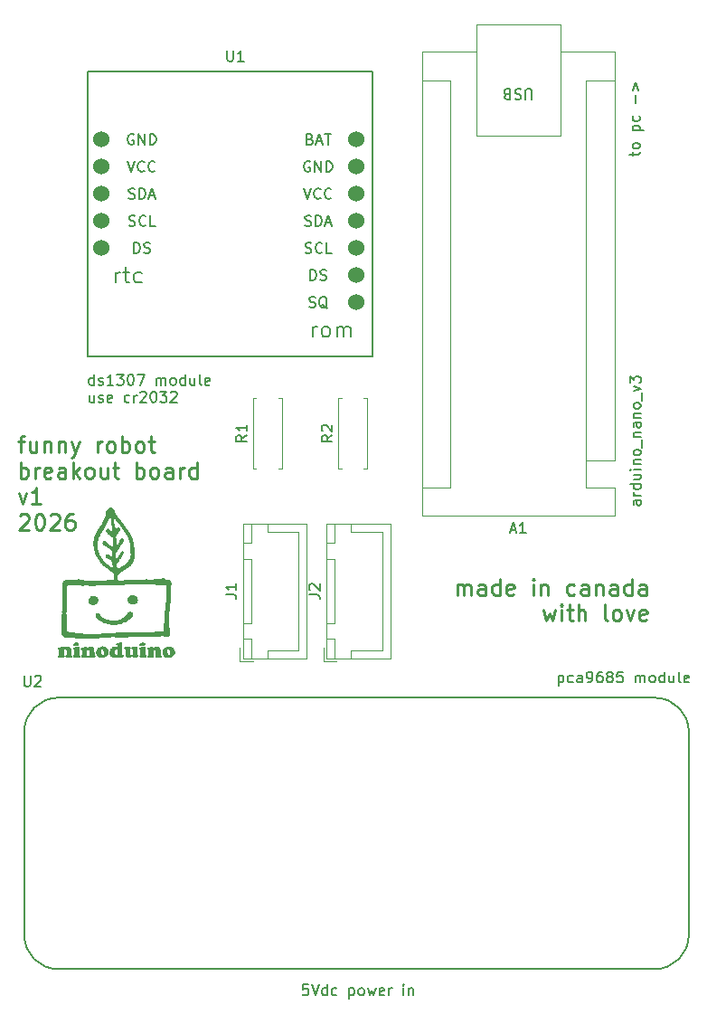
<source format=gbr>
%TF.GenerationSoftware,KiCad,Pcbnew,9.0.7*%
%TF.CreationDate,2026-02-10T08:41:32-05:00*%
%TF.ProjectId,funny-robot,66756e6e-792d-4726-9f62-6f742e6b6963,v1*%
%TF.SameCoordinates,Original*%
%TF.FileFunction,Legend,Top*%
%TF.FilePolarity,Positive*%
%FSLAX46Y46*%
G04 Gerber Fmt 4.6, Leading zero omitted, Abs format (unit mm)*
G04 Created by KiCad (PCBNEW 9.0.7) date 2026-02-10 08:41:32*
%MOMM*%
%LPD*%
G01*
G04 APERTURE LIST*
%ADD10C,0.150000*%
%ADD11C,0.250000*%
%ADD12C,0.300000*%
%ADD13C,0.200000*%
%ADD14C,0.120000*%
%ADD15C,0.127000*%
%ADD16C,0.000000*%
%ADD17C,1.524000*%
G04 APERTURE END LIST*
D10*
X172703152Y-58806077D02*
X172703152Y-58425125D01*
X172369819Y-58663220D02*
X173226961Y-58663220D01*
X173226961Y-58663220D02*
X173322200Y-58615601D01*
X173322200Y-58615601D02*
X173369819Y-58520363D01*
X173369819Y-58520363D02*
X173369819Y-58425125D01*
X173369819Y-57948934D02*
X173322200Y-58044172D01*
X173322200Y-58044172D02*
X173274580Y-58091791D01*
X173274580Y-58091791D02*
X173179342Y-58139410D01*
X173179342Y-58139410D02*
X172893628Y-58139410D01*
X172893628Y-58139410D02*
X172798390Y-58091791D01*
X172798390Y-58091791D02*
X172750771Y-58044172D01*
X172750771Y-58044172D02*
X172703152Y-57948934D01*
X172703152Y-57948934D02*
X172703152Y-57806077D01*
X172703152Y-57806077D02*
X172750771Y-57710839D01*
X172750771Y-57710839D02*
X172798390Y-57663220D01*
X172798390Y-57663220D02*
X172893628Y-57615601D01*
X172893628Y-57615601D02*
X173179342Y-57615601D01*
X173179342Y-57615601D02*
X173274580Y-57663220D01*
X173274580Y-57663220D02*
X173322200Y-57710839D01*
X173322200Y-57710839D02*
X173369819Y-57806077D01*
X173369819Y-57806077D02*
X173369819Y-57948934D01*
X172703152Y-56425124D02*
X173703152Y-56425124D01*
X172750771Y-56425124D02*
X172703152Y-56329886D01*
X172703152Y-56329886D02*
X172703152Y-56139410D01*
X172703152Y-56139410D02*
X172750771Y-56044172D01*
X172750771Y-56044172D02*
X172798390Y-55996553D01*
X172798390Y-55996553D02*
X172893628Y-55948934D01*
X172893628Y-55948934D02*
X173179342Y-55948934D01*
X173179342Y-55948934D02*
X173274580Y-55996553D01*
X173274580Y-55996553D02*
X173322200Y-56044172D01*
X173322200Y-56044172D02*
X173369819Y-56139410D01*
X173369819Y-56139410D02*
X173369819Y-56329886D01*
X173369819Y-56329886D02*
X173322200Y-56425124D01*
X173322200Y-55091791D02*
X173369819Y-55187029D01*
X173369819Y-55187029D02*
X173369819Y-55377505D01*
X173369819Y-55377505D02*
X173322200Y-55472743D01*
X173322200Y-55472743D02*
X173274580Y-55520362D01*
X173274580Y-55520362D02*
X173179342Y-55567981D01*
X173179342Y-55567981D02*
X172893628Y-55567981D01*
X172893628Y-55567981D02*
X172798390Y-55520362D01*
X172798390Y-55520362D02*
X172750771Y-55472743D01*
X172750771Y-55472743D02*
X172703152Y-55377505D01*
X172703152Y-55377505D02*
X172703152Y-55187029D01*
X172703152Y-55187029D02*
X172750771Y-55091791D01*
X172988866Y-53901314D02*
X172988866Y-53139410D01*
X172703152Y-52663219D02*
X172988866Y-51901315D01*
X172988866Y-51901315D02*
X173274580Y-52663219D01*
D11*
X115163660Y-85558680D02*
X115735088Y-85558680D01*
X115377945Y-86558680D02*
X115377945Y-85272966D01*
X115377945Y-85272966D02*
X115449374Y-85130109D01*
X115449374Y-85130109D02*
X115592231Y-85058680D01*
X115592231Y-85058680D02*
X115735088Y-85058680D01*
X116877946Y-85558680D02*
X116877946Y-86558680D01*
X116235088Y-85558680D02*
X116235088Y-86344394D01*
X116235088Y-86344394D02*
X116306517Y-86487252D01*
X116306517Y-86487252D02*
X116449374Y-86558680D01*
X116449374Y-86558680D02*
X116663660Y-86558680D01*
X116663660Y-86558680D02*
X116806517Y-86487252D01*
X116806517Y-86487252D02*
X116877946Y-86415823D01*
X117592231Y-85558680D02*
X117592231Y-86558680D01*
X117592231Y-85701537D02*
X117663660Y-85630109D01*
X117663660Y-85630109D02*
X117806517Y-85558680D01*
X117806517Y-85558680D02*
X118020803Y-85558680D01*
X118020803Y-85558680D02*
X118163660Y-85630109D01*
X118163660Y-85630109D02*
X118235089Y-85772966D01*
X118235089Y-85772966D02*
X118235089Y-86558680D01*
X118949374Y-85558680D02*
X118949374Y-86558680D01*
X118949374Y-85701537D02*
X119020803Y-85630109D01*
X119020803Y-85630109D02*
X119163660Y-85558680D01*
X119163660Y-85558680D02*
X119377946Y-85558680D01*
X119377946Y-85558680D02*
X119520803Y-85630109D01*
X119520803Y-85630109D02*
X119592232Y-85772966D01*
X119592232Y-85772966D02*
X119592232Y-86558680D01*
X120163660Y-85558680D02*
X120520803Y-86558680D01*
X120877946Y-85558680D02*
X120520803Y-86558680D01*
X120520803Y-86558680D02*
X120377946Y-86915823D01*
X120377946Y-86915823D02*
X120306517Y-86987252D01*
X120306517Y-86987252D02*
X120163660Y-87058680D01*
X122592231Y-86558680D02*
X122592231Y-85558680D01*
X122592231Y-85844394D02*
X122663660Y-85701537D01*
X122663660Y-85701537D02*
X122735089Y-85630109D01*
X122735089Y-85630109D02*
X122877946Y-85558680D01*
X122877946Y-85558680D02*
X123020803Y-85558680D01*
X123735088Y-86558680D02*
X123592231Y-86487252D01*
X123592231Y-86487252D02*
X123520802Y-86415823D01*
X123520802Y-86415823D02*
X123449374Y-86272966D01*
X123449374Y-86272966D02*
X123449374Y-85844394D01*
X123449374Y-85844394D02*
X123520802Y-85701537D01*
X123520802Y-85701537D02*
X123592231Y-85630109D01*
X123592231Y-85630109D02*
X123735088Y-85558680D01*
X123735088Y-85558680D02*
X123949374Y-85558680D01*
X123949374Y-85558680D02*
X124092231Y-85630109D01*
X124092231Y-85630109D02*
X124163660Y-85701537D01*
X124163660Y-85701537D02*
X124235088Y-85844394D01*
X124235088Y-85844394D02*
X124235088Y-86272966D01*
X124235088Y-86272966D02*
X124163660Y-86415823D01*
X124163660Y-86415823D02*
X124092231Y-86487252D01*
X124092231Y-86487252D02*
X123949374Y-86558680D01*
X123949374Y-86558680D02*
X123735088Y-86558680D01*
X124877945Y-86558680D02*
X124877945Y-85058680D01*
X124877945Y-85630109D02*
X125020803Y-85558680D01*
X125020803Y-85558680D02*
X125306517Y-85558680D01*
X125306517Y-85558680D02*
X125449374Y-85630109D01*
X125449374Y-85630109D02*
X125520803Y-85701537D01*
X125520803Y-85701537D02*
X125592231Y-85844394D01*
X125592231Y-85844394D02*
X125592231Y-86272966D01*
X125592231Y-86272966D02*
X125520803Y-86415823D01*
X125520803Y-86415823D02*
X125449374Y-86487252D01*
X125449374Y-86487252D02*
X125306517Y-86558680D01*
X125306517Y-86558680D02*
X125020803Y-86558680D01*
X125020803Y-86558680D02*
X124877945Y-86487252D01*
X126449374Y-86558680D02*
X126306517Y-86487252D01*
X126306517Y-86487252D02*
X126235088Y-86415823D01*
X126235088Y-86415823D02*
X126163660Y-86272966D01*
X126163660Y-86272966D02*
X126163660Y-85844394D01*
X126163660Y-85844394D02*
X126235088Y-85701537D01*
X126235088Y-85701537D02*
X126306517Y-85630109D01*
X126306517Y-85630109D02*
X126449374Y-85558680D01*
X126449374Y-85558680D02*
X126663660Y-85558680D01*
X126663660Y-85558680D02*
X126806517Y-85630109D01*
X126806517Y-85630109D02*
X126877946Y-85701537D01*
X126877946Y-85701537D02*
X126949374Y-85844394D01*
X126949374Y-85844394D02*
X126949374Y-86272966D01*
X126949374Y-86272966D02*
X126877946Y-86415823D01*
X126877946Y-86415823D02*
X126806517Y-86487252D01*
X126806517Y-86487252D02*
X126663660Y-86558680D01*
X126663660Y-86558680D02*
X126449374Y-86558680D01*
X127377946Y-85558680D02*
X127949374Y-85558680D01*
X127592231Y-85058680D02*
X127592231Y-86344394D01*
X127592231Y-86344394D02*
X127663660Y-86487252D01*
X127663660Y-86487252D02*
X127806517Y-86558680D01*
X127806517Y-86558680D02*
X127949374Y-86558680D01*
X115377945Y-88973596D02*
X115377945Y-87473596D01*
X115377945Y-88045025D02*
X115520803Y-87973596D01*
X115520803Y-87973596D02*
X115806517Y-87973596D01*
X115806517Y-87973596D02*
X115949374Y-88045025D01*
X115949374Y-88045025D02*
X116020803Y-88116453D01*
X116020803Y-88116453D02*
X116092231Y-88259310D01*
X116092231Y-88259310D02*
X116092231Y-88687882D01*
X116092231Y-88687882D02*
X116020803Y-88830739D01*
X116020803Y-88830739D02*
X115949374Y-88902168D01*
X115949374Y-88902168D02*
X115806517Y-88973596D01*
X115806517Y-88973596D02*
X115520803Y-88973596D01*
X115520803Y-88973596D02*
X115377945Y-88902168D01*
X116735088Y-88973596D02*
X116735088Y-87973596D01*
X116735088Y-88259310D02*
X116806517Y-88116453D01*
X116806517Y-88116453D02*
X116877946Y-88045025D01*
X116877946Y-88045025D02*
X117020803Y-87973596D01*
X117020803Y-87973596D02*
X117163660Y-87973596D01*
X118235088Y-88902168D02*
X118092231Y-88973596D01*
X118092231Y-88973596D02*
X117806517Y-88973596D01*
X117806517Y-88973596D02*
X117663659Y-88902168D01*
X117663659Y-88902168D02*
X117592231Y-88759310D01*
X117592231Y-88759310D02*
X117592231Y-88187882D01*
X117592231Y-88187882D02*
X117663659Y-88045025D01*
X117663659Y-88045025D02*
X117806517Y-87973596D01*
X117806517Y-87973596D02*
X118092231Y-87973596D01*
X118092231Y-87973596D02*
X118235088Y-88045025D01*
X118235088Y-88045025D02*
X118306517Y-88187882D01*
X118306517Y-88187882D02*
X118306517Y-88330739D01*
X118306517Y-88330739D02*
X117592231Y-88473596D01*
X119592231Y-88973596D02*
X119592231Y-88187882D01*
X119592231Y-88187882D02*
X119520802Y-88045025D01*
X119520802Y-88045025D02*
X119377945Y-87973596D01*
X119377945Y-87973596D02*
X119092231Y-87973596D01*
X119092231Y-87973596D02*
X118949373Y-88045025D01*
X119592231Y-88902168D02*
X119449373Y-88973596D01*
X119449373Y-88973596D02*
X119092231Y-88973596D01*
X119092231Y-88973596D02*
X118949373Y-88902168D01*
X118949373Y-88902168D02*
X118877945Y-88759310D01*
X118877945Y-88759310D02*
X118877945Y-88616453D01*
X118877945Y-88616453D02*
X118949373Y-88473596D01*
X118949373Y-88473596D02*
X119092231Y-88402168D01*
X119092231Y-88402168D02*
X119449373Y-88402168D01*
X119449373Y-88402168D02*
X119592231Y-88330739D01*
X120306516Y-88973596D02*
X120306516Y-87473596D01*
X120449374Y-88402168D02*
X120877945Y-88973596D01*
X120877945Y-87973596D02*
X120306516Y-88545025D01*
X121735088Y-88973596D02*
X121592231Y-88902168D01*
X121592231Y-88902168D02*
X121520802Y-88830739D01*
X121520802Y-88830739D02*
X121449374Y-88687882D01*
X121449374Y-88687882D02*
X121449374Y-88259310D01*
X121449374Y-88259310D02*
X121520802Y-88116453D01*
X121520802Y-88116453D02*
X121592231Y-88045025D01*
X121592231Y-88045025D02*
X121735088Y-87973596D01*
X121735088Y-87973596D02*
X121949374Y-87973596D01*
X121949374Y-87973596D02*
X122092231Y-88045025D01*
X122092231Y-88045025D02*
X122163660Y-88116453D01*
X122163660Y-88116453D02*
X122235088Y-88259310D01*
X122235088Y-88259310D02*
X122235088Y-88687882D01*
X122235088Y-88687882D02*
X122163660Y-88830739D01*
X122163660Y-88830739D02*
X122092231Y-88902168D01*
X122092231Y-88902168D02*
X121949374Y-88973596D01*
X121949374Y-88973596D02*
X121735088Y-88973596D01*
X123520803Y-87973596D02*
X123520803Y-88973596D01*
X122877945Y-87973596D02*
X122877945Y-88759310D01*
X122877945Y-88759310D02*
X122949374Y-88902168D01*
X122949374Y-88902168D02*
X123092231Y-88973596D01*
X123092231Y-88973596D02*
X123306517Y-88973596D01*
X123306517Y-88973596D02*
X123449374Y-88902168D01*
X123449374Y-88902168D02*
X123520803Y-88830739D01*
X124020803Y-87973596D02*
X124592231Y-87973596D01*
X124235088Y-87473596D02*
X124235088Y-88759310D01*
X124235088Y-88759310D02*
X124306517Y-88902168D01*
X124306517Y-88902168D02*
X124449374Y-88973596D01*
X124449374Y-88973596D02*
X124592231Y-88973596D01*
X126235088Y-88973596D02*
X126235088Y-87473596D01*
X126235088Y-88045025D02*
X126377946Y-87973596D01*
X126377946Y-87973596D02*
X126663660Y-87973596D01*
X126663660Y-87973596D02*
X126806517Y-88045025D01*
X126806517Y-88045025D02*
X126877946Y-88116453D01*
X126877946Y-88116453D02*
X126949374Y-88259310D01*
X126949374Y-88259310D02*
X126949374Y-88687882D01*
X126949374Y-88687882D02*
X126877946Y-88830739D01*
X126877946Y-88830739D02*
X126806517Y-88902168D01*
X126806517Y-88902168D02*
X126663660Y-88973596D01*
X126663660Y-88973596D02*
X126377946Y-88973596D01*
X126377946Y-88973596D02*
X126235088Y-88902168D01*
X127806517Y-88973596D02*
X127663660Y-88902168D01*
X127663660Y-88902168D02*
X127592231Y-88830739D01*
X127592231Y-88830739D02*
X127520803Y-88687882D01*
X127520803Y-88687882D02*
X127520803Y-88259310D01*
X127520803Y-88259310D02*
X127592231Y-88116453D01*
X127592231Y-88116453D02*
X127663660Y-88045025D01*
X127663660Y-88045025D02*
X127806517Y-87973596D01*
X127806517Y-87973596D02*
X128020803Y-87973596D01*
X128020803Y-87973596D02*
X128163660Y-88045025D01*
X128163660Y-88045025D02*
X128235089Y-88116453D01*
X128235089Y-88116453D02*
X128306517Y-88259310D01*
X128306517Y-88259310D02*
X128306517Y-88687882D01*
X128306517Y-88687882D02*
X128235089Y-88830739D01*
X128235089Y-88830739D02*
X128163660Y-88902168D01*
X128163660Y-88902168D02*
X128020803Y-88973596D01*
X128020803Y-88973596D02*
X127806517Y-88973596D01*
X129592232Y-88973596D02*
X129592232Y-88187882D01*
X129592232Y-88187882D02*
X129520803Y-88045025D01*
X129520803Y-88045025D02*
X129377946Y-87973596D01*
X129377946Y-87973596D02*
X129092232Y-87973596D01*
X129092232Y-87973596D02*
X128949374Y-88045025D01*
X129592232Y-88902168D02*
X129449374Y-88973596D01*
X129449374Y-88973596D02*
X129092232Y-88973596D01*
X129092232Y-88973596D02*
X128949374Y-88902168D01*
X128949374Y-88902168D02*
X128877946Y-88759310D01*
X128877946Y-88759310D02*
X128877946Y-88616453D01*
X128877946Y-88616453D02*
X128949374Y-88473596D01*
X128949374Y-88473596D02*
X129092232Y-88402168D01*
X129092232Y-88402168D02*
X129449374Y-88402168D01*
X129449374Y-88402168D02*
X129592232Y-88330739D01*
X130306517Y-88973596D02*
X130306517Y-87973596D01*
X130306517Y-88259310D02*
X130377946Y-88116453D01*
X130377946Y-88116453D02*
X130449375Y-88045025D01*
X130449375Y-88045025D02*
X130592232Y-87973596D01*
X130592232Y-87973596D02*
X130735089Y-87973596D01*
X131877946Y-88973596D02*
X131877946Y-87473596D01*
X131877946Y-88902168D02*
X131735088Y-88973596D01*
X131735088Y-88973596D02*
X131449374Y-88973596D01*
X131449374Y-88973596D02*
X131306517Y-88902168D01*
X131306517Y-88902168D02*
X131235088Y-88830739D01*
X131235088Y-88830739D02*
X131163660Y-88687882D01*
X131163660Y-88687882D02*
X131163660Y-88259310D01*
X131163660Y-88259310D02*
X131235088Y-88116453D01*
X131235088Y-88116453D02*
X131306517Y-88045025D01*
X131306517Y-88045025D02*
X131449374Y-87973596D01*
X131449374Y-87973596D02*
X131735088Y-87973596D01*
X131735088Y-87973596D02*
X131877946Y-88045025D01*
X115235088Y-90388512D02*
X115592231Y-91388512D01*
X115592231Y-91388512D02*
X115949374Y-90388512D01*
X117306517Y-91388512D02*
X116449374Y-91388512D01*
X116877945Y-91388512D02*
X116877945Y-89888512D01*
X116877945Y-89888512D02*
X116735088Y-90102798D01*
X116735088Y-90102798D02*
X116592231Y-90245655D01*
X116592231Y-90245655D02*
X116449374Y-90317084D01*
X115306517Y-92446285D02*
X115377945Y-92374857D01*
X115377945Y-92374857D02*
X115520803Y-92303428D01*
X115520803Y-92303428D02*
X115877945Y-92303428D01*
X115877945Y-92303428D02*
X116020803Y-92374857D01*
X116020803Y-92374857D02*
X116092231Y-92446285D01*
X116092231Y-92446285D02*
X116163660Y-92589142D01*
X116163660Y-92589142D02*
X116163660Y-92732000D01*
X116163660Y-92732000D02*
X116092231Y-92946285D01*
X116092231Y-92946285D02*
X115235088Y-93803428D01*
X115235088Y-93803428D02*
X116163660Y-93803428D01*
X117092231Y-92303428D02*
X117235088Y-92303428D01*
X117235088Y-92303428D02*
X117377945Y-92374857D01*
X117377945Y-92374857D02*
X117449374Y-92446285D01*
X117449374Y-92446285D02*
X117520802Y-92589142D01*
X117520802Y-92589142D02*
X117592231Y-92874857D01*
X117592231Y-92874857D02*
X117592231Y-93232000D01*
X117592231Y-93232000D02*
X117520802Y-93517714D01*
X117520802Y-93517714D02*
X117449374Y-93660571D01*
X117449374Y-93660571D02*
X117377945Y-93732000D01*
X117377945Y-93732000D02*
X117235088Y-93803428D01*
X117235088Y-93803428D02*
X117092231Y-93803428D01*
X117092231Y-93803428D02*
X116949374Y-93732000D01*
X116949374Y-93732000D02*
X116877945Y-93660571D01*
X116877945Y-93660571D02*
X116806516Y-93517714D01*
X116806516Y-93517714D02*
X116735088Y-93232000D01*
X116735088Y-93232000D02*
X116735088Y-92874857D01*
X116735088Y-92874857D02*
X116806516Y-92589142D01*
X116806516Y-92589142D02*
X116877945Y-92446285D01*
X116877945Y-92446285D02*
X116949374Y-92374857D01*
X116949374Y-92374857D02*
X117092231Y-92303428D01*
X118163659Y-92446285D02*
X118235087Y-92374857D01*
X118235087Y-92374857D02*
X118377945Y-92303428D01*
X118377945Y-92303428D02*
X118735087Y-92303428D01*
X118735087Y-92303428D02*
X118877945Y-92374857D01*
X118877945Y-92374857D02*
X118949373Y-92446285D01*
X118949373Y-92446285D02*
X119020802Y-92589142D01*
X119020802Y-92589142D02*
X119020802Y-92732000D01*
X119020802Y-92732000D02*
X118949373Y-92946285D01*
X118949373Y-92946285D02*
X118092230Y-93803428D01*
X118092230Y-93803428D02*
X119020802Y-93803428D01*
X120306516Y-92303428D02*
X120020801Y-92303428D01*
X120020801Y-92303428D02*
X119877944Y-92374857D01*
X119877944Y-92374857D02*
X119806516Y-92446285D01*
X119806516Y-92446285D02*
X119663658Y-92660571D01*
X119663658Y-92660571D02*
X119592230Y-92946285D01*
X119592230Y-92946285D02*
X119592230Y-93517714D01*
X119592230Y-93517714D02*
X119663658Y-93660571D01*
X119663658Y-93660571D02*
X119735087Y-93732000D01*
X119735087Y-93732000D02*
X119877944Y-93803428D01*
X119877944Y-93803428D02*
X120163658Y-93803428D01*
X120163658Y-93803428D02*
X120306516Y-93732000D01*
X120306516Y-93732000D02*
X120377944Y-93660571D01*
X120377944Y-93660571D02*
X120449373Y-93517714D01*
X120449373Y-93517714D02*
X120449373Y-93160571D01*
X120449373Y-93160571D02*
X120377944Y-93017714D01*
X120377944Y-93017714D02*
X120306516Y-92946285D01*
X120306516Y-92946285D02*
X120163658Y-92874857D01*
X120163658Y-92874857D02*
X119877944Y-92874857D01*
X119877944Y-92874857D02*
X119735087Y-92946285D01*
X119735087Y-92946285D02*
X119663658Y-93017714D01*
X119663658Y-93017714D02*
X119592230Y-93160571D01*
D12*
G36*
X120144008Y-105100748D02*
G01*
X120158388Y-105462349D01*
X120163039Y-105499826D01*
X120170845Y-105521792D01*
X120233401Y-105596072D01*
X120245266Y-105615895D01*
X120249613Y-105644341D01*
X120240935Y-105685226D01*
X120215133Y-105716905D01*
X120167364Y-105741336D01*
X120069452Y-105760072D01*
X119876746Y-105768447D01*
X119745402Y-105760832D01*
X119675886Y-105743442D01*
X119640248Y-105721224D01*
X119620382Y-105693199D01*
X119613604Y-105657530D01*
X119620016Y-105625931D01*
X119661598Y-105577296D01*
X119679311Y-105543017D01*
X119694746Y-105459392D01*
X119701715Y-105291257D01*
X119697227Y-105196516D01*
X119685622Y-105129117D01*
X119669200Y-105082704D01*
X119647618Y-105053811D01*
X119616808Y-105036262D01*
X119573488Y-105029856D01*
X119531176Y-105035295D01*
X119501652Y-105049876D01*
X119481439Y-105072996D01*
X119464212Y-105125595D01*
X119456526Y-105231357D01*
X119456526Y-105434781D01*
X119458875Y-105490156D01*
X119464036Y-105517121D01*
X119514503Y-105603674D01*
X119523236Y-105623991D01*
X119526227Y-105647363D01*
X119517757Y-105683579D01*
X119491513Y-105713778D01*
X119440955Y-105739321D01*
X119343897Y-105759808D01*
X119176898Y-105768447D01*
X119049668Y-105760668D01*
X118969519Y-105741454D01*
X118922254Y-105715434D01*
X118897289Y-105684476D01*
X118889119Y-105646997D01*
X118891669Y-105623224D01*
X118898187Y-105607888D01*
X118940502Y-105570335D01*
X118962078Y-105549402D01*
X118973291Y-105526830D01*
X118986480Y-105403548D01*
X118993625Y-105157351D01*
X118990242Y-105093047D01*
X118983183Y-105065485D01*
X118966257Y-105044622D01*
X118922275Y-105012454D01*
X118887439Y-104979279D01*
X118876846Y-104941929D01*
X118885831Y-104904131D01*
X118913482Y-104873510D01*
X118960286Y-104847678D01*
X119062135Y-104807382D01*
X119252095Y-104748947D01*
X119336906Y-104729614D01*
X119377757Y-104725041D01*
X119407168Y-104730921D01*
X119431521Y-104748580D01*
X119447943Y-104774258D01*
X119453412Y-104804176D01*
X119452404Y-104830280D01*
X119451397Y-104844385D01*
X119456241Y-104871675D01*
X119468564Y-104885909D01*
X119489407Y-104890913D01*
X119511029Y-104883229D01*
X119539324Y-104853269D01*
X119588745Y-104797249D01*
X119646982Y-104757823D01*
X119715752Y-104733572D01*
X119797886Y-104725041D01*
X119882277Y-104732995D01*
X119955906Y-104755902D01*
X120020910Y-104793368D01*
X120077078Y-104847460D01*
X120111951Y-104908040D01*
X120131663Y-104981822D01*
X120144008Y-105100748D01*
G37*
G36*
X120879118Y-104791720D02*
G01*
X120879118Y-105389168D01*
X120882866Y-105454748D01*
X120891666Y-105491842D01*
X120909642Y-105521586D01*
X120942499Y-105551284D01*
X120985822Y-105590760D01*
X120994018Y-105608856D01*
X120996996Y-105632892D01*
X120987680Y-105674167D01*
X120958933Y-105708608D01*
X120903846Y-105737861D01*
X120809570Y-105759611D01*
X120659025Y-105768447D01*
X120487707Y-105760260D01*
X120372345Y-105739596D01*
X120338773Y-105724816D01*
X120312902Y-105702593D01*
X120295904Y-105674139D01*
X120290279Y-105642051D01*
X120293476Y-105615468D01*
X120301911Y-105597355D01*
X120360072Y-105547071D01*
X120385565Y-105518328D01*
X120404127Y-105471325D01*
X120413438Y-105411890D01*
X120417316Y-105312873D01*
X120412645Y-105186019D01*
X120406050Y-105077667D01*
X120390292Y-105043039D01*
X120350455Y-105015202D01*
X120312527Y-104991594D01*
X120291967Y-104963757D01*
X120285150Y-104930205D01*
X120293757Y-104891199D01*
X120320140Y-104858638D01*
X120370055Y-104830921D01*
X120487681Y-104790481D01*
X120616343Y-104755908D01*
X120740997Y-104731571D01*
X120819859Y-104725041D01*
X120852835Y-104732480D01*
X120871819Y-104753130D01*
X120879118Y-104791720D01*
G37*
G36*
X120673313Y-104344023D02*
G01*
X120757434Y-104353365D01*
X120816653Y-104378186D01*
X120846840Y-104404283D01*
X120864094Y-104434567D01*
X120869959Y-104470601D01*
X120861300Y-104520069D01*
X120835516Y-104562101D01*
X120789542Y-104598829D01*
X120702922Y-104638609D01*
X120602611Y-104663516D01*
X120485826Y-104672285D01*
X120415124Y-104664277D01*
X120365384Y-104642976D01*
X120331038Y-104613746D01*
X120311313Y-104579235D01*
X120304567Y-104537554D01*
X120311551Y-104497327D01*
X120332783Y-104461075D01*
X120371166Y-104427234D01*
X120432429Y-104395680D01*
X120519441Y-104366135D01*
X120599378Y-104349374D01*
X120673313Y-104344023D01*
G37*
G36*
X122299696Y-105100748D02*
G01*
X122314075Y-105462349D01*
X122318726Y-105499826D01*
X122326532Y-105521792D01*
X122389089Y-105596072D01*
X122400954Y-105615895D01*
X122405300Y-105644341D01*
X122396623Y-105685226D01*
X122370820Y-105716905D01*
X122323051Y-105741336D01*
X122225139Y-105760072D01*
X122032433Y-105768447D01*
X121901089Y-105760832D01*
X121831574Y-105743442D01*
X121795935Y-105721224D01*
X121776069Y-105693199D01*
X121769292Y-105657530D01*
X121775703Y-105625931D01*
X121817286Y-105577296D01*
X121834998Y-105543017D01*
X121850433Y-105459392D01*
X121857402Y-105291257D01*
X121852914Y-105196516D01*
X121841309Y-105129117D01*
X121824888Y-105082704D01*
X121803305Y-105053811D01*
X121772496Y-105036262D01*
X121729175Y-105029856D01*
X121686864Y-105035295D01*
X121657339Y-105049876D01*
X121637126Y-105072996D01*
X121619900Y-105125595D01*
X121612213Y-105231357D01*
X121612213Y-105434781D01*
X121614562Y-105490156D01*
X121619724Y-105517121D01*
X121670190Y-105603674D01*
X121678923Y-105623991D01*
X121681914Y-105647363D01*
X121673445Y-105683579D01*
X121647200Y-105713778D01*
X121596643Y-105739321D01*
X121499584Y-105759808D01*
X121332586Y-105768447D01*
X121205355Y-105760668D01*
X121125206Y-105741454D01*
X121077941Y-105715434D01*
X121052977Y-105684476D01*
X121044806Y-105646997D01*
X121047356Y-105623224D01*
X121053874Y-105607888D01*
X121096189Y-105570335D01*
X121117765Y-105549402D01*
X121128979Y-105526830D01*
X121142168Y-105403548D01*
X121149312Y-105157351D01*
X121145929Y-105093047D01*
X121138870Y-105065485D01*
X121121944Y-105044622D01*
X121077962Y-105012454D01*
X121043127Y-104979279D01*
X121032533Y-104941929D01*
X121041518Y-104904131D01*
X121069170Y-104873510D01*
X121115973Y-104847678D01*
X121217822Y-104807382D01*
X121407782Y-104748947D01*
X121492593Y-104729614D01*
X121533445Y-104725041D01*
X121562856Y-104730921D01*
X121587209Y-104748580D01*
X121603630Y-104774258D01*
X121609099Y-104804176D01*
X121608092Y-104830280D01*
X121607084Y-104844385D01*
X121611928Y-104871675D01*
X121624252Y-104885909D01*
X121645094Y-104890913D01*
X121666717Y-104883229D01*
X121695011Y-104853269D01*
X121744432Y-104797249D01*
X121802669Y-104757823D01*
X121871439Y-104733572D01*
X121953573Y-104725041D01*
X122037964Y-104732995D01*
X122111593Y-104755902D01*
X122176597Y-104793368D01*
X122232765Y-104847460D01*
X122267639Y-104908040D01*
X122287351Y-104981822D01*
X122299696Y-105100748D01*
G37*
G36*
X123189725Y-104719744D02*
G01*
X123275124Y-104738470D01*
X123353877Y-104769092D01*
X123426999Y-104811778D01*
X123490305Y-104863219D01*
X123544765Y-104924045D01*
X123590855Y-104995143D01*
X123626638Y-105075772D01*
X123647752Y-105157611D01*
X123654786Y-105241707D01*
X123646777Y-105328045D01*
X123623130Y-105408162D01*
X123583540Y-105483585D01*
X123526563Y-105555421D01*
X123449713Y-105624282D01*
X123348203Y-105690050D01*
X123240746Y-105736587D01*
X123125984Y-105764727D01*
X123002199Y-105774309D01*
X122880382Y-105764758D01*
X122775131Y-105737528D01*
X122683594Y-105693802D01*
X122603595Y-105633442D01*
X122538950Y-105560241D01*
X122493063Y-105477769D01*
X122464915Y-105384171D01*
X122455126Y-105276786D01*
X122462672Y-105180723D01*
X122484579Y-105094154D01*
X122488914Y-105084628D01*
X122918027Y-105084628D01*
X122922966Y-105151119D01*
X122941016Y-105252056D01*
X122966943Y-105354636D01*
X122995696Y-105440001D01*
X123022442Y-105487830D01*
X123055401Y-105513645D01*
X123096446Y-105522250D01*
X123134634Y-105515367D01*
X123160837Y-105496222D01*
X123178007Y-105462981D01*
X123184740Y-105409135D01*
X123179387Y-105320647D01*
X123161751Y-105213588D01*
X123134919Y-105109769D01*
X123106155Y-105035627D01*
X123079609Y-104995655D01*
X123049469Y-104973471D01*
X123014381Y-104965376D01*
X122974894Y-104973573D01*
X122944405Y-104997800D01*
X122925079Y-105034244D01*
X122918027Y-105084628D01*
X122488914Y-105084628D01*
X122520405Y-105015423D01*
X122570601Y-104943249D01*
X122636476Y-104876808D01*
X122735524Y-104805708D01*
X122843886Y-104755008D01*
X122963394Y-104724006D01*
X123096446Y-104713318D01*
X123189725Y-104719744D01*
G37*
G36*
X124876875Y-104350091D02*
G01*
X124903746Y-104366084D01*
X124920067Y-104391785D01*
X124926161Y-104430942D01*
X124926161Y-105365721D01*
X124932573Y-105467021D01*
X124943795Y-105487269D01*
X124968934Y-105509794D01*
X125002344Y-105536102D01*
X125019492Y-105555681D01*
X125029307Y-105577341D01*
X125032773Y-105604316D01*
X125024876Y-105638680D01*
X124999597Y-105670645D01*
X124950237Y-105701636D01*
X124865619Y-105730803D01*
X124716060Y-105759107D01*
X124567674Y-105768447D01*
X124537145Y-105765165D01*
X124523160Y-105757822D01*
X124515352Y-105743382D01*
X124509422Y-105709371D01*
X124502283Y-105678988D01*
X124490902Y-105664395D01*
X124475442Y-105659820D01*
X124457764Y-105665365D01*
X124422960Y-105689862D01*
X124349215Y-105737217D01*
X124271704Y-105764989D01*
X124188578Y-105774309D01*
X124111211Y-105766968D01*
X124038243Y-105745134D01*
X123968365Y-105708286D01*
X123900616Y-105654874D01*
X123832715Y-105577942D01*
X123779075Y-105490010D01*
X123744327Y-105407513D01*
X123724031Y-105325950D01*
X123718716Y-105261124D01*
X124212026Y-105261124D01*
X124218563Y-105353538D01*
X124235917Y-105421938D01*
X124261668Y-105471783D01*
X124288203Y-105500122D01*
X124319324Y-105516594D01*
X124356648Y-105522250D01*
X124394686Y-105514244D01*
X124425567Y-105490124D01*
X124450987Y-105445314D01*
X124471802Y-105356071D01*
X124480754Y-105194812D01*
X124475399Y-105087644D01*
X124462386Y-105021705D01*
X124445308Y-104984153D01*
X124412619Y-104953683D01*
X124366814Y-104941929D01*
X124327604Y-104949284D01*
X124293873Y-104971475D01*
X124263958Y-105011813D01*
X124236514Y-105076999D01*
X124218572Y-105158852D01*
X124212026Y-105261124D01*
X123718716Y-105261124D01*
X123717342Y-105244363D01*
X123726093Y-105148955D01*
X123752508Y-105055411D01*
X123797668Y-104962354D01*
X123853350Y-104884802D01*
X123920347Y-104820848D01*
X123999717Y-104769371D01*
X124072732Y-104737567D01*
X124142876Y-104719269D01*
X124211110Y-104713318D01*
X124289421Y-104719494D01*
X124360494Y-104737480D01*
X124425616Y-104766990D01*
X124448880Y-104774775D01*
X124462820Y-104768693D01*
X124473655Y-104745958D01*
X124478739Y-104691244D01*
X124474042Y-104659886D01*
X124461428Y-104638854D01*
X124439793Y-104623364D01*
X124398871Y-104607622D01*
X124359491Y-104589361D01*
X124338925Y-104566347D01*
X124332193Y-104537463D01*
X124339386Y-104505292D01*
X124362361Y-104475113D01*
X124406945Y-104445565D01*
X124482860Y-104417204D01*
X124725541Y-104357665D01*
X124835120Y-104344023D01*
X124876875Y-104350091D01*
G37*
G36*
X125655684Y-104779630D02*
G01*
X125655684Y-105339526D01*
X125665140Y-105426432D01*
X125688611Y-105478181D01*
X125722826Y-105506561D01*
X125770631Y-105516388D01*
X125798839Y-105512386D01*
X125827417Y-105499902D01*
X125851683Y-105480921D01*
X125866343Y-105459327D01*
X125881298Y-105395357D01*
X125888600Y-105239966D01*
X125885066Y-105084501D01*
X125877334Y-105009523D01*
X125863596Y-104973162D01*
X125825585Y-104946600D01*
X125790385Y-104921732D01*
X125771633Y-104895176D01*
X125765593Y-104865725D01*
X125775394Y-104828281D01*
X125806355Y-104797730D01*
X125868175Y-104773127D01*
X125996165Y-104746202D01*
X126121618Y-104730291D01*
X126244981Y-104725041D01*
X126292812Y-104732552D01*
X126324289Y-104752712D01*
X126343938Y-104786008D01*
X126351410Y-104837882D01*
X126350402Y-104884135D01*
X126347288Y-105004211D01*
X126347288Y-105457037D01*
X126352338Y-105476136D01*
X126369550Y-105496104D01*
X126405082Y-105518037D01*
X126434912Y-105538594D01*
X126451452Y-105562990D01*
X126457014Y-105592592D01*
X126447326Y-105630440D01*
X126415335Y-105666800D01*
X126350576Y-105703256D01*
X126236463Y-105738497D01*
X126108682Y-105761128D01*
X125987793Y-105768447D01*
X125941936Y-105764876D01*
X125918917Y-105756815D01*
X125904590Y-105740967D01*
X125896752Y-105711569D01*
X125889080Y-105674402D01*
X125876879Y-105657160D01*
X125860756Y-105651943D01*
X125839324Y-105657347D01*
X125777317Y-105698105D01*
X125705338Y-105737531D01*
X125631143Y-105760705D01*
X125553377Y-105768447D01*
X125454494Y-105759999D01*
X125377795Y-105736941D01*
X125318514Y-105701349D01*
X125273291Y-105653317D01*
X125238359Y-105584827D01*
X125213690Y-105481272D01*
X125204048Y-105330184D01*
X125205148Y-105186477D01*
X125205148Y-105139216D01*
X125200486Y-105057432D01*
X125189485Y-105010622D01*
X125167812Y-104974535D01*
X125132882Y-104946783D01*
X125081133Y-104913078D01*
X125072888Y-104898299D01*
X125069868Y-104877449D01*
X125076498Y-104842304D01*
X125096242Y-104813349D01*
X125131976Y-104788945D01*
X125190035Y-104769738D01*
X125391682Y-104736154D01*
X125592303Y-104725041D01*
X125629169Y-104731852D01*
X125648708Y-104749418D01*
X125655684Y-104779630D01*
G37*
G36*
X127086794Y-104791720D02*
G01*
X127086794Y-105389168D01*
X127090542Y-105454748D01*
X127099342Y-105491842D01*
X127117318Y-105521586D01*
X127150175Y-105551284D01*
X127193498Y-105590760D01*
X127201695Y-105608856D01*
X127204672Y-105632892D01*
X127195356Y-105674167D01*
X127166609Y-105708608D01*
X127111522Y-105737861D01*
X127017246Y-105759611D01*
X126866701Y-105768447D01*
X126695383Y-105760260D01*
X126580021Y-105739596D01*
X126546449Y-105724816D01*
X126520578Y-105702593D01*
X126503580Y-105674139D01*
X126497955Y-105642051D01*
X126501152Y-105615468D01*
X126509588Y-105597355D01*
X126567748Y-105547071D01*
X126593241Y-105518328D01*
X126611803Y-105471325D01*
X126621114Y-105411890D01*
X126624992Y-105312873D01*
X126620321Y-105186019D01*
X126613727Y-105077667D01*
X126597968Y-105043039D01*
X126558131Y-105015202D01*
X126520203Y-104991594D01*
X126499644Y-104963757D01*
X126492826Y-104930205D01*
X126501434Y-104891199D01*
X126527816Y-104858638D01*
X126577731Y-104830921D01*
X126695357Y-104790481D01*
X126824020Y-104755908D01*
X126948674Y-104731571D01*
X127027535Y-104725041D01*
X127060511Y-104732480D01*
X127079495Y-104753130D01*
X127086794Y-104791720D01*
G37*
G36*
X126880989Y-104344023D02*
G01*
X126965110Y-104353365D01*
X127024329Y-104378186D01*
X127054516Y-104404283D01*
X127071770Y-104434567D01*
X127077635Y-104470601D01*
X127068976Y-104520069D01*
X127043192Y-104562101D01*
X126997218Y-104598829D01*
X126910598Y-104638609D01*
X126810287Y-104663516D01*
X126693502Y-104672285D01*
X126622800Y-104664277D01*
X126573060Y-104642976D01*
X126538715Y-104613746D01*
X126518989Y-104579235D01*
X126512244Y-104537554D01*
X126519228Y-104497327D01*
X126540459Y-104461075D01*
X126578842Y-104427234D01*
X126640105Y-104395680D01*
X126727118Y-104366135D01*
X126807054Y-104349374D01*
X126880989Y-104344023D01*
G37*
G36*
X128507372Y-105100748D02*
G01*
X128521752Y-105462349D01*
X128526402Y-105499826D01*
X128534208Y-105521792D01*
X128596765Y-105596072D01*
X128608630Y-105615895D01*
X128612976Y-105644341D01*
X128604299Y-105685226D01*
X128578496Y-105716905D01*
X128530728Y-105741336D01*
X128432816Y-105760072D01*
X128240109Y-105768447D01*
X128108765Y-105760832D01*
X128039250Y-105743442D01*
X128003612Y-105721224D01*
X127983745Y-105693199D01*
X127976968Y-105657530D01*
X127983379Y-105625931D01*
X128024962Y-105577296D01*
X128042674Y-105543017D01*
X128058109Y-105459392D01*
X128065079Y-105291257D01*
X128060591Y-105196516D01*
X128048985Y-105129117D01*
X128032564Y-105082704D01*
X128010981Y-105053811D01*
X127980172Y-105036262D01*
X127936851Y-105029856D01*
X127894540Y-105035295D01*
X127865015Y-105049876D01*
X127844802Y-105072996D01*
X127827576Y-105125595D01*
X127819889Y-105231357D01*
X127819889Y-105434781D01*
X127822239Y-105490156D01*
X127827400Y-105517121D01*
X127877866Y-105603674D01*
X127886599Y-105623991D01*
X127889590Y-105647363D01*
X127881121Y-105683579D01*
X127854877Y-105713778D01*
X127804319Y-105739321D01*
X127707260Y-105759808D01*
X127540262Y-105768447D01*
X127413031Y-105760668D01*
X127332882Y-105741454D01*
X127285617Y-105715434D01*
X127260653Y-105684476D01*
X127252483Y-105646997D01*
X127255032Y-105623224D01*
X127261550Y-105607888D01*
X127303865Y-105570335D01*
X127325442Y-105549402D01*
X127336655Y-105526830D01*
X127349844Y-105403548D01*
X127356988Y-105157351D01*
X127353605Y-105093047D01*
X127346547Y-105065485D01*
X127329621Y-105044622D01*
X127285639Y-105012454D01*
X127250803Y-104979279D01*
X127240209Y-104941929D01*
X127249194Y-104904131D01*
X127276846Y-104873510D01*
X127323649Y-104847678D01*
X127425498Y-104807382D01*
X127615458Y-104748947D01*
X127700270Y-104729614D01*
X127741121Y-104725041D01*
X127770532Y-104730921D01*
X127794885Y-104748580D01*
X127811306Y-104774258D01*
X127816775Y-104804176D01*
X127815768Y-104830280D01*
X127814760Y-104844385D01*
X127819604Y-104871675D01*
X127831928Y-104885909D01*
X127852771Y-104890913D01*
X127874393Y-104883229D01*
X127902688Y-104853269D01*
X127952109Y-104797249D01*
X128010346Y-104757823D01*
X128079115Y-104733572D01*
X128161249Y-104725041D01*
X128245640Y-104732995D01*
X128319270Y-104755902D01*
X128384273Y-104793368D01*
X128440442Y-104847460D01*
X128475315Y-104908040D01*
X128495027Y-104981822D01*
X128507372Y-105100748D01*
G37*
G36*
X129397401Y-104719744D02*
G01*
X129482800Y-104738470D01*
X129561553Y-104769092D01*
X129634675Y-104811778D01*
X129697981Y-104863219D01*
X129752441Y-104924045D01*
X129798531Y-104995143D01*
X129834314Y-105075772D01*
X129855428Y-105157611D01*
X129862462Y-105241707D01*
X129854453Y-105328045D01*
X129830806Y-105408162D01*
X129791216Y-105483585D01*
X129734240Y-105555421D01*
X129657389Y-105624282D01*
X129555879Y-105690050D01*
X129448422Y-105736587D01*
X129333660Y-105764727D01*
X129209875Y-105774309D01*
X129088059Y-105764758D01*
X128982807Y-105737528D01*
X128891270Y-105693802D01*
X128811271Y-105633442D01*
X128746626Y-105560241D01*
X128700739Y-105477769D01*
X128672592Y-105384171D01*
X128662802Y-105276786D01*
X128670348Y-105180723D01*
X128692255Y-105094154D01*
X128696590Y-105084628D01*
X129125703Y-105084628D01*
X129130642Y-105151119D01*
X129148693Y-105252056D01*
X129174619Y-105354636D01*
X129203372Y-105440001D01*
X129230118Y-105487830D01*
X129263077Y-105513645D01*
X129304123Y-105522250D01*
X129342311Y-105515367D01*
X129368514Y-105496222D01*
X129385684Y-105462981D01*
X129392416Y-105409135D01*
X129387063Y-105320647D01*
X129369427Y-105213588D01*
X129342595Y-105109769D01*
X129313831Y-105035627D01*
X129287285Y-104995655D01*
X129257145Y-104973471D01*
X129222057Y-104965376D01*
X129182570Y-104973573D01*
X129152081Y-104997800D01*
X129132755Y-105034244D01*
X129125703Y-105084628D01*
X128696590Y-105084628D01*
X128728081Y-105015423D01*
X128778277Y-104943249D01*
X128844152Y-104876808D01*
X128943200Y-104805708D01*
X129051562Y-104755008D01*
X129171070Y-104724006D01*
X129304123Y-104713318D01*
X129397401Y-104719744D01*
G37*
D10*
X142312969Y-136369819D02*
X141836779Y-136369819D01*
X141836779Y-136369819D02*
X141789160Y-136846009D01*
X141789160Y-136846009D02*
X141836779Y-136798390D01*
X141836779Y-136798390D02*
X141932017Y-136750771D01*
X141932017Y-136750771D02*
X142170112Y-136750771D01*
X142170112Y-136750771D02*
X142265350Y-136798390D01*
X142265350Y-136798390D02*
X142312969Y-136846009D01*
X142312969Y-136846009D02*
X142360588Y-136941247D01*
X142360588Y-136941247D02*
X142360588Y-137179342D01*
X142360588Y-137179342D02*
X142312969Y-137274580D01*
X142312969Y-137274580D02*
X142265350Y-137322200D01*
X142265350Y-137322200D02*
X142170112Y-137369819D01*
X142170112Y-137369819D02*
X141932017Y-137369819D01*
X141932017Y-137369819D02*
X141836779Y-137322200D01*
X141836779Y-137322200D02*
X141789160Y-137274580D01*
X142646303Y-136369819D02*
X142979636Y-137369819D01*
X142979636Y-137369819D02*
X143312969Y-136369819D01*
X144074874Y-137369819D02*
X144074874Y-136369819D01*
X144074874Y-137322200D02*
X143979636Y-137369819D01*
X143979636Y-137369819D02*
X143789160Y-137369819D01*
X143789160Y-137369819D02*
X143693922Y-137322200D01*
X143693922Y-137322200D02*
X143646303Y-137274580D01*
X143646303Y-137274580D02*
X143598684Y-137179342D01*
X143598684Y-137179342D02*
X143598684Y-136893628D01*
X143598684Y-136893628D02*
X143646303Y-136798390D01*
X143646303Y-136798390D02*
X143693922Y-136750771D01*
X143693922Y-136750771D02*
X143789160Y-136703152D01*
X143789160Y-136703152D02*
X143979636Y-136703152D01*
X143979636Y-136703152D02*
X144074874Y-136750771D01*
X144979636Y-137322200D02*
X144884398Y-137369819D01*
X144884398Y-137369819D02*
X144693922Y-137369819D01*
X144693922Y-137369819D02*
X144598684Y-137322200D01*
X144598684Y-137322200D02*
X144551065Y-137274580D01*
X144551065Y-137274580D02*
X144503446Y-137179342D01*
X144503446Y-137179342D02*
X144503446Y-136893628D01*
X144503446Y-136893628D02*
X144551065Y-136798390D01*
X144551065Y-136798390D02*
X144598684Y-136750771D01*
X144598684Y-136750771D02*
X144693922Y-136703152D01*
X144693922Y-136703152D02*
X144884398Y-136703152D01*
X144884398Y-136703152D02*
X144979636Y-136750771D01*
X146170113Y-136703152D02*
X146170113Y-137703152D01*
X146170113Y-136750771D02*
X146265351Y-136703152D01*
X146265351Y-136703152D02*
X146455827Y-136703152D01*
X146455827Y-136703152D02*
X146551065Y-136750771D01*
X146551065Y-136750771D02*
X146598684Y-136798390D01*
X146598684Y-136798390D02*
X146646303Y-136893628D01*
X146646303Y-136893628D02*
X146646303Y-137179342D01*
X146646303Y-137179342D02*
X146598684Y-137274580D01*
X146598684Y-137274580D02*
X146551065Y-137322200D01*
X146551065Y-137322200D02*
X146455827Y-137369819D01*
X146455827Y-137369819D02*
X146265351Y-137369819D01*
X146265351Y-137369819D02*
X146170113Y-137322200D01*
X147217732Y-137369819D02*
X147122494Y-137322200D01*
X147122494Y-137322200D02*
X147074875Y-137274580D01*
X147074875Y-137274580D02*
X147027256Y-137179342D01*
X147027256Y-137179342D02*
X147027256Y-136893628D01*
X147027256Y-136893628D02*
X147074875Y-136798390D01*
X147074875Y-136798390D02*
X147122494Y-136750771D01*
X147122494Y-136750771D02*
X147217732Y-136703152D01*
X147217732Y-136703152D02*
X147360589Y-136703152D01*
X147360589Y-136703152D02*
X147455827Y-136750771D01*
X147455827Y-136750771D02*
X147503446Y-136798390D01*
X147503446Y-136798390D02*
X147551065Y-136893628D01*
X147551065Y-136893628D02*
X147551065Y-137179342D01*
X147551065Y-137179342D02*
X147503446Y-137274580D01*
X147503446Y-137274580D02*
X147455827Y-137322200D01*
X147455827Y-137322200D02*
X147360589Y-137369819D01*
X147360589Y-137369819D02*
X147217732Y-137369819D01*
X147884399Y-136703152D02*
X148074875Y-137369819D01*
X148074875Y-137369819D02*
X148265351Y-136893628D01*
X148265351Y-136893628D02*
X148455827Y-137369819D01*
X148455827Y-137369819D02*
X148646303Y-136703152D01*
X149408208Y-137322200D02*
X149312970Y-137369819D01*
X149312970Y-137369819D02*
X149122494Y-137369819D01*
X149122494Y-137369819D02*
X149027256Y-137322200D01*
X149027256Y-137322200D02*
X148979637Y-137226961D01*
X148979637Y-137226961D02*
X148979637Y-136846009D01*
X148979637Y-136846009D02*
X149027256Y-136750771D01*
X149027256Y-136750771D02*
X149122494Y-136703152D01*
X149122494Y-136703152D02*
X149312970Y-136703152D01*
X149312970Y-136703152D02*
X149408208Y-136750771D01*
X149408208Y-136750771D02*
X149455827Y-136846009D01*
X149455827Y-136846009D02*
X149455827Y-136941247D01*
X149455827Y-136941247D02*
X148979637Y-137036485D01*
X149884399Y-137369819D02*
X149884399Y-136703152D01*
X149884399Y-136893628D02*
X149932018Y-136798390D01*
X149932018Y-136798390D02*
X149979637Y-136750771D01*
X149979637Y-136750771D02*
X150074875Y-136703152D01*
X150074875Y-136703152D02*
X150170113Y-136703152D01*
X151265352Y-137369819D02*
X151265352Y-136703152D01*
X151265352Y-136369819D02*
X151217733Y-136417438D01*
X151217733Y-136417438D02*
X151265352Y-136465057D01*
X151265352Y-136465057D02*
X151312971Y-136417438D01*
X151312971Y-136417438D02*
X151265352Y-136369819D01*
X151265352Y-136369819D02*
X151265352Y-136465057D01*
X151741542Y-136703152D02*
X151741542Y-137369819D01*
X151741542Y-136798390D02*
X151789161Y-136750771D01*
X151789161Y-136750771D02*
X151884399Y-136703152D01*
X151884399Y-136703152D02*
X152027256Y-136703152D01*
X152027256Y-136703152D02*
X152122494Y-136750771D01*
X152122494Y-136750771D02*
X152170113Y-136846009D01*
X152170113Y-136846009D02*
X152170113Y-137369819D01*
X122265350Y-80259875D02*
X122265350Y-79259875D01*
X122265350Y-80212256D02*
X122170112Y-80259875D01*
X122170112Y-80259875D02*
X121979636Y-80259875D01*
X121979636Y-80259875D02*
X121884398Y-80212256D01*
X121884398Y-80212256D02*
X121836779Y-80164636D01*
X121836779Y-80164636D02*
X121789160Y-80069398D01*
X121789160Y-80069398D02*
X121789160Y-79783684D01*
X121789160Y-79783684D02*
X121836779Y-79688446D01*
X121836779Y-79688446D02*
X121884398Y-79640827D01*
X121884398Y-79640827D02*
X121979636Y-79593208D01*
X121979636Y-79593208D02*
X122170112Y-79593208D01*
X122170112Y-79593208D02*
X122265350Y-79640827D01*
X122693922Y-80212256D02*
X122789160Y-80259875D01*
X122789160Y-80259875D02*
X122979636Y-80259875D01*
X122979636Y-80259875D02*
X123074874Y-80212256D01*
X123074874Y-80212256D02*
X123122493Y-80117017D01*
X123122493Y-80117017D02*
X123122493Y-80069398D01*
X123122493Y-80069398D02*
X123074874Y-79974160D01*
X123074874Y-79974160D02*
X122979636Y-79926541D01*
X122979636Y-79926541D02*
X122836779Y-79926541D01*
X122836779Y-79926541D02*
X122741541Y-79878922D01*
X122741541Y-79878922D02*
X122693922Y-79783684D01*
X122693922Y-79783684D02*
X122693922Y-79736065D01*
X122693922Y-79736065D02*
X122741541Y-79640827D01*
X122741541Y-79640827D02*
X122836779Y-79593208D01*
X122836779Y-79593208D02*
X122979636Y-79593208D01*
X122979636Y-79593208D02*
X123074874Y-79640827D01*
X124074874Y-80259875D02*
X123503446Y-80259875D01*
X123789160Y-80259875D02*
X123789160Y-79259875D01*
X123789160Y-79259875D02*
X123693922Y-79402732D01*
X123693922Y-79402732D02*
X123598684Y-79497970D01*
X123598684Y-79497970D02*
X123503446Y-79545589D01*
X124408208Y-79259875D02*
X125027255Y-79259875D01*
X125027255Y-79259875D02*
X124693922Y-79640827D01*
X124693922Y-79640827D02*
X124836779Y-79640827D01*
X124836779Y-79640827D02*
X124932017Y-79688446D01*
X124932017Y-79688446D02*
X124979636Y-79736065D01*
X124979636Y-79736065D02*
X125027255Y-79831303D01*
X125027255Y-79831303D02*
X125027255Y-80069398D01*
X125027255Y-80069398D02*
X124979636Y-80164636D01*
X124979636Y-80164636D02*
X124932017Y-80212256D01*
X124932017Y-80212256D02*
X124836779Y-80259875D01*
X124836779Y-80259875D02*
X124551065Y-80259875D01*
X124551065Y-80259875D02*
X124455827Y-80212256D01*
X124455827Y-80212256D02*
X124408208Y-80164636D01*
X125646303Y-79259875D02*
X125741541Y-79259875D01*
X125741541Y-79259875D02*
X125836779Y-79307494D01*
X125836779Y-79307494D02*
X125884398Y-79355113D01*
X125884398Y-79355113D02*
X125932017Y-79450351D01*
X125932017Y-79450351D02*
X125979636Y-79640827D01*
X125979636Y-79640827D02*
X125979636Y-79878922D01*
X125979636Y-79878922D02*
X125932017Y-80069398D01*
X125932017Y-80069398D02*
X125884398Y-80164636D01*
X125884398Y-80164636D02*
X125836779Y-80212256D01*
X125836779Y-80212256D02*
X125741541Y-80259875D01*
X125741541Y-80259875D02*
X125646303Y-80259875D01*
X125646303Y-80259875D02*
X125551065Y-80212256D01*
X125551065Y-80212256D02*
X125503446Y-80164636D01*
X125503446Y-80164636D02*
X125455827Y-80069398D01*
X125455827Y-80069398D02*
X125408208Y-79878922D01*
X125408208Y-79878922D02*
X125408208Y-79640827D01*
X125408208Y-79640827D02*
X125455827Y-79450351D01*
X125455827Y-79450351D02*
X125503446Y-79355113D01*
X125503446Y-79355113D02*
X125551065Y-79307494D01*
X125551065Y-79307494D02*
X125646303Y-79259875D01*
X126312970Y-79259875D02*
X126979636Y-79259875D01*
X126979636Y-79259875D02*
X126551065Y-80259875D01*
X128122494Y-80259875D02*
X128122494Y-79593208D01*
X128122494Y-79688446D02*
X128170113Y-79640827D01*
X128170113Y-79640827D02*
X128265351Y-79593208D01*
X128265351Y-79593208D02*
X128408208Y-79593208D01*
X128408208Y-79593208D02*
X128503446Y-79640827D01*
X128503446Y-79640827D02*
X128551065Y-79736065D01*
X128551065Y-79736065D02*
X128551065Y-80259875D01*
X128551065Y-79736065D02*
X128598684Y-79640827D01*
X128598684Y-79640827D02*
X128693922Y-79593208D01*
X128693922Y-79593208D02*
X128836779Y-79593208D01*
X128836779Y-79593208D02*
X128932018Y-79640827D01*
X128932018Y-79640827D02*
X128979637Y-79736065D01*
X128979637Y-79736065D02*
X128979637Y-80259875D01*
X129598684Y-80259875D02*
X129503446Y-80212256D01*
X129503446Y-80212256D02*
X129455827Y-80164636D01*
X129455827Y-80164636D02*
X129408208Y-80069398D01*
X129408208Y-80069398D02*
X129408208Y-79783684D01*
X129408208Y-79783684D02*
X129455827Y-79688446D01*
X129455827Y-79688446D02*
X129503446Y-79640827D01*
X129503446Y-79640827D02*
X129598684Y-79593208D01*
X129598684Y-79593208D02*
X129741541Y-79593208D01*
X129741541Y-79593208D02*
X129836779Y-79640827D01*
X129836779Y-79640827D02*
X129884398Y-79688446D01*
X129884398Y-79688446D02*
X129932017Y-79783684D01*
X129932017Y-79783684D02*
X129932017Y-80069398D01*
X129932017Y-80069398D02*
X129884398Y-80164636D01*
X129884398Y-80164636D02*
X129836779Y-80212256D01*
X129836779Y-80212256D02*
X129741541Y-80259875D01*
X129741541Y-80259875D02*
X129598684Y-80259875D01*
X130789160Y-80259875D02*
X130789160Y-79259875D01*
X130789160Y-80212256D02*
X130693922Y-80259875D01*
X130693922Y-80259875D02*
X130503446Y-80259875D01*
X130503446Y-80259875D02*
X130408208Y-80212256D01*
X130408208Y-80212256D02*
X130360589Y-80164636D01*
X130360589Y-80164636D02*
X130312970Y-80069398D01*
X130312970Y-80069398D02*
X130312970Y-79783684D01*
X130312970Y-79783684D02*
X130360589Y-79688446D01*
X130360589Y-79688446D02*
X130408208Y-79640827D01*
X130408208Y-79640827D02*
X130503446Y-79593208D01*
X130503446Y-79593208D02*
X130693922Y-79593208D01*
X130693922Y-79593208D02*
X130789160Y-79640827D01*
X131693922Y-79593208D02*
X131693922Y-80259875D01*
X131265351Y-79593208D02*
X131265351Y-80117017D01*
X131265351Y-80117017D02*
X131312970Y-80212256D01*
X131312970Y-80212256D02*
X131408208Y-80259875D01*
X131408208Y-80259875D02*
X131551065Y-80259875D01*
X131551065Y-80259875D02*
X131646303Y-80212256D01*
X131646303Y-80212256D02*
X131693922Y-80164636D01*
X132312970Y-80259875D02*
X132217732Y-80212256D01*
X132217732Y-80212256D02*
X132170113Y-80117017D01*
X132170113Y-80117017D02*
X132170113Y-79259875D01*
X133074875Y-80212256D02*
X132979637Y-80259875D01*
X132979637Y-80259875D02*
X132789161Y-80259875D01*
X132789161Y-80259875D02*
X132693923Y-80212256D01*
X132693923Y-80212256D02*
X132646304Y-80117017D01*
X132646304Y-80117017D02*
X132646304Y-79736065D01*
X132646304Y-79736065D02*
X132693923Y-79640827D01*
X132693923Y-79640827D02*
X132789161Y-79593208D01*
X132789161Y-79593208D02*
X132979637Y-79593208D01*
X132979637Y-79593208D02*
X133074875Y-79640827D01*
X133074875Y-79640827D02*
X133122494Y-79736065D01*
X133122494Y-79736065D02*
X133122494Y-79831303D01*
X133122494Y-79831303D02*
X132646304Y-79926541D01*
X122265350Y-81203152D02*
X122265350Y-81869819D01*
X121836779Y-81203152D02*
X121836779Y-81726961D01*
X121836779Y-81726961D02*
X121884398Y-81822200D01*
X121884398Y-81822200D02*
X121979636Y-81869819D01*
X121979636Y-81869819D02*
X122122493Y-81869819D01*
X122122493Y-81869819D02*
X122217731Y-81822200D01*
X122217731Y-81822200D02*
X122265350Y-81774580D01*
X122693922Y-81822200D02*
X122789160Y-81869819D01*
X122789160Y-81869819D02*
X122979636Y-81869819D01*
X122979636Y-81869819D02*
X123074874Y-81822200D01*
X123074874Y-81822200D02*
X123122493Y-81726961D01*
X123122493Y-81726961D02*
X123122493Y-81679342D01*
X123122493Y-81679342D02*
X123074874Y-81584104D01*
X123074874Y-81584104D02*
X122979636Y-81536485D01*
X122979636Y-81536485D02*
X122836779Y-81536485D01*
X122836779Y-81536485D02*
X122741541Y-81488866D01*
X122741541Y-81488866D02*
X122693922Y-81393628D01*
X122693922Y-81393628D02*
X122693922Y-81346009D01*
X122693922Y-81346009D02*
X122741541Y-81250771D01*
X122741541Y-81250771D02*
X122836779Y-81203152D01*
X122836779Y-81203152D02*
X122979636Y-81203152D01*
X122979636Y-81203152D02*
X123074874Y-81250771D01*
X123932017Y-81822200D02*
X123836779Y-81869819D01*
X123836779Y-81869819D02*
X123646303Y-81869819D01*
X123646303Y-81869819D02*
X123551065Y-81822200D01*
X123551065Y-81822200D02*
X123503446Y-81726961D01*
X123503446Y-81726961D02*
X123503446Y-81346009D01*
X123503446Y-81346009D02*
X123551065Y-81250771D01*
X123551065Y-81250771D02*
X123646303Y-81203152D01*
X123646303Y-81203152D02*
X123836779Y-81203152D01*
X123836779Y-81203152D02*
X123932017Y-81250771D01*
X123932017Y-81250771D02*
X123979636Y-81346009D01*
X123979636Y-81346009D02*
X123979636Y-81441247D01*
X123979636Y-81441247D02*
X123503446Y-81536485D01*
X125598684Y-81822200D02*
X125503446Y-81869819D01*
X125503446Y-81869819D02*
X125312970Y-81869819D01*
X125312970Y-81869819D02*
X125217732Y-81822200D01*
X125217732Y-81822200D02*
X125170113Y-81774580D01*
X125170113Y-81774580D02*
X125122494Y-81679342D01*
X125122494Y-81679342D02*
X125122494Y-81393628D01*
X125122494Y-81393628D02*
X125170113Y-81298390D01*
X125170113Y-81298390D02*
X125217732Y-81250771D01*
X125217732Y-81250771D02*
X125312970Y-81203152D01*
X125312970Y-81203152D02*
X125503446Y-81203152D01*
X125503446Y-81203152D02*
X125598684Y-81250771D01*
X126027256Y-81869819D02*
X126027256Y-81203152D01*
X126027256Y-81393628D02*
X126074875Y-81298390D01*
X126074875Y-81298390D02*
X126122494Y-81250771D01*
X126122494Y-81250771D02*
X126217732Y-81203152D01*
X126217732Y-81203152D02*
X126312970Y-81203152D01*
X126598685Y-80965057D02*
X126646304Y-80917438D01*
X126646304Y-80917438D02*
X126741542Y-80869819D01*
X126741542Y-80869819D02*
X126979637Y-80869819D01*
X126979637Y-80869819D02*
X127074875Y-80917438D01*
X127074875Y-80917438D02*
X127122494Y-80965057D01*
X127122494Y-80965057D02*
X127170113Y-81060295D01*
X127170113Y-81060295D02*
X127170113Y-81155533D01*
X127170113Y-81155533D02*
X127122494Y-81298390D01*
X127122494Y-81298390D02*
X126551066Y-81869819D01*
X126551066Y-81869819D02*
X127170113Y-81869819D01*
X127789161Y-80869819D02*
X127884399Y-80869819D01*
X127884399Y-80869819D02*
X127979637Y-80917438D01*
X127979637Y-80917438D02*
X128027256Y-80965057D01*
X128027256Y-80965057D02*
X128074875Y-81060295D01*
X128074875Y-81060295D02*
X128122494Y-81250771D01*
X128122494Y-81250771D02*
X128122494Y-81488866D01*
X128122494Y-81488866D02*
X128074875Y-81679342D01*
X128074875Y-81679342D02*
X128027256Y-81774580D01*
X128027256Y-81774580D02*
X127979637Y-81822200D01*
X127979637Y-81822200D02*
X127884399Y-81869819D01*
X127884399Y-81869819D02*
X127789161Y-81869819D01*
X127789161Y-81869819D02*
X127693923Y-81822200D01*
X127693923Y-81822200D02*
X127646304Y-81774580D01*
X127646304Y-81774580D02*
X127598685Y-81679342D01*
X127598685Y-81679342D02*
X127551066Y-81488866D01*
X127551066Y-81488866D02*
X127551066Y-81250771D01*
X127551066Y-81250771D02*
X127598685Y-81060295D01*
X127598685Y-81060295D02*
X127646304Y-80965057D01*
X127646304Y-80965057D02*
X127693923Y-80917438D01*
X127693923Y-80917438D02*
X127789161Y-80869819D01*
X128455828Y-80869819D02*
X129074875Y-80869819D01*
X129074875Y-80869819D02*
X128741542Y-81250771D01*
X128741542Y-81250771D02*
X128884399Y-81250771D01*
X128884399Y-81250771D02*
X128979637Y-81298390D01*
X128979637Y-81298390D02*
X129027256Y-81346009D01*
X129027256Y-81346009D02*
X129074875Y-81441247D01*
X129074875Y-81441247D02*
X129074875Y-81679342D01*
X129074875Y-81679342D02*
X129027256Y-81774580D01*
X129027256Y-81774580D02*
X128979637Y-81822200D01*
X128979637Y-81822200D02*
X128884399Y-81869819D01*
X128884399Y-81869819D02*
X128598685Y-81869819D01*
X128598685Y-81869819D02*
X128503447Y-81822200D01*
X128503447Y-81822200D02*
X128455828Y-81774580D01*
X129455828Y-80965057D02*
X129503447Y-80917438D01*
X129503447Y-80917438D02*
X129598685Y-80869819D01*
X129598685Y-80869819D02*
X129836780Y-80869819D01*
X129836780Y-80869819D02*
X129932018Y-80917438D01*
X129932018Y-80917438D02*
X129979637Y-80965057D01*
X129979637Y-80965057D02*
X130027256Y-81060295D01*
X130027256Y-81060295D02*
X130027256Y-81155533D01*
X130027256Y-81155533D02*
X129979637Y-81298390D01*
X129979637Y-81298390D02*
X129408209Y-81869819D01*
X129408209Y-81869819D02*
X130027256Y-81869819D01*
D11*
X156264097Y-99888512D02*
X156264097Y-98888512D01*
X156264097Y-99031369D02*
X156335526Y-98959941D01*
X156335526Y-98959941D02*
X156478383Y-98888512D01*
X156478383Y-98888512D02*
X156692669Y-98888512D01*
X156692669Y-98888512D02*
X156835526Y-98959941D01*
X156835526Y-98959941D02*
X156906955Y-99102798D01*
X156906955Y-99102798D02*
X156906955Y-99888512D01*
X156906955Y-99102798D02*
X156978383Y-98959941D01*
X156978383Y-98959941D02*
X157121240Y-98888512D01*
X157121240Y-98888512D02*
X157335526Y-98888512D01*
X157335526Y-98888512D02*
X157478383Y-98959941D01*
X157478383Y-98959941D02*
X157549812Y-99102798D01*
X157549812Y-99102798D02*
X157549812Y-99888512D01*
X158906955Y-99888512D02*
X158906955Y-99102798D01*
X158906955Y-99102798D02*
X158835526Y-98959941D01*
X158835526Y-98959941D02*
X158692669Y-98888512D01*
X158692669Y-98888512D02*
X158406955Y-98888512D01*
X158406955Y-98888512D02*
X158264097Y-98959941D01*
X158906955Y-99817084D02*
X158764097Y-99888512D01*
X158764097Y-99888512D02*
X158406955Y-99888512D01*
X158406955Y-99888512D02*
X158264097Y-99817084D01*
X158264097Y-99817084D02*
X158192669Y-99674226D01*
X158192669Y-99674226D02*
X158192669Y-99531369D01*
X158192669Y-99531369D02*
X158264097Y-99388512D01*
X158264097Y-99388512D02*
X158406955Y-99317084D01*
X158406955Y-99317084D02*
X158764097Y-99317084D01*
X158764097Y-99317084D02*
X158906955Y-99245655D01*
X160264098Y-99888512D02*
X160264098Y-98388512D01*
X160264098Y-99817084D02*
X160121240Y-99888512D01*
X160121240Y-99888512D02*
X159835526Y-99888512D01*
X159835526Y-99888512D02*
X159692669Y-99817084D01*
X159692669Y-99817084D02*
X159621240Y-99745655D01*
X159621240Y-99745655D02*
X159549812Y-99602798D01*
X159549812Y-99602798D02*
X159549812Y-99174226D01*
X159549812Y-99174226D02*
X159621240Y-99031369D01*
X159621240Y-99031369D02*
X159692669Y-98959941D01*
X159692669Y-98959941D02*
X159835526Y-98888512D01*
X159835526Y-98888512D02*
X160121240Y-98888512D01*
X160121240Y-98888512D02*
X160264098Y-98959941D01*
X161549812Y-99817084D02*
X161406955Y-99888512D01*
X161406955Y-99888512D02*
X161121241Y-99888512D01*
X161121241Y-99888512D02*
X160978383Y-99817084D01*
X160978383Y-99817084D02*
X160906955Y-99674226D01*
X160906955Y-99674226D02*
X160906955Y-99102798D01*
X160906955Y-99102798D02*
X160978383Y-98959941D01*
X160978383Y-98959941D02*
X161121241Y-98888512D01*
X161121241Y-98888512D02*
X161406955Y-98888512D01*
X161406955Y-98888512D02*
X161549812Y-98959941D01*
X161549812Y-98959941D02*
X161621241Y-99102798D01*
X161621241Y-99102798D02*
X161621241Y-99245655D01*
X161621241Y-99245655D02*
X160906955Y-99388512D01*
X163406954Y-99888512D02*
X163406954Y-98888512D01*
X163406954Y-98388512D02*
X163335526Y-98459941D01*
X163335526Y-98459941D02*
X163406954Y-98531369D01*
X163406954Y-98531369D02*
X163478383Y-98459941D01*
X163478383Y-98459941D02*
X163406954Y-98388512D01*
X163406954Y-98388512D02*
X163406954Y-98531369D01*
X164121240Y-98888512D02*
X164121240Y-99888512D01*
X164121240Y-99031369D02*
X164192669Y-98959941D01*
X164192669Y-98959941D02*
X164335526Y-98888512D01*
X164335526Y-98888512D02*
X164549812Y-98888512D01*
X164549812Y-98888512D02*
X164692669Y-98959941D01*
X164692669Y-98959941D02*
X164764098Y-99102798D01*
X164764098Y-99102798D02*
X164764098Y-99888512D01*
X167264098Y-99817084D02*
X167121240Y-99888512D01*
X167121240Y-99888512D02*
X166835526Y-99888512D01*
X166835526Y-99888512D02*
X166692669Y-99817084D01*
X166692669Y-99817084D02*
X166621240Y-99745655D01*
X166621240Y-99745655D02*
X166549812Y-99602798D01*
X166549812Y-99602798D02*
X166549812Y-99174226D01*
X166549812Y-99174226D02*
X166621240Y-99031369D01*
X166621240Y-99031369D02*
X166692669Y-98959941D01*
X166692669Y-98959941D02*
X166835526Y-98888512D01*
X166835526Y-98888512D02*
X167121240Y-98888512D01*
X167121240Y-98888512D02*
X167264098Y-98959941D01*
X168549812Y-99888512D02*
X168549812Y-99102798D01*
X168549812Y-99102798D02*
X168478383Y-98959941D01*
X168478383Y-98959941D02*
X168335526Y-98888512D01*
X168335526Y-98888512D02*
X168049812Y-98888512D01*
X168049812Y-98888512D02*
X167906954Y-98959941D01*
X168549812Y-99817084D02*
X168406954Y-99888512D01*
X168406954Y-99888512D02*
X168049812Y-99888512D01*
X168049812Y-99888512D02*
X167906954Y-99817084D01*
X167906954Y-99817084D02*
X167835526Y-99674226D01*
X167835526Y-99674226D02*
X167835526Y-99531369D01*
X167835526Y-99531369D02*
X167906954Y-99388512D01*
X167906954Y-99388512D02*
X168049812Y-99317084D01*
X168049812Y-99317084D02*
X168406954Y-99317084D01*
X168406954Y-99317084D02*
X168549812Y-99245655D01*
X169264097Y-98888512D02*
X169264097Y-99888512D01*
X169264097Y-99031369D02*
X169335526Y-98959941D01*
X169335526Y-98959941D02*
X169478383Y-98888512D01*
X169478383Y-98888512D02*
X169692669Y-98888512D01*
X169692669Y-98888512D02*
X169835526Y-98959941D01*
X169835526Y-98959941D02*
X169906955Y-99102798D01*
X169906955Y-99102798D02*
X169906955Y-99888512D01*
X171264098Y-99888512D02*
X171264098Y-99102798D01*
X171264098Y-99102798D02*
X171192669Y-98959941D01*
X171192669Y-98959941D02*
X171049812Y-98888512D01*
X171049812Y-98888512D02*
X170764098Y-98888512D01*
X170764098Y-98888512D02*
X170621240Y-98959941D01*
X171264098Y-99817084D02*
X171121240Y-99888512D01*
X171121240Y-99888512D02*
X170764098Y-99888512D01*
X170764098Y-99888512D02*
X170621240Y-99817084D01*
X170621240Y-99817084D02*
X170549812Y-99674226D01*
X170549812Y-99674226D02*
X170549812Y-99531369D01*
X170549812Y-99531369D02*
X170621240Y-99388512D01*
X170621240Y-99388512D02*
X170764098Y-99317084D01*
X170764098Y-99317084D02*
X171121240Y-99317084D01*
X171121240Y-99317084D02*
X171264098Y-99245655D01*
X172621241Y-99888512D02*
X172621241Y-98388512D01*
X172621241Y-99817084D02*
X172478383Y-99888512D01*
X172478383Y-99888512D02*
X172192669Y-99888512D01*
X172192669Y-99888512D02*
X172049812Y-99817084D01*
X172049812Y-99817084D02*
X171978383Y-99745655D01*
X171978383Y-99745655D02*
X171906955Y-99602798D01*
X171906955Y-99602798D02*
X171906955Y-99174226D01*
X171906955Y-99174226D02*
X171978383Y-99031369D01*
X171978383Y-99031369D02*
X172049812Y-98959941D01*
X172049812Y-98959941D02*
X172192669Y-98888512D01*
X172192669Y-98888512D02*
X172478383Y-98888512D01*
X172478383Y-98888512D02*
X172621241Y-98959941D01*
X173978384Y-99888512D02*
X173978384Y-99102798D01*
X173978384Y-99102798D02*
X173906955Y-98959941D01*
X173906955Y-98959941D02*
X173764098Y-98888512D01*
X173764098Y-98888512D02*
X173478384Y-98888512D01*
X173478384Y-98888512D02*
X173335526Y-98959941D01*
X173978384Y-99817084D02*
X173835526Y-99888512D01*
X173835526Y-99888512D02*
X173478384Y-99888512D01*
X173478384Y-99888512D02*
X173335526Y-99817084D01*
X173335526Y-99817084D02*
X173264098Y-99674226D01*
X173264098Y-99674226D02*
X173264098Y-99531369D01*
X173264098Y-99531369D02*
X173335526Y-99388512D01*
X173335526Y-99388512D02*
X173478384Y-99317084D01*
X173478384Y-99317084D02*
X173835526Y-99317084D01*
X173835526Y-99317084D02*
X173978384Y-99245655D01*
X164335526Y-101303428D02*
X164621241Y-102303428D01*
X164621241Y-102303428D02*
X164906955Y-101589142D01*
X164906955Y-101589142D02*
X165192669Y-102303428D01*
X165192669Y-102303428D02*
X165478383Y-101303428D01*
X166049812Y-102303428D02*
X166049812Y-101303428D01*
X166049812Y-100803428D02*
X165978384Y-100874857D01*
X165978384Y-100874857D02*
X166049812Y-100946285D01*
X166049812Y-100946285D02*
X166121241Y-100874857D01*
X166121241Y-100874857D02*
X166049812Y-100803428D01*
X166049812Y-100803428D02*
X166049812Y-100946285D01*
X166549813Y-101303428D02*
X167121241Y-101303428D01*
X166764098Y-100803428D02*
X166764098Y-102089142D01*
X166764098Y-102089142D02*
X166835527Y-102232000D01*
X166835527Y-102232000D02*
X166978384Y-102303428D01*
X166978384Y-102303428D02*
X167121241Y-102303428D01*
X167621241Y-102303428D02*
X167621241Y-100803428D01*
X168264099Y-102303428D02*
X168264099Y-101517714D01*
X168264099Y-101517714D02*
X168192670Y-101374857D01*
X168192670Y-101374857D02*
X168049813Y-101303428D01*
X168049813Y-101303428D02*
X167835527Y-101303428D01*
X167835527Y-101303428D02*
X167692670Y-101374857D01*
X167692670Y-101374857D02*
X167621241Y-101446285D01*
X170335527Y-102303428D02*
X170192670Y-102232000D01*
X170192670Y-102232000D02*
X170121241Y-102089142D01*
X170121241Y-102089142D02*
X170121241Y-100803428D01*
X171121241Y-102303428D02*
X170978384Y-102232000D01*
X170978384Y-102232000D02*
X170906955Y-102160571D01*
X170906955Y-102160571D02*
X170835527Y-102017714D01*
X170835527Y-102017714D02*
X170835527Y-101589142D01*
X170835527Y-101589142D02*
X170906955Y-101446285D01*
X170906955Y-101446285D02*
X170978384Y-101374857D01*
X170978384Y-101374857D02*
X171121241Y-101303428D01*
X171121241Y-101303428D02*
X171335527Y-101303428D01*
X171335527Y-101303428D02*
X171478384Y-101374857D01*
X171478384Y-101374857D02*
X171549813Y-101446285D01*
X171549813Y-101446285D02*
X171621241Y-101589142D01*
X171621241Y-101589142D02*
X171621241Y-102017714D01*
X171621241Y-102017714D02*
X171549813Y-102160571D01*
X171549813Y-102160571D02*
X171478384Y-102232000D01*
X171478384Y-102232000D02*
X171335527Y-102303428D01*
X171335527Y-102303428D02*
X171121241Y-102303428D01*
X172121241Y-101303428D02*
X172478384Y-102303428D01*
X172478384Y-102303428D02*
X172835527Y-101303428D01*
X173978384Y-102232000D02*
X173835527Y-102303428D01*
X173835527Y-102303428D02*
X173549813Y-102303428D01*
X173549813Y-102303428D02*
X173406955Y-102232000D01*
X173406955Y-102232000D02*
X173335527Y-102089142D01*
X173335527Y-102089142D02*
X173335527Y-101517714D01*
X173335527Y-101517714D02*
X173406955Y-101374857D01*
X173406955Y-101374857D02*
X173549813Y-101303428D01*
X173549813Y-101303428D02*
X173835527Y-101303428D01*
X173835527Y-101303428D02*
X173978384Y-101374857D01*
X173978384Y-101374857D02*
X174049813Y-101517714D01*
X174049813Y-101517714D02*
X174049813Y-101660571D01*
X174049813Y-101660571D02*
X173335527Y-101803428D01*
D10*
X144574819Y-84943666D02*
X144098628Y-85276999D01*
X144574819Y-85515094D02*
X143574819Y-85515094D01*
X143574819Y-85515094D02*
X143574819Y-85134142D01*
X143574819Y-85134142D02*
X143622438Y-85038904D01*
X143622438Y-85038904D02*
X143670057Y-84991285D01*
X143670057Y-84991285D02*
X143765295Y-84943666D01*
X143765295Y-84943666D02*
X143908152Y-84943666D01*
X143908152Y-84943666D02*
X144003390Y-84991285D01*
X144003390Y-84991285D02*
X144051009Y-85038904D01*
X144051009Y-85038904D02*
X144098628Y-85134142D01*
X144098628Y-85134142D02*
X144098628Y-85515094D01*
X143670057Y-84562713D02*
X143622438Y-84515094D01*
X143622438Y-84515094D02*
X143574819Y-84419856D01*
X143574819Y-84419856D02*
X143574819Y-84181761D01*
X143574819Y-84181761D02*
X143622438Y-84086523D01*
X143622438Y-84086523D02*
X143670057Y-84038904D01*
X143670057Y-84038904D02*
X143765295Y-83991285D01*
X143765295Y-83991285D02*
X143860533Y-83991285D01*
X143860533Y-83991285D02*
X144003390Y-84038904D01*
X144003390Y-84038904D02*
X144574819Y-84610332D01*
X144574819Y-84610332D02*
X144574819Y-83991285D01*
X134738095Y-48954819D02*
X134738095Y-49764342D01*
X134738095Y-49764342D02*
X134785714Y-49859580D01*
X134785714Y-49859580D02*
X134833333Y-49907200D01*
X134833333Y-49907200D02*
X134928571Y-49954819D01*
X134928571Y-49954819D02*
X135119047Y-49954819D01*
X135119047Y-49954819D02*
X135214285Y-49907200D01*
X135214285Y-49907200D02*
X135261904Y-49859580D01*
X135261904Y-49859580D02*
X135309523Y-49764342D01*
X135309523Y-49764342D02*
X135309523Y-48954819D01*
X136309523Y-49954819D02*
X135738095Y-49954819D01*
X136023809Y-49954819D02*
X136023809Y-48954819D01*
X136023809Y-48954819D02*
X135928571Y-49097676D01*
X135928571Y-49097676D02*
X135833333Y-49192914D01*
X135833333Y-49192914D02*
X135738095Y-49240533D01*
X142435476Y-72939200D02*
X142578333Y-72986819D01*
X142578333Y-72986819D02*
X142816428Y-72986819D01*
X142816428Y-72986819D02*
X142911666Y-72939200D01*
X142911666Y-72939200D02*
X142959285Y-72891580D01*
X142959285Y-72891580D02*
X143006904Y-72796342D01*
X143006904Y-72796342D02*
X143006904Y-72701104D01*
X143006904Y-72701104D02*
X142959285Y-72605866D01*
X142959285Y-72605866D02*
X142911666Y-72558247D01*
X142911666Y-72558247D02*
X142816428Y-72510628D01*
X142816428Y-72510628D02*
X142625952Y-72463009D01*
X142625952Y-72463009D02*
X142530714Y-72415390D01*
X142530714Y-72415390D02*
X142483095Y-72367771D01*
X142483095Y-72367771D02*
X142435476Y-72272533D01*
X142435476Y-72272533D02*
X142435476Y-72177295D01*
X142435476Y-72177295D02*
X142483095Y-72082057D01*
X142483095Y-72082057D02*
X142530714Y-72034438D01*
X142530714Y-72034438D02*
X142625952Y-71986819D01*
X142625952Y-71986819D02*
X142864047Y-71986819D01*
X142864047Y-71986819D02*
X143006904Y-72034438D01*
X144102142Y-73082057D02*
X144006904Y-73034438D01*
X144006904Y-73034438D02*
X143911666Y-72939200D01*
X143911666Y-72939200D02*
X143768809Y-72796342D01*
X143768809Y-72796342D02*
X143673571Y-72748723D01*
X143673571Y-72748723D02*
X143578333Y-72748723D01*
X143625952Y-72986819D02*
X143530714Y-72939200D01*
X143530714Y-72939200D02*
X143435476Y-72843961D01*
X143435476Y-72843961D02*
X143387857Y-72653485D01*
X143387857Y-72653485D02*
X143387857Y-72320152D01*
X143387857Y-72320152D02*
X143435476Y-72129676D01*
X143435476Y-72129676D02*
X143530714Y-72034438D01*
X143530714Y-72034438D02*
X143625952Y-71986819D01*
X143625952Y-71986819D02*
X143816428Y-71986819D01*
X143816428Y-71986819D02*
X143911666Y-72034438D01*
X143911666Y-72034438D02*
X144006904Y-72129676D01*
X144006904Y-72129676D02*
X144054523Y-72320152D01*
X144054523Y-72320152D02*
X144054523Y-72653485D01*
X144054523Y-72653485D02*
X144006904Y-72843961D01*
X144006904Y-72843961D02*
X143911666Y-72939200D01*
X143911666Y-72939200D02*
X143816428Y-72986819D01*
X143816428Y-72986819D02*
X143625952Y-72986819D01*
X125401667Y-59286819D02*
X125735000Y-60286819D01*
X125735000Y-60286819D02*
X126068333Y-59286819D01*
X126973095Y-60191580D02*
X126925476Y-60239200D01*
X126925476Y-60239200D02*
X126782619Y-60286819D01*
X126782619Y-60286819D02*
X126687381Y-60286819D01*
X126687381Y-60286819D02*
X126544524Y-60239200D01*
X126544524Y-60239200D02*
X126449286Y-60143961D01*
X126449286Y-60143961D02*
X126401667Y-60048723D01*
X126401667Y-60048723D02*
X126354048Y-59858247D01*
X126354048Y-59858247D02*
X126354048Y-59715390D01*
X126354048Y-59715390D02*
X126401667Y-59524914D01*
X126401667Y-59524914D02*
X126449286Y-59429676D01*
X126449286Y-59429676D02*
X126544524Y-59334438D01*
X126544524Y-59334438D02*
X126687381Y-59286819D01*
X126687381Y-59286819D02*
X126782619Y-59286819D01*
X126782619Y-59286819D02*
X126925476Y-59334438D01*
X126925476Y-59334438D02*
X126973095Y-59382057D01*
X127973095Y-60191580D02*
X127925476Y-60239200D01*
X127925476Y-60239200D02*
X127782619Y-60286819D01*
X127782619Y-60286819D02*
X127687381Y-60286819D01*
X127687381Y-60286819D02*
X127544524Y-60239200D01*
X127544524Y-60239200D02*
X127449286Y-60143961D01*
X127449286Y-60143961D02*
X127401667Y-60048723D01*
X127401667Y-60048723D02*
X127354048Y-59858247D01*
X127354048Y-59858247D02*
X127354048Y-59715390D01*
X127354048Y-59715390D02*
X127401667Y-59524914D01*
X127401667Y-59524914D02*
X127449286Y-59429676D01*
X127449286Y-59429676D02*
X127544524Y-59334438D01*
X127544524Y-59334438D02*
X127687381Y-59286819D01*
X127687381Y-59286819D02*
X127782619Y-59286819D01*
X127782619Y-59286819D02*
X127925476Y-59334438D01*
X127925476Y-59334438D02*
X127973095Y-59382057D01*
X125973095Y-56794438D02*
X125877857Y-56746819D01*
X125877857Y-56746819D02*
X125735000Y-56746819D01*
X125735000Y-56746819D02*
X125592143Y-56794438D01*
X125592143Y-56794438D02*
X125496905Y-56889676D01*
X125496905Y-56889676D02*
X125449286Y-56984914D01*
X125449286Y-56984914D02*
X125401667Y-57175390D01*
X125401667Y-57175390D02*
X125401667Y-57318247D01*
X125401667Y-57318247D02*
X125449286Y-57508723D01*
X125449286Y-57508723D02*
X125496905Y-57603961D01*
X125496905Y-57603961D02*
X125592143Y-57699200D01*
X125592143Y-57699200D02*
X125735000Y-57746819D01*
X125735000Y-57746819D02*
X125830238Y-57746819D01*
X125830238Y-57746819D02*
X125973095Y-57699200D01*
X125973095Y-57699200D02*
X126020714Y-57651580D01*
X126020714Y-57651580D02*
X126020714Y-57318247D01*
X126020714Y-57318247D02*
X125830238Y-57318247D01*
X126449286Y-57746819D02*
X126449286Y-56746819D01*
X126449286Y-56746819D02*
X127020714Y-57746819D01*
X127020714Y-57746819D02*
X127020714Y-56746819D01*
X127496905Y-57746819D02*
X127496905Y-56746819D01*
X127496905Y-56746819D02*
X127735000Y-56746819D01*
X127735000Y-56746819D02*
X127877857Y-56794438D01*
X127877857Y-56794438D02*
X127973095Y-56889676D01*
X127973095Y-56889676D02*
X128020714Y-56984914D01*
X128020714Y-56984914D02*
X128068333Y-57175390D01*
X128068333Y-57175390D02*
X128068333Y-57318247D01*
X128068333Y-57318247D02*
X128020714Y-57508723D01*
X128020714Y-57508723D02*
X127973095Y-57603961D01*
X127973095Y-57603961D02*
X127877857Y-57699200D01*
X127877857Y-57699200D02*
X127735000Y-57746819D01*
X127735000Y-57746819D02*
X127496905Y-57746819D01*
X142506904Y-57223009D02*
X142649761Y-57270628D01*
X142649761Y-57270628D02*
X142697380Y-57318247D01*
X142697380Y-57318247D02*
X142744999Y-57413485D01*
X142744999Y-57413485D02*
X142744999Y-57556342D01*
X142744999Y-57556342D02*
X142697380Y-57651580D01*
X142697380Y-57651580D02*
X142649761Y-57699200D01*
X142649761Y-57699200D02*
X142554523Y-57746819D01*
X142554523Y-57746819D02*
X142173571Y-57746819D01*
X142173571Y-57746819D02*
X142173571Y-56746819D01*
X142173571Y-56746819D02*
X142506904Y-56746819D01*
X142506904Y-56746819D02*
X142602142Y-56794438D01*
X142602142Y-56794438D02*
X142649761Y-56842057D01*
X142649761Y-56842057D02*
X142697380Y-56937295D01*
X142697380Y-56937295D02*
X142697380Y-57032533D01*
X142697380Y-57032533D02*
X142649761Y-57127771D01*
X142649761Y-57127771D02*
X142602142Y-57175390D01*
X142602142Y-57175390D02*
X142506904Y-57223009D01*
X142506904Y-57223009D02*
X142173571Y-57223009D01*
X143125952Y-57461104D02*
X143602142Y-57461104D01*
X143030714Y-57746819D02*
X143364047Y-56746819D01*
X143364047Y-56746819D02*
X143697380Y-57746819D01*
X143887857Y-56746819D02*
X144459285Y-56746819D01*
X144173571Y-57746819D02*
X144173571Y-56746819D01*
X125996905Y-67906819D02*
X125996905Y-66906819D01*
X125996905Y-66906819D02*
X126235000Y-66906819D01*
X126235000Y-66906819D02*
X126377857Y-66954438D01*
X126377857Y-66954438D02*
X126473095Y-67049676D01*
X126473095Y-67049676D02*
X126520714Y-67144914D01*
X126520714Y-67144914D02*
X126568333Y-67335390D01*
X126568333Y-67335390D02*
X126568333Y-67478247D01*
X126568333Y-67478247D02*
X126520714Y-67668723D01*
X126520714Y-67668723D02*
X126473095Y-67763961D01*
X126473095Y-67763961D02*
X126377857Y-67859200D01*
X126377857Y-67859200D02*
X126235000Y-67906819D01*
X126235000Y-67906819D02*
X125996905Y-67906819D01*
X126949286Y-67859200D02*
X127092143Y-67906819D01*
X127092143Y-67906819D02*
X127330238Y-67906819D01*
X127330238Y-67906819D02*
X127425476Y-67859200D01*
X127425476Y-67859200D02*
X127473095Y-67811580D01*
X127473095Y-67811580D02*
X127520714Y-67716342D01*
X127520714Y-67716342D02*
X127520714Y-67621104D01*
X127520714Y-67621104D02*
X127473095Y-67525866D01*
X127473095Y-67525866D02*
X127425476Y-67478247D01*
X127425476Y-67478247D02*
X127330238Y-67430628D01*
X127330238Y-67430628D02*
X127139762Y-67383009D01*
X127139762Y-67383009D02*
X127044524Y-67335390D01*
X127044524Y-67335390D02*
X126996905Y-67287771D01*
X126996905Y-67287771D02*
X126949286Y-67192533D01*
X126949286Y-67192533D02*
X126949286Y-67097295D01*
X126949286Y-67097295D02*
X126996905Y-67002057D01*
X126996905Y-67002057D02*
X127044524Y-66954438D01*
X127044524Y-66954438D02*
X127139762Y-66906819D01*
X127139762Y-66906819D02*
X127377857Y-66906819D01*
X127377857Y-66906819D02*
X127520714Y-66954438D01*
X125520714Y-62779200D02*
X125663571Y-62826819D01*
X125663571Y-62826819D02*
X125901666Y-62826819D01*
X125901666Y-62826819D02*
X125996904Y-62779200D01*
X125996904Y-62779200D02*
X126044523Y-62731580D01*
X126044523Y-62731580D02*
X126092142Y-62636342D01*
X126092142Y-62636342D02*
X126092142Y-62541104D01*
X126092142Y-62541104D02*
X126044523Y-62445866D01*
X126044523Y-62445866D02*
X125996904Y-62398247D01*
X125996904Y-62398247D02*
X125901666Y-62350628D01*
X125901666Y-62350628D02*
X125711190Y-62303009D01*
X125711190Y-62303009D02*
X125615952Y-62255390D01*
X125615952Y-62255390D02*
X125568333Y-62207771D01*
X125568333Y-62207771D02*
X125520714Y-62112533D01*
X125520714Y-62112533D02*
X125520714Y-62017295D01*
X125520714Y-62017295D02*
X125568333Y-61922057D01*
X125568333Y-61922057D02*
X125615952Y-61874438D01*
X125615952Y-61874438D02*
X125711190Y-61826819D01*
X125711190Y-61826819D02*
X125949285Y-61826819D01*
X125949285Y-61826819D02*
X126092142Y-61874438D01*
X126520714Y-62826819D02*
X126520714Y-61826819D01*
X126520714Y-61826819D02*
X126758809Y-61826819D01*
X126758809Y-61826819D02*
X126901666Y-61874438D01*
X126901666Y-61874438D02*
X126996904Y-61969676D01*
X126996904Y-61969676D02*
X127044523Y-62064914D01*
X127044523Y-62064914D02*
X127092142Y-62255390D01*
X127092142Y-62255390D02*
X127092142Y-62398247D01*
X127092142Y-62398247D02*
X127044523Y-62588723D01*
X127044523Y-62588723D02*
X126996904Y-62683961D01*
X126996904Y-62683961D02*
X126901666Y-62779200D01*
X126901666Y-62779200D02*
X126758809Y-62826819D01*
X126758809Y-62826819D02*
X126520714Y-62826819D01*
X127473095Y-62541104D02*
X127949285Y-62541104D01*
X127377857Y-62826819D02*
X127711190Y-61826819D01*
X127711190Y-61826819D02*
X128044523Y-62826819D01*
D13*
X142729285Y-75755528D02*
X142729285Y-74755528D01*
X142729285Y-75041242D02*
X142800714Y-74898385D01*
X142800714Y-74898385D02*
X142872143Y-74826957D01*
X142872143Y-74826957D02*
X143015000Y-74755528D01*
X143015000Y-74755528D02*
X143157857Y-74755528D01*
X143872142Y-75755528D02*
X143729285Y-75684100D01*
X143729285Y-75684100D02*
X143657856Y-75612671D01*
X143657856Y-75612671D02*
X143586428Y-75469814D01*
X143586428Y-75469814D02*
X143586428Y-75041242D01*
X143586428Y-75041242D02*
X143657856Y-74898385D01*
X143657856Y-74898385D02*
X143729285Y-74826957D01*
X143729285Y-74826957D02*
X143872142Y-74755528D01*
X143872142Y-74755528D02*
X144086428Y-74755528D01*
X144086428Y-74755528D02*
X144229285Y-74826957D01*
X144229285Y-74826957D02*
X144300714Y-74898385D01*
X144300714Y-74898385D02*
X144372142Y-75041242D01*
X144372142Y-75041242D02*
X144372142Y-75469814D01*
X144372142Y-75469814D02*
X144300714Y-75612671D01*
X144300714Y-75612671D02*
X144229285Y-75684100D01*
X144229285Y-75684100D02*
X144086428Y-75755528D01*
X144086428Y-75755528D02*
X143872142Y-75755528D01*
X145014999Y-75755528D02*
X145014999Y-74755528D01*
X145014999Y-74898385D02*
X145086428Y-74826957D01*
X145086428Y-74826957D02*
X145229285Y-74755528D01*
X145229285Y-74755528D02*
X145443571Y-74755528D01*
X145443571Y-74755528D02*
X145586428Y-74826957D01*
X145586428Y-74826957D02*
X145657857Y-74969814D01*
X145657857Y-74969814D02*
X145657857Y-75755528D01*
X145657857Y-74969814D02*
X145729285Y-74826957D01*
X145729285Y-74826957D02*
X145872142Y-74755528D01*
X145872142Y-74755528D02*
X146086428Y-74755528D01*
X146086428Y-74755528D02*
X146229285Y-74826957D01*
X146229285Y-74826957D02*
X146300714Y-74969814D01*
X146300714Y-74969814D02*
X146300714Y-75755528D01*
X124286428Y-70675528D02*
X124286428Y-69675528D01*
X124286428Y-69961242D02*
X124357857Y-69818385D01*
X124357857Y-69818385D02*
X124429286Y-69746957D01*
X124429286Y-69746957D02*
X124572143Y-69675528D01*
X124572143Y-69675528D02*
X124715000Y-69675528D01*
X125000714Y-69675528D02*
X125572142Y-69675528D01*
X125214999Y-69175528D02*
X125214999Y-70461242D01*
X125214999Y-70461242D02*
X125286428Y-70604100D01*
X125286428Y-70604100D02*
X125429285Y-70675528D01*
X125429285Y-70675528D02*
X125572142Y-70675528D01*
X126715000Y-70604100D02*
X126572142Y-70675528D01*
X126572142Y-70675528D02*
X126286428Y-70675528D01*
X126286428Y-70675528D02*
X126143571Y-70604100D01*
X126143571Y-70604100D02*
X126072142Y-70532671D01*
X126072142Y-70532671D02*
X126000714Y-70389814D01*
X126000714Y-70389814D02*
X126000714Y-69961242D01*
X126000714Y-69961242D02*
X126072142Y-69818385D01*
X126072142Y-69818385D02*
X126143571Y-69746957D01*
X126143571Y-69746957D02*
X126286428Y-69675528D01*
X126286428Y-69675528D02*
X126572142Y-69675528D01*
X126572142Y-69675528D02*
X126715000Y-69746957D01*
D10*
X142030714Y-65319200D02*
X142173571Y-65366819D01*
X142173571Y-65366819D02*
X142411666Y-65366819D01*
X142411666Y-65366819D02*
X142506904Y-65319200D01*
X142506904Y-65319200D02*
X142554523Y-65271580D01*
X142554523Y-65271580D02*
X142602142Y-65176342D01*
X142602142Y-65176342D02*
X142602142Y-65081104D01*
X142602142Y-65081104D02*
X142554523Y-64985866D01*
X142554523Y-64985866D02*
X142506904Y-64938247D01*
X142506904Y-64938247D02*
X142411666Y-64890628D01*
X142411666Y-64890628D02*
X142221190Y-64843009D01*
X142221190Y-64843009D02*
X142125952Y-64795390D01*
X142125952Y-64795390D02*
X142078333Y-64747771D01*
X142078333Y-64747771D02*
X142030714Y-64652533D01*
X142030714Y-64652533D02*
X142030714Y-64557295D01*
X142030714Y-64557295D02*
X142078333Y-64462057D01*
X142078333Y-64462057D02*
X142125952Y-64414438D01*
X142125952Y-64414438D02*
X142221190Y-64366819D01*
X142221190Y-64366819D02*
X142459285Y-64366819D01*
X142459285Y-64366819D02*
X142602142Y-64414438D01*
X143030714Y-65366819D02*
X143030714Y-64366819D01*
X143030714Y-64366819D02*
X143268809Y-64366819D01*
X143268809Y-64366819D02*
X143411666Y-64414438D01*
X143411666Y-64414438D02*
X143506904Y-64509676D01*
X143506904Y-64509676D02*
X143554523Y-64604914D01*
X143554523Y-64604914D02*
X143602142Y-64795390D01*
X143602142Y-64795390D02*
X143602142Y-64938247D01*
X143602142Y-64938247D02*
X143554523Y-65128723D01*
X143554523Y-65128723D02*
X143506904Y-65223961D01*
X143506904Y-65223961D02*
X143411666Y-65319200D01*
X143411666Y-65319200D02*
X143268809Y-65366819D01*
X143268809Y-65366819D02*
X143030714Y-65366819D01*
X143983095Y-65081104D02*
X144459285Y-65081104D01*
X143887857Y-65366819D02*
X144221190Y-64366819D01*
X144221190Y-64366819D02*
X144554523Y-65366819D01*
X125544524Y-65319200D02*
X125687381Y-65366819D01*
X125687381Y-65366819D02*
X125925476Y-65366819D01*
X125925476Y-65366819D02*
X126020714Y-65319200D01*
X126020714Y-65319200D02*
X126068333Y-65271580D01*
X126068333Y-65271580D02*
X126115952Y-65176342D01*
X126115952Y-65176342D02*
X126115952Y-65081104D01*
X126115952Y-65081104D02*
X126068333Y-64985866D01*
X126068333Y-64985866D02*
X126020714Y-64938247D01*
X126020714Y-64938247D02*
X125925476Y-64890628D01*
X125925476Y-64890628D02*
X125735000Y-64843009D01*
X125735000Y-64843009D02*
X125639762Y-64795390D01*
X125639762Y-64795390D02*
X125592143Y-64747771D01*
X125592143Y-64747771D02*
X125544524Y-64652533D01*
X125544524Y-64652533D02*
X125544524Y-64557295D01*
X125544524Y-64557295D02*
X125592143Y-64462057D01*
X125592143Y-64462057D02*
X125639762Y-64414438D01*
X125639762Y-64414438D02*
X125735000Y-64366819D01*
X125735000Y-64366819D02*
X125973095Y-64366819D01*
X125973095Y-64366819D02*
X126115952Y-64414438D01*
X127115952Y-65271580D02*
X127068333Y-65319200D01*
X127068333Y-65319200D02*
X126925476Y-65366819D01*
X126925476Y-65366819D02*
X126830238Y-65366819D01*
X126830238Y-65366819D02*
X126687381Y-65319200D01*
X126687381Y-65319200D02*
X126592143Y-65223961D01*
X126592143Y-65223961D02*
X126544524Y-65128723D01*
X126544524Y-65128723D02*
X126496905Y-64938247D01*
X126496905Y-64938247D02*
X126496905Y-64795390D01*
X126496905Y-64795390D02*
X126544524Y-64604914D01*
X126544524Y-64604914D02*
X126592143Y-64509676D01*
X126592143Y-64509676D02*
X126687381Y-64414438D01*
X126687381Y-64414438D02*
X126830238Y-64366819D01*
X126830238Y-64366819D02*
X126925476Y-64366819D01*
X126925476Y-64366819D02*
X127068333Y-64414438D01*
X127068333Y-64414438D02*
X127115952Y-64462057D01*
X128020714Y-65366819D02*
X127544524Y-65366819D01*
X127544524Y-65366819D02*
X127544524Y-64366819D01*
X141911667Y-61826819D02*
X142245000Y-62826819D01*
X142245000Y-62826819D02*
X142578333Y-61826819D01*
X143483095Y-62731580D02*
X143435476Y-62779200D01*
X143435476Y-62779200D02*
X143292619Y-62826819D01*
X143292619Y-62826819D02*
X143197381Y-62826819D01*
X143197381Y-62826819D02*
X143054524Y-62779200D01*
X143054524Y-62779200D02*
X142959286Y-62683961D01*
X142959286Y-62683961D02*
X142911667Y-62588723D01*
X142911667Y-62588723D02*
X142864048Y-62398247D01*
X142864048Y-62398247D02*
X142864048Y-62255390D01*
X142864048Y-62255390D02*
X142911667Y-62064914D01*
X142911667Y-62064914D02*
X142959286Y-61969676D01*
X142959286Y-61969676D02*
X143054524Y-61874438D01*
X143054524Y-61874438D02*
X143197381Y-61826819D01*
X143197381Y-61826819D02*
X143292619Y-61826819D01*
X143292619Y-61826819D02*
X143435476Y-61874438D01*
X143435476Y-61874438D02*
X143483095Y-61922057D01*
X144483095Y-62731580D02*
X144435476Y-62779200D01*
X144435476Y-62779200D02*
X144292619Y-62826819D01*
X144292619Y-62826819D02*
X144197381Y-62826819D01*
X144197381Y-62826819D02*
X144054524Y-62779200D01*
X144054524Y-62779200D02*
X143959286Y-62683961D01*
X143959286Y-62683961D02*
X143911667Y-62588723D01*
X143911667Y-62588723D02*
X143864048Y-62398247D01*
X143864048Y-62398247D02*
X143864048Y-62255390D01*
X143864048Y-62255390D02*
X143911667Y-62064914D01*
X143911667Y-62064914D02*
X143959286Y-61969676D01*
X143959286Y-61969676D02*
X144054524Y-61874438D01*
X144054524Y-61874438D02*
X144197381Y-61826819D01*
X144197381Y-61826819D02*
X144292619Y-61826819D01*
X144292619Y-61826819D02*
X144435476Y-61874438D01*
X144435476Y-61874438D02*
X144483095Y-61922057D01*
X142483095Y-59334438D02*
X142387857Y-59286819D01*
X142387857Y-59286819D02*
X142245000Y-59286819D01*
X142245000Y-59286819D02*
X142102143Y-59334438D01*
X142102143Y-59334438D02*
X142006905Y-59429676D01*
X142006905Y-59429676D02*
X141959286Y-59524914D01*
X141959286Y-59524914D02*
X141911667Y-59715390D01*
X141911667Y-59715390D02*
X141911667Y-59858247D01*
X141911667Y-59858247D02*
X141959286Y-60048723D01*
X141959286Y-60048723D02*
X142006905Y-60143961D01*
X142006905Y-60143961D02*
X142102143Y-60239200D01*
X142102143Y-60239200D02*
X142245000Y-60286819D01*
X142245000Y-60286819D02*
X142340238Y-60286819D01*
X142340238Y-60286819D02*
X142483095Y-60239200D01*
X142483095Y-60239200D02*
X142530714Y-60191580D01*
X142530714Y-60191580D02*
X142530714Y-59858247D01*
X142530714Y-59858247D02*
X142340238Y-59858247D01*
X142959286Y-60286819D02*
X142959286Y-59286819D01*
X142959286Y-59286819D02*
X143530714Y-60286819D01*
X143530714Y-60286819D02*
X143530714Y-59286819D01*
X144006905Y-60286819D02*
X144006905Y-59286819D01*
X144006905Y-59286819D02*
X144245000Y-59286819D01*
X144245000Y-59286819D02*
X144387857Y-59334438D01*
X144387857Y-59334438D02*
X144483095Y-59429676D01*
X144483095Y-59429676D02*
X144530714Y-59524914D01*
X144530714Y-59524914D02*
X144578333Y-59715390D01*
X144578333Y-59715390D02*
X144578333Y-59858247D01*
X144578333Y-59858247D02*
X144530714Y-60048723D01*
X144530714Y-60048723D02*
X144483095Y-60143961D01*
X144483095Y-60143961D02*
X144387857Y-60239200D01*
X144387857Y-60239200D02*
X144245000Y-60286819D01*
X144245000Y-60286819D02*
X144006905Y-60286819D01*
X142054524Y-67859200D02*
X142197381Y-67906819D01*
X142197381Y-67906819D02*
X142435476Y-67906819D01*
X142435476Y-67906819D02*
X142530714Y-67859200D01*
X142530714Y-67859200D02*
X142578333Y-67811580D01*
X142578333Y-67811580D02*
X142625952Y-67716342D01*
X142625952Y-67716342D02*
X142625952Y-67621104D01*
X142625952Y-67621104D02*
X142578333Y-67525866D01*
X142578333Y-67525866D02*
X142530714Y-67478247D01*
X142530714Y-67478247D02*
X142435476Y-67430628D01*
X142435476Y-67430628D02*
X142245000Y-67383009D01*
X142245000Y-67383009D02*
X142149762Y-67335390D01*
X142149762Y-67335390D02*
X142102143Y-67287771D01*
X142102143Y-67287771D02*
X142054524Y-67192533D01*
X142054524Y-67192533D02*
X142054524Y-67097295D01*
X142054524Y-67097295D02*
X142102143Y-67002057D01*
X142102143Y-67002057D02*
X142149762Y-66954438D01*
X142149762Y-66954438D02*
X142245000Y-66906819D01*
X142245000Y-66906819D02*
X142483095Y-66906819D01*
X142483095Y-66906819D02*
X142625952Y-66954438D01*
X143625952Y-67811580D02*
X143578333Y-67859200D01*
X143578333Y-67859200D02*
X143435476Y-67906819D01*
X143435476Y-67906819D02*
X143340238Y-67906819D01*
X143340238Y-67906819D02*
X143197381Y-67859200D01*
X143197381Y-67859200D02*
X143102143Y-67763961D01*
X143102143Y-67763961D02*
X143054524Y-67668723D01*
X143054524Y-67668723D02*
X143006905Y-67478247D01*
X143006905Y-67478247D02*
X143006905Y-67335390D01*
X143006905Y-67335390D02*
X143054524Y-67144914D01*
X143054524Y-67144914D02*
X143102143Y-67049676D01*
X143102143Y-67049676D02*
X143197381Y-66954438D01*
X143197381Y-66954438D02*
X143340238Y-66906819D01*
X143340238Y-66906819D02*
X143435476Y-66906819D01*
X143435476Y-66906819D02*
X143578333Y-66954438D01*
X143578333Y-66954438D02*
X143625952Y-67002057D01*
X144530714Y-67906819D02*
X144054524Y-67906819D01*
X144054524Y-67906819D02*
X144054524Y-66906819D01*
X142506905Y-70446819D02*
X142506905Y-69446819D01*
X142506905Y-69446819D02*
X142745000Y-69446819D01*
X142745000Y-69446819D02*
X142887857Y-69494438D01*
X142887857Y-69494438D02*
X142983095Y-69589676D01*
X142983095Y-69589676D02*
X143030714Y-69684914D01*
X143030714Y-69684914D02*
X143078333Y-69875390D01*
X143078333Y-69875390D02*
X143078333Y-70018247D01*
X143078333Y-70018247D02*
X143030714Y-70208723D01*
X143030714Y-70208723D02*
X142983095Y-70303961D01*
X142983095Y-70303961D02*
X142887857Y-70399200D01*
X142887857Y-70399200D02*
X142745000Y-70446819D01*
X142745000Y-70446819D02*
X142506905Y-70446819D01*
X143459286Y-70399200D02*
X143602143Y-70446819D01*
X143602143Y-70446819D02*
X143840238Y-70446819D01*
X143840238Y-70446819D02*
X143935476Y-70399200D01*
X143935476Y-70399200D02*
X143983095Y-70351580D01*
X143983095Y-70351580D02*
X144030714Y-70256342D01*
X144030714Y-70256342D02*
X144030714Y-70161104D01*
X144030714Y-70161104D02*
X143983095Y-70065866D01*
X143983095Y-70065866D02*
X143935476Y-70018247D01*
X143935476Y-70018247D02*
X143840238Y-69970628D01*
X143840238Y-69970628D02*
X143649762Y-69923009D01*
X143649762Y-69923009D02*
X143554524Y-69875390D01*
X143554524Y-69875390D02*
X143506905Y-69827771D01*
X143506905Y-69827771D02*
X143459286Y-69732533D01*
X143459286Y-69732533D02*
X143459286Y-69637295D01*
X143459286Y-69637295D02*
X143506905Y-69542057D01*
X143506905Y-69542057D02*
X143554524Y-69494438D01*
X143554524Y-69494438D02*
X143649762Y-69446819D01*
X143649762Y-69446819D02*
X143887857Y-69446819D01*
X143887857Y-69446819D02*
X144030714Y-69494438D01*
X142394819Y-99860333D02*
X143109104Y-99860333D01*
X143109104Y-99860333D02*
X143251961Y-99907952D01*
X143251961Y-99907952D02*
X143347200Y-100003190D01*
X143347200Y-100003190D02*
X143394819Y-100146047D01*
X143394819Y-100146047D02*
X143394819Y-100241285D01*
X142490057Y-99431761D02*
X142442438Y-99384142D01*
X142442438Y-99384142D02*
X142394819Y-99288904D01*
X142394819Y-99288904D02*
X142394819Y-99050809D01*
X142394819Y-99050809D02*
X142442438Y-98955571D01*
X142442438Y-98955571D02*
X142490057Y-98907952D01*
X142490057Y-98907952D02*
X142585295Y-98860333D01*
X142585295Y-98860333D02*
X142680533Y-98860333D01*
X142680533Y-98860333D02*
X142823390Y-98907952D01*
X142823390Y-98907952D02*
X143394819Y-99479380D01*
X143394819Y-99479380D02*
X143394819Y-98860333D01*
X115738095Y-107454819D02*
X115738095Y-108264342D01*
X115738095Y-108264342D02*
X115785714Y-108359580D01*
X115785714Y-108359580D02*
X115833333Y-108407200D01*
X115833333Y-108407200D02*
X115928571Y-108454819D01*
X115928571Y-108454819D02*
X116119047Y-108454819D01*
X116119047Y-108454819D02*
X116214285Y-108407200D01*
X116214285Y-108407200D02*
X116261904Y-108359580D01*
X116261904Y-108359580D02*
X116309523Y-108264342D01*
X116309523Y-108264342D02*
X116309523Y-107454819D01*
X116738095Y-107550057D02*
X116785714Y-107502438D01*
X116785714Y-107502438D02*
X116880952Y-107454819D01*
X116880952Y-107454819D02*
X117119047Y-107454819D01*
X117119047Y-107454819D02*
X117214285Y-107502438D01*
X117214285Y-107502438D02*
X117261904Y-107550057D01*
X117261904Y-107550057D02*
X117309523Y-107645295D01*
X117309523Y-107645295D02*
X117309523Y-107740533D01*
X117309523Y-107740533D02*
X117261904Y-107883390D01*
X117261904Y-107883390D02*
X116690476Y-108454819D01*
X116690476Y-108454819D02*
X117309523Y-108454819D01*
X165769761Y-107426152D02*
X165769761Y-108426152D01*
X165769761Y-107473771D02*
X165864999Y-107426152D01*
X165864999Y-107426152D02*
X166055475Y-107426152D01*
X166055475Y-107426152D02*
X166150713Y-107473771D01*
X166150713Y-107473771D02*
X166198332Y-107521390D01*
X166198332Y-107521390D02*
X166245951Y-107616628D01*
X166245951Y-107616628D02*
X166245951Y-107902342D01*
X166245951Y-107902342D02*
X166198332Y-107997580D01*
X166198332Y-107997580D02*
X166150713Y-108045200D01*
X166150713Y-108045200D02*
X166055475Y-108092819D01*
X166055475Y-108092819D02*
X165864999Y-108092819D01*
X165864999Y-108092819D02*
X165769761Y-108045200D01*
X167103094Y-108045200D02*
X167007856Y-108092819D01*
X167007856Y-108092819D02*
X166817380Y-108092819D01*
X166817380Y-108092819D02*
X166722142Y-108045200D01*
X166722142Y-108045200D02*
X166674523Y-107997580D01*
X166674523Y-107997580D02*
X166626904Y-107902342D01*
X166626904Y-107902342D02*
X166626904Y-107616628D01*
X166626904Y-107616628D02*
X166674523Y-107521390D01*
X166674523Y-107521390D02*
X166722142Y-107473771D01*
X166722142Y-107473771D02*
X166817380Y-107426152D01*
X166817380Y-107426152D02*
X167007856Y-107426152D01*
X167007856Y-107426152D02*
X167103094Y-107473771D01*
X167960237Y-108092819D02*
X167960237Y-107569009D01*
X167960237Y-107569009D02*
X167912618Y-107473771D01*
X167912618Y-107473771D02*
X167817380Y-107426152D01*
X167817380Y-107426152D02*
X167626904Y-107426152D01*
X167626904Y-107426152D02*
X167531666Y-107473771D01*
X167960237Y-108045200D02*
X167864999Y-108092819D01*
X167864999Y-108092819D02*
X167626904Y-108092819D01*
X167626904Y-108092819D02*
X167531666Y-108045200D01*
X167531666Y-108045200D02*
X167484047Y-107949961D01*
X167484047Y-107949961D02*
X167484047Y-107854723D01*
X167484047Y-107854723D02*
X167531666Y-107759485D01*
X167531666Y-107759485D02*
X167626904Y-107711866D01*
X167626904Y-107711866D02*
X167864999Y-107711866D01*
X167864999Y-107711866D02*
X167960237Y-107664247D01*
X168484047Y-108092819D02*
X168674523Y-108092819D01*
X168674523Y-108092819D02*
X168769761Y-108045200D01*
X168769761Y-108045200D02*
X168817380Y-107997580D01*
X168817380Y-107997580D02*
X168912618Y-107854723D01*
X168912618Y-107854723D02*
X168960237Y-107664247D01*
X168960237Y-107664247D02*
X168960237Y-107283295D01*
X168960237Y-107283295D02*
X168912618Y-107188057D01*
X168912618Y-107188057D02*
X168864999Y-107140438D01*
X168864999Y-107140438D02*
X168769761Y-107092819D01*
X168769761Y-107092819D02*
X168579285Y-107092819D01*
X168579285Y-107092819D02*
X168484047Y-107140438D01*
X168484047Y-107140438D02*
X168436428Y-107188057D01*
X168436428Y-107188057D02*
X168388809Y-107283295D01*
X168388809Y-107283295D02*
X168388809Y-107521390D01*
X168388809Y-107521390D02*
X168436428Y-107616628D01*
X168436428Y-107616628D02*
X168484047Y-107664247D01*
X168484047Y-107664247D02*
X168579285Y-107711866D01*
X168579285Y-107711866D02*
X168769761Y-107711866D01*
X168769761Y-107711866D02*
X168864999Y-107664247D01*
X168864999Y-107664247D02*
X168912618Y-107616628D01*
X168912618Y-107616628D02*
X168960237Y-107521390D01*
X169817380Y-107092819D02*
X169626904Y-107092819D01*
X169626904Y-107092819D02*
X169531666Y-107140438D01*
X169531666Y-107140438D02*
X169484047Y-107188057D01*
X169484047Y-107188057D02*
X169388809Y-107330914D01*
X169388809Y-107330914D02*
X169341190Y-107521390D01*
X169341190Y-107521390D02*
X169341190Y-107902342D01*
X169341190Y-107902342D02*
X169388809Y-107997580D01*
X169388809Y-107997580D02*
X169436428Y-108045200D01*
X169436428Y-108045200D02*
X169531666Y-108092819D01*
X169531666Y-108092819D02*
X169722142Y-108092819D01*
X169722142Y-108092819D02*
X169817380Y-108045200D01*
X169817380Y-108045200D02*
X169864999Y-107997580D01*
X169864999Y-107997580D02*
X169912618Y-107902342D01*
X169912618Y-107902342D02*
X169912618Y-107664247D01*
X169912618Y-107664247D02*
X169864999Y-107569009D01*
X169864999Y-107569009D02*
X169817380Y-107521390D01*
X169817380Y-107521390D02*
X169722142Y-107473771D01*
X169722142Y-107473771D02*
X169531666Y-107473771D01*
X169531666Y-107473771D02*
X169436428Y-107521390D01*
X169436428Y-107521390D02*
X169388809Y-107569009D01*
X169388809Y-107569009D02*
X169341190Y-107664247D01*
X170484047Y-107521390D02*
X170388809Y-107473771D01*
X170388809Y-107473771D02*
X170341190Y-107426152D01*
X170341190Y-107426152D02*
X170293571Y-107330914D01*
X170293571Y-107330914D02*
X170293571Y-107283295D01*
X170293571Y-107283295D02*
X170341190Y-107188057D01*
X170341190Y-107188057D02*
X170388809Y-107140438D01*
X170388809Y-107140438D02*
X170484047Y-107092819D01*
X170484047Y-107092819D02*
X170674523Y-107092819D01*
X170674523Y-107092819D02*
X170769761Y-107140438D01*
X170769761Y-107140438D02*
X170817380Y-107188057D01*
X170817380Y-107188057D02*
X170864999Y-107283295D01*
X170864999Y-107283295D02*
X170864999Y-107330914D01*
X170864999Y-107330914D02*
X170817380Y-107426152D01*
X170817380Y-107426152D02*
X170769761Y-107473771D01*
X170769761Y-107473771D02*
X170674523Y-107521390D01*
X170674523Y-107521390D02*
X170484047Y-107521390D01*
X170484047Y-107521390D02*
X170388809Y-107569009D01*
X170388809Y-107569009D02*
X170341190Y-107616628D01*
X170341190Y-107616628D02*
X170293571Y-107711866D01*
X170293571Y-107711866D02*
X170293571Y-107902342D01*
X170293571Y-107902342D02*
X170341190Y-107997580D01*
X170341190Y-107997580D02*
X170388809Y-108045200D01*
X170388809Y-108045200D02*
X170484047Y-108092819D01*
X170484047Y-108092819D02*
X170674523Y-108092819D01*
X170674523Y-108092819D02*
X170769761Y-108045200D01*
X170769761Y-108045200D02*
X170817380Y-107997580D01*
X170817380Y-107997580D02*
X170864999Y-107902342D01*
X170864999Y-107902342D02*
X170864999Y-107711866D01*
X170864999Y-107711866D02*
X170817380Y-107616628D01*
X170817380Y-107616628D02*
X170769761Y-107569009D01*
X170769761Y-107569009D02*
X170674523Y-107521390D01*
X171769761Y-107092819D02*
X171293571Y-107092819D01*
X171293571Y-107092819D02*
X171245952Y-107569009D01*
X171245952Y-107569009D02*
X171293571Y-107521390D01*
X171293571Y-107521390D02*
X171388809Y-107473771D01*
X171388809Y-107473771D02*
X171626904Y-107473771D01*
X171626904Y-107473771D02*
X171722142Y-107521390D01*
X171722142Y-107521390D02*
X171769761Y-107569009D01*
X171769761Y-107569009D02*
X171817380Y-107664247D01*
X171817380Y-107664247D02*
X171817380Y-107902342D01*
X171817380Y-107902342D02*
X171769761Y-107997580D01*
X171769761Y-107997580D02*
X171722142Y-108045200D01*
X171722142Y-108045200D02*
X171626904Y-108092819D01*
X171626904Y-108092819D02*
X171388809Y-108092819D01*
X171388809Y-108092819D02*
X171293571Y-108045200D01*
X171293571Y-108045200D02*
X171245952Y-107997580D01*
X173007857Y-108092819D02*
X173007857Y-107426152D01*
X173007857Y-107521390D02*
X173055476Y-107473771D01*
X173055476Y-107473771D02*
X173150714Y-107426152D01*
X173150714Y-107426152D02*
X173293571Y-107426152D01*
X173293571Y-107426152D02*
X173388809Y-107473771D01*
X173388809Y-107473771D02*
X173436428Y-107569009D01*
X173436428Y-107569009D02*
X173436428Y-108092819D01*
X173436428Y-107569009D02*
X173484047Y-107473771D01*
X173484047Y-107473771D02*
X173579285Y-107426152D01*
X173579285Y-107426152D02*
X173722142Y-107426152D01*
X173722142Y-107426152D02*
X173817381Y-107473771D01*
X173817381Y-107473771D02*
X173865000Y-107569009D01*
X173865000Y-107569009D02*
X173865000Y-108092819D01*
X174484047Y-108092819D02*
X174388809Y-108045200D01*
X174388809Y-108045200D02*
X174341190Y-107997580D01*
X174341190Y-107997580D02*
X174293571Y-107902342D01*
X174293571Y-107902342D02*
X174293571Y-107616628D01*
X174293571Y-107616628D02*
X174341190Y-107521390D01*
X174341190Y-107521390D02*
X174388809Y-107473771D01*
X174388809Y-107473771D02*
X174484047Y-107426152D01*
X174484047Y-107426152D02*
X174626904Y-107426152D01*
X174626904Y-107426152D02*
X174722142Y-107473771D01*
X174722142Y-107473771D02*
X174769761Y-107521390D01*
X174769761Y-107521390D02*
X174817380Y-107616628D01*
X174817380Y-107616628D02*
X174817380Y-107902342D01*
X174817380Y-107902342D02*
X174769761Y-107997580D01*
X174769761Y-107997580D02*
X174722142Y-108045200D01*
X174722142Y-108045200D02*
X174626904Y-108092819D01*
X174626904Y-108092819D02*
X174484047Y-108092819D01*
X175674523Y-108092819D02*
X175674523Y-107092819D01*
X175674523Y-108045200D02*
X175579285Y-108092819D01*
X175579285Y-108092819D02*
X175388809Y-108092819D01*
X175388809Y-108092819D02*
X175293571Y-108045200D01*
X175293571Y-108045200D02*
X175245952Y-107997580D01*
X175245952Y-107997580D02*
X175198333Y-107902342D01*
X175198333Y-107902342D02*
X175198333Y-107616628D01*
X175198333Y-107616628D02*
X175245952Y-107521390D01*
X175245952Y-107521390D02*
X175293571Y-107473771D01*
X175293571Y-107473771D02*
X175388809Y-107426152D01*
X175388809Y-107426152D02*
X175579285Y-107426152D01*
X175579285Y-107426152D02*
X175674523Y-107473771D01*
X176579285Y-107426152D02*
X176579285Y-108092819D01*
X176150714Y-107426152D02*
X176150714Y-107949961D01*
X176150714Y-107949961D02*
X176198333Y-108045200D01*
X176198333Y-108045200D02*
X176293571Y-108092819D01*
X176293571Y-108092819D02*
X176436428Y-108092819D01*
X176436428Y-108092819D02*
X176531666Y-108045200D01*
X176531666Y-108045200D02*
X176579285Y-107997580D01*
X177198333Y-108092819D02*
X177103095Y-108045200D01*
X177103095Y-108045200D02*
X177055476Y-107949961D01*
X177055476Y-107949961D02*
X177055476Y-107092819D01*
X177960238Y-108045200D02*
X177865000Y-108092819D01*
X177865000Y-108092819D02*
X177674524Y-108092819D01*
X177674524Y-108092819D02*
X177579286Y-108045200D01*
X177579286Y-108045200D02*
X177531667Y-107949961D01*
X177531667Y-107949961D02*
X177531667Y-107569009D01*
X177531667Y-107569009D02*
X177579286Y-107473771D01*
X177579286Y-107473771D02*
X177674524Y-107426152D01*
X177674524Y-107426152D02*
X177865000Y-107426152D01*
X177865000Y-107426152D02*
X177960238Y-107473771D01*
X177960238Y-107473771D02*
X178007857Y-107569009D01*
X178007857Y-107569009D02*
X178007857Y-107664247D01*
X178007857Y-107664247D02*
X177531667Y-107759485D01*
X161275714Y-93799104D02*
X161751904Y-93799104D01*
X161180476Y-94084819D02*
X161513809Y-93084819D01*
X161513809Y-93084819D02*
X161847142Y-94084819D01*
X162704285Y-94084819D02*
X162132857Y-94084819D01*
X162418571Y-94084819D02*
X162418571Y-93084819D01*
X162418571Y-93084819D02*
X162323333Y-93227676D01*
X162323333Y-93227676D02*
X162228095Y-93322914D01*
X162228095Y-93322914D02*
X162132857Y-93370533D01*
X173454819Y-91071429D02*
X172931009Y-91071429D01*
X172931009Y-91071429D02*
X172835771Y-91119048D01*
X172835771Y-91119048D02*
X172788152Y-91214286D01*
X172788152Y-91214286D02*
X172788152Y-91404762D01*
X172788152Y-91404762D02*
X172835771Y-91500000D01*
X173407200Y-91071429D02*
X173454819Y-91166667D01*
X173454819Y-91166667D02*
X173454819Y-91404762D01*
X173454819Y-91404762D02*
X173407200Y-91500000D01*
X173407200Y-91500000D02*
X173311961Y-91547619D01*
X173311961Y-91547619D02*
X173216723Y-91547619D01*
X173216723Y-91547619D02*
X173121485Y-91500000D01*
X173121485Y-91500000D02*
X173073866Y-91404762D01*
X173073866Y-91404762D02*
X173073866Y-91166667D01*
X173073866Y-91166667D02*
X173026247Y-91071429D01*
X173454819Y-90595238D02*
X172788152Y-90595238D01*
X172978628Y-90595238D02*
X172883390Y-90547619D01*
X172883390Y-90547619D02*
X172835771Y-90500000D01*
X172835771Y-90500000D02*
X172788152Y-90404762D01*
X172788152Y-90404762D02*
X172788152Y-90309524D01*
X173454819Y-89547619D02*
X172454819Y-89547619D01*
X173407200Y-89547619D02*
X173454819Y-89642857D01*
X173454819Y-89642857D02*
X173454819Y-89833333D01*
X173454819Y-89833333D02*
X173407200Y-89928571D01*
X173407200Y-89928571D02*
X173359580Y-89976190D01*
X173359580Y-89976190D02*
X173264342Y-90023809D01*
X173264342Y-90023809D02*
X172978628Y-90023809D01*
X172978628Y-90023809D02*
X172883390Y-89976190D01*
X172883390Y-89976190D02*
X172835771Y-89928571D01*
X172835771Y-89928571D02*
X172788152Y-89833333D01*
X172788152Y-89833333D02*
X172788152Y-89642857D01*
X172788152Y-89642857D02*
X172835771Y-89547619D01*
X172788152Y-88642857D02*
X173454819Y-88642857D01*
X172788152Y-89071428D02*
X173311961Y-89071428D01*
X173311961Y-89071428D02*
X173407200Y-89023809D01*
X173407200Y-89023809D02*
X173454819Y-88928571D01*
X173454819Y-88928571D02*
X173454819Y-88785714D01*
X173454819Y-88785714D02*
X173407200Y-88690476D01*
X173407200Y-88690476D02*
X173359580Y-88642857D01*
X173454819Y-88166666D02*
X172788152Y-88166666D01*
X172454819Y-88166666D02*
X172502438Y-88214285D01*
X172502438Y-88214285D02*
X172550057Y-88166666D01*
X172550057Y-88166666D02*
X172502438Y-88119047D01*
X172502438Y-88119047D02*
X172454819Y-88166666D01*
X172454819Y-88166666D02*
X172550057Y-88166666D01*
X172788152Y-87690476D02*
X173454819Y-87690476D01*
X172883390Y-87690476D02*
X172835771Y-87642857D01*
X172835771Y-87642857D02*
X172788152Y-87547619D01*
X172788152Y-87547619D02*
X172788152Y-87404762D01*
X172788152Y-87404762D02*
X172835771Y-87309524D01*
X172835771Y-87309524D02*
X172931009Y-87261905D01*
X172931009Y-87261905D02*
X173454819Y-87261905D01*
X173454819Y-86642857D02*
X173407200Y-86738095D01*
X173407200Y-86738095D02*
X173359580Y-86785714D01*
X173359580Y-86785714D02*
X173264342Y-86833333D01*
X173264342Y-86833333D02*
X172978628Y-86833333D01*
X172978628Y-86833333D02*
X172883390Y-86785714D01*
X172883390Y-86785714D02*
X172835771Y-86738095D01*
X172835771Y-86738095D02*
X172788152Y-86642857D01*
X172788152Y-86642857D02*
X172788152Y-86500000D01*
X172788152Y-86500000D02*
X172835771Y-86404762D01*
X172835771Y-86404762D02*
X172883390Y-86357143D01*
X172883390Y-86357143D02*
X172978628Y-86309524D01*
X172978628Y-86309524D02*
X173264342Y-86309524D01*
X173264342Y-86309524D02*
X173359580Y-86357143D01*
X173359580Y-86357143D02*
X173407200Y-86404762D01*
X173407200Y-86404762D02*
X173454819Y-86500000D01*
X173454819Y-86500000D02*
X173454819Y-86642857D01*
X173550057Y-86119048D02*
X173550057Y-85357143D01*
X172788152Y-85119047D02*
X173454819Y-85119047D01*
X172883390Y-85119047D02*
X172835771Y-85071428D01*
X172835771Y-85071428D02*
X172788152Y-84976190D01*
X172788152Y-84976190D02*
X172788152Y-84833333D01*
X172788152Y-84833333D02*
X172835771Y-84738095D01*
X172835771Y-84738095D02*
X172931009Y-84690476D01*
X172931009Y-84690476D02*
X173454819Y-84690476D01*
X173454819Y-83785714D02*
X172931009Y-83785714D01*
X172931009Y-83785714D02*
X172835771Y-83833333D01*
X172835771Y-83833333D02*
X172788152Y-83928571D01*
X172788152Y-83928571D02*
X172788152Y-84119047D01*
X172788152Y-84119047D02*
X172835771Y-84214285D01*
X173407200Y-83785714D02*
X173454819Y-83880952D01*
X173454819Y-83880952D02*
X173454819Y-84119047D01*
X173454819Y-84119047D02*
X173407200Y-84214285D01*
X173407200Y-84214285D02*
X173311961Y-84261904D01*
X173311961Y-84261904D02*
X173216723Y-84261904D01*
X173216723Y-84261904D02*
X173121485Y-84214285D01*
X173121485Y-84214285D02*
X173073866Y-84119047D01*
X173073866Y-84119047D02*
X173073866Y-83880952D01*
X173073866Y-83880952D02*
X173026247Y-83785714D01*
X172788152Y-83309523D02*
X173454819Y-83309523D01*
X172883390Y-83309523D02*
X172835771Y-83261904D01*
X172835771Y-83261904D02*
X172788152Y-83166666D01*
X172788152Y-83166666D02*
X172788152Y-83023809D01*
X172788152Y-83023809D02*
X172835771Y-82928571D01*
X172835771Y-82928571D02*
X172931009Y-82880952D01*
X172931009Y-82880952D02*
X173454819Y-82880952D01*
X173454819Y-82261904D02*
X173407200Y-82357142D01*
X173407200Y-82357142D02*
X173359580Y-82404761D01*
X173359580Y-82404761D02*
X173264342Y-82452380D01*
X173264342Y-82452380D02*
X172978628Y-82452380D01*
X172978628Y-82452380D02*
X172883390Y-82404761D01*
X172883390Y-82404761D02*
X172835771Y-82357142D01*
X172835771Y-82357142D02*
X172788152Y-82261904D01*
X172788152Y-82261904D02*
X172788152Y-82119047D01*
X172788152Y-82119047D02*
X172835771Y-82023809D01*
X172835771Y-82023809D02*
X172883390Y-81976190D01*
X172883390Y-81976190D02*
X172978628Y-81928571D01*
X172978628Y-81928571D02*
X173264342Y-81928571D01*
X173264342Y-81928571D02*
X173359580Y-81976190D01*
X173359580Y-81976190D02*
X173407200Y-82023809D01*
X173407200Y-82023809D02*
X173454819Y-82119047D01*
X173454819Y-82119047D02*
X173454819Y-82261904D01*
X173550057Y-81738095D02*
X173550057Y-80976190D01*
X172788152Y-80833332D02*
X173454819Y-80595237D01*
X173454819Y-80595237D02*
X172788152Y-80357142D01*
X172454819Y-80071427D02*
X172454819Y-79452380D01*
X172454819Y-79452380D02*
X172835771Y-79785713D01*
X172835771Y-79785713D02*
X172835771Y-79642856D01*
X172835771Y-79642856D02*
X172883390Y-79547618D01*
X172883390Y-79547618D02*
X172931009Y-79499999D01*
X172931009Y-79499999D02*
X173026247Y-79452380D01*
X173026247Y-79452380D02*
X173264342Y-79452380D01*
X173264342Y-79452380D02*
X173359580Y-79499999D01*
X173359580Y-79499999D02*
X173407200Y-79547618D01*
X173407200Y-79547618D02*
X173454819Y-79642856D01*
X173454819Y-79642856D02*
X173454819Y-79928570D01*
X173454819Y-79928570D02*
X173407200Y-80023808D01*
X173407200Y-80023808D02*
X173359580Y-80071427D01*
X163251904Y-53535180D02*
X163251904Y-52725657D01*
X163251904Y-52725657D02*
X163204285Y-52630419D01*
X163204285Y-52630419D02*
X163156666Y-52582800D01*
X163156666Y-52582800D02*
X163061428Y-52535180D01*
X163061428Y-52535180D02*
X162870952Y-52535180D01*
X162870952Y-52535180D02*
X162775714Y-52582800D01*
X162775714Y-52582800D02*
X162728095Y-52630419D01*
X162728095Y-52630419D02*
X162680476Y-52725657D01*
X162680476Y-52725657D02*
X162680476Y-53535180D01*
X162251904Y-52582800D02*
X162109047Y-52535180D01*
X162109047Y-52535180D02*
X161870952Y-52535180D01*
X161870952Y-52535180D02*
X161775714Y-52582800D01*
X161775714Y-52582800D02*
X161728095Y-52630419D01*
X161728095Y-52630419D02*
X161680476Y-52725657D01*
X161680476Y-52725657D02*
X161680476Y-52820895D01*
X161680476Y-52820895D02*
X161728095Y-52916133D01*
X161728095Y-52916133D02*
X161775714Y-52963752D01*
X161775714Y-52963752D02*
X161870952Y-53011371D01*
X161870952Y-53011371D02*
X162061428Y-53058990D01*
X162061428Y-53058990D02*
X162156666Y-53106609D01*
X162156666Y-53106609D02*
X162204285Y-53154228D01*
X162204285Y-53154228D02*
X162251904Y-53249466D01*
X162251904Y-53249466D02*
X162251904Y-53344704D01*
X162251904Y-53344704D02*
X162204285Y-53439942D01*
X162204285Y-53439942D02*
X162156666Y-53487561D01*
X162156666Y-53487561D02*
X162061428Y-53535180D01*
X162061428Y-53535180D02*
X161823333Y-53535180D01*
X161823333Y-53535180D02*
X161680476Y-53487561D01*
X160918571Y-53058990D02*
X160775714Y-53011371D01*
X160775714Y-53011371D02*
X160728095Y-52963752D01*
X160728095Y-52963752D02*
X160680476Y-52868514D01*
X160680476Y-52868514D02*
X160680476Y-52725657D01*
X160680476Y-52725657D02*
X160728095Y-52630419D01*
X160728095Y-52630419D02*
X160775714Y-52582800D01*
X160775714Y-52582800D02*
X160870952Y-52535180D01*
X160870952Y-52535180D02*
X161251904Y-52535180D01*
X161251904Y-52535180D02*
X161251904Y-53535180D01*
X161251904Y-53535180D02*
X160918571Y-53535180D01*
X160918571Y-53535180D02*
X160823333Y-53487561D01*
X160823333Y-53487561D02*
X160775714Y-53439942D01*
X160775714Y-53439942D02*
X160728095Y-53344704D01*
X160728095Y-53344704D02*
X160728095Y-53249466D01*
X160728095Y-53249466D02*
X160775714Y-53154228D01*
X160775714Y-53154228D02*
X160823333Y-53106609D01*
X160823333Y-53106609D02*
X160918571Y-53058990D01*
X160918571Y-53058990D02*
X161251904Y-53058990D01*
X134594819Y-99860333D02*
X135309104Y-99860333D01*
X135309104Y-99860333D02*
X135451961Y-99907952D01*
X135451961Y-99907952D02*
X135547200Y-100003190D01*
X135547200Y-100003190D02*
X135594819Y-100146047D01*
X135594819Y-100146047D02*
X135594819Y-100241285D01*
X135594819Y-98860333D02*
X135594819Y-99431761D01*
X135594819Y-99146047D02*
X134594819Y-99146047D01*
X134594819Y-99146047D02*
X134737676Y-99241285D01*
X134737676Y-99241285D02*
X134832914Y-99336523D01*
X134832914Y-99336523D02*
X134880533Y-99431761D01*
X136584819Y-84943666D02*
X136108628Y-85276999D01*
X136584819Y-85515094D02*
X135584819Y-85515094D01*
X135584819Y-85515094D02*
X135584819Y-85134142D01*
X135584819Y-85134142D02*
X135632438Y-85038904D01*
X135632438Y-85038904D02*
X135680057Y-84991285D01*
X135680057Y-84991285D02*
X135775295Y-84943666D01*
X135775295Y-84943666D02*
X135918152Y-84943666D01*
X135918152Y-84943666D02*
X136013390Y-84991285D01*
X136013390Y-84991285D02*
X136061009Y-85038904D01*
X136061009Y-85038904D02*
X136108628Y-85134142D01*
X136108628Y-85134142D02*
X136108628Y-85515094D01*
X136584819Y-83991285D02*
X136584819Y-84562713D01*
X136584819Y-84276999D02*
X135584819Y-84276999D01*
X135584819Y-84276999D02*
X135727676Y-84372237D01*
X135727676Y-84372237D02*
X135822914Y-84467475D01*
X135822914Y-84467475D02*
X135870533Y-84562713D01*
D14*
%TO.C,R2*%
X145120000Y-81507000D02*
X145450000Y-81507000D01*
X145120000Y-88047000D02*
X145120000Y-81507000D01*
X145450000Y-88047000D02*
X145120000Y-88047000D01*
X147530000Y-88047000D02*
X147860000Y-88047000D01*
X147860000Y-81507000D02*
X147530000Y-81507000D01*
X147860000Y-88047000D02*
X147860000Y-81507000D01*
D10*
%TO.C,U1*%
X121655000Y-50942000D02*
X148325000Y-50942000D01*
X121655000Y-77612000D02*
X121655000Y-50942000D01*
X148325000Y-50942000D02*
X148325000Y-77612000D01*
X148325000Y-77612000D02*
X121655000Y-77612000D01*
D14*
%TO.C,J2*%
X143740000Y-104877000D02*
X143740000Y-106127000D01*
X143740000Y-106127000D02*
X144990000Y-106127000D01*
X146290000Y-93227000D02*
X146290000Y-93977000D01*
X146290000Y-93977000D02*
X149240000Y-93977000D01*
X146290000Y-105077000D02*
X149240000Y-105077000D01*
X146290000Y-105827000D02*
X146290000Y-105077000D01*
X149240000Y-93977000D02*
X149240000Y-99527000D01*
X149240000Y-105077000D02*
X149240000Y-99527000D01*
X144030000Y-105837000D02*
X150000000Y-105837000D01*
X150000000Y-93217000D01*
X144030000Y-93217000D01*
X144030000Y-105837000D01*
X144040000Y-95027000D02*
X144790000Y-95027000D01*
X144790000Y-93227000D01*
X144040000Y-93227000D01*
X144040000Y-95027000D01*
X144040000Y-102527000D02*
X144790000Y-102527000D01*
X144790000Y-96527000D01*
X144040000Y-96527000D01*
X144040000Y-102527000D01*
X144040000Y-105827000D02*
X144790000Y-105827000D01*
X144790000Y-104027000D01*
X144040000Y-104027000D01*
X144040000Y-105827000D01*
D15*
%TO.C,U2*%
X115735000Y-131748000D02*
X115735000Y-112698000D01*
X118910000Y-109523000D02*
X174790000Y-109523000D01*
X174790000Y-134923000D02*
X118910000Y-134923000D01*
X177965000Y-112698000D02*
X177965000Y-131748000D01*
X115735000Y-112698000D02*
G75*
G02*
X118910000Y-109523000I3175000J0D01*
G01*
X118910000Y-134923000D02*
G75*
G02*
X115735000Y-131748000I0J3175000D01*
G01*
X174790000Y-109523000D02*
G75*
G02*
X177965000Y-112698000I0J-3175000D01*
G01*
X177965000Y-131748000D02*
G75*
G02*
X174790000Y-134923000I-3175000J0D01*
G01*
D14*
%TO.C,A1*%
X152970000Y-49050000D02*
X152970000Y-92490000D01*
X152970000Y-49050000D02*
X158050000Y-49050000D01*
X152970000Y-92490000D02*
X171010000Y-92490000D01*
X155640000Y-51720000D02*
X152970000Y-51720000D01*
X155640000Y-89820000D02*
X152970000Y-89820000D01*
X155640000Y-89820000D02*
X155640000Y-51720000D01*
X158050000Y-46510000D02*
X165930000Y-46510000D01*
X158050000Y-56930000D02*
X158050000Y-46510000D01*
X165930000Y-46510000D02*
X165930000Y-56930000D01*
X165930000Y-56930000D02*
X158050000Y-56930000D01*
X168340000Y-51720000D02*
X171010000Y-51720000D01*
X168340000Y-87280000D02*
X168340000Y-51720000D01*
X168340000Y-87280000D02*
X168340000Y-89820000D01*
X168340000Y-87280000D02*
X171010000Y-87280000D01*
X168340000Y-89820000D02*
X171010000Y-89820000D01*
X171010000Y-49050000D02*
X165930000Y-49050000D01*
X171010000Y-87280000D02*
X171010000Y-49050000D01*
X171010000Y-92490000D02*
X171010000Y-89820000D01*
D16*
%TO.C,G\u002A\u002A\u002A*%
G36*
X122377982Y-99982217D02*
G01*
X122440764Y-100010996D01*
X122501998Y-100061419D01*
X122564405Y-100135504D01*
X122600955Y-100188195D01*
X122637771Y-100249488D01*
X122660726Y-100303197D01*
X122674802Y-100361569D01*
X122677041Y-100375210D01*
X122683979Y-100427575D01*
X122684516Y-100461753D01*
X122678091Y-100486285D01*
X122668662Y-100503039D01*
X122652180Y-100534210D01*
X122645879Y-100557133D01*
X122636209Y-100581526D01*
X122625308Y-100593529D01*
X122607219Y-100618641D01*
X122593802Y-100652797D01*
X122587786Y-100671508D01*
X122577941Y-100687421D01*
X122560102Y-100703767D01*
X122530106Y-100723775D01*
X122483787Y-100750676D01*
X122427032Y-100782169D01*
X122351120Y-100813639D01*
X122259337Y-100835860D01*
X122162108Y-100847133D01*
X122069855Y-100845756D01*
X122050888Y-100843535D01*
X122013996Y-100831288D01*
X121972689Y-100807854D01*
X121961981Y-100799959D01*
X121923884Y-100774125D01*
X121887615Y-100756128D01*
X121879094Y-100753420D01*
X121850393Y-100736957D01*
X121816651Y-100704189D01*
X121798741Y-100681594D01*
X121778160Y-100651664D01*
X121764939Y-100626107D01*
X121757393Y-100597570D01*
X121753836Y-100558701D01*
X121752584Y-100502149D01*
X121752397Y-100479451D01*
X121752760Y-100411978D01*
X121755905Y-100363399D01*
X121763181Y-100325293D01*
X121775937Y-100289235D01*
X121786721Y-100265212D01*
X121813054Y-100219110D01*
X121851443Y-100163822D01*
X121894660Y-100109567D01*
X121905694Y-100097003D01*
X121942521Y-100054886D01*
X121971075Y-100019982D01*
X121987215Y-99997468D01*
X121989337Y-99992543D01*
X122002341Y-99987224D01*
X122038661Y-99982413D01*
X122094259Y-99978353D01*
X122165096Y-99975291D01*
X122247133Y-99973470D01*
X122310932Y-99973065D01*
X122377982Y-99982217D01*
G37*
G36*
X125960188Y-99935801D02*
G01*
X125983305Y-99940712D01*
X126038235Y-99962286D01*
X126074439Y-99977067D01*
X126098790Y-99987914D01*
X126109641Y-99993249D01*
X126141300Y-100002462D01*
X126171568Y-100005331D01*
X126220760Y-100016030D01*
X126261190Y-100049633D01*
X126291714Y-100099758D01*
X126309792Y-100133206D01*
X126324536Y-100153172D01*
X126328674Y-100155632D01*
X126336191Y-100167577D01*
X126339139Y-100193403D01*
X126344756Y-100234482D01*
X126358316Y-100284497D01*
X126375402Y-100328313D01*
X126382060Y-100340441D01*
X126385702Y-100364096D01*
X126382313Y-100405348D01*
X126373477Y-100455831D01*
X126360774Y-100507178D01*
X126345786Y-100551020D01*
X126339790Y-100564032D01*
X126307121Y-100608436D01*
X126254993Y-100657197D01*
X126189649Y-100705296D01*
X126117329Y-100747715D01*
X126101621Y-100755537D01*
X126056370Y-100774207D01*
X126010066Y-100785124D01*
X125952291Y-100790288D01*
X125914916Y-100791353D01*
X125855618Y-100790543D01*
X125802034Y-100786707D01*
X125763753Y-100780611D01*
X125757619Y-100778796D01*
X125728739Y-100765028D01*
X125684560Y-100739792D01*
X125632214Y-100707282D01*
X125600322Y-100686342D01*
X125525830Y-100630637D01*
X125475022Y-100577932D01*
X125445140Y-100524215D01*
X125433426Y-100465471D01*
X125433107Y-100443026D01*
X125429828Y-100395614D01*
X125420234Y-100346692D01*
X125419704Y-100344833D01*
X125413665Y-100277275D01*
X125430653Y-100199136D01*
X125469972Y-100113453D01*
X125474574Y-100105490D01*
X125502904Y-100063617D01*
X125531892Y-100039036D01*
X125571530Y-100023325D01*
X125572308Y-100023099D01*
X125613936Y-100008139D01*
X125646681Y-99991378D01*
X125653648Y-99986159D01*
X125674191Y-99971770D01*
X125702856Y-99960682D01*
X125745117Y-99951542D01*
X125806449Y-99942997D01*
X125846526Y-99938464D01*
X125910407Y-99934124D01*
X125960188Y-99935801D01*
G37*
G36*
X125725740Y-101466400D02*
G01*
X125768516Y-101484656D01*
X125805774Y-101499026D01*
X125815792Y-101502374D01*
X125847270Y-101524940D01*
X125875258Y-101568852D01*
X125897390Y-101628122D01*
X125911298Y-101696765D01*
X125914916Y-101753122D01*
X125912956Y-101807674D01*
X125907828Y-101856085D01*
X125900962Y-101886777D01*
X125883286Y-101916183D01*
X125850355Y-101957480D01*
X125807764Y-102004850D01*
X125761109Y-102052476D01*
X125715988Y-102094541D01*
X125677995Y-102125230D01*
X125661873Y-102135301D01*
X125625839Y-102156745D01*
X125582971Y-102186398D01*
X125566127Y-102199189D01*
X125524687Y-102229195D01*
X125484064Y-102254648D01*
X125470381Y-102261885D01*
X125434863Y-102282773D01*
X125408830Y-102304150D01*
X125374292Y-102337102D01*
X125330630Y-102371916D01*
X125284830Y-102403799D01*
X125243880Y-102427959D01*
X125214766Y-102439604D01*
X125210765Y-102440010D01*
X125179372Y-102445593D01*
X125137201Y-102459657D01*
X125119667Y-102467066D01*
X125076879Y-102483552D01*
X125039110Y-102493312D01*
X125028149Y-102494422D01*
X125000385Y-102502994D01*
X124962347Y-102524781D01*
X124934142Y-102545620D01*
X124886182Y-102581190D01*
X124838049Y-102607253D01*
X124782424Y-102626527D01*
X124711990Y-102641728D01*
X124648616Y-102651588D01*
X124589914Y-102661069D01*
X124538939Y-102671492D01*
X124503719Y-102681130D01*
X124495536Y-102684539D01*
X124470953Y-102690590D01*
X124424567Y-102695970D01*
X124361923Y-102700516D01*
X124288570Y-102704062D01*
X124210054Y-102706446D01*
X124131923Y-102707504D01*
X124059723Y-102707072D01*
X123999002Y-102704986D01*
X123955306Y-102701081D01*
X123952126Y-102700591D01*
X123845477Y-102682288D01*
X123758485Y-102665105D01*
X123683587Y-102647453D01*
X123632541Y-102633456D01*
X123533838Y-102606190D01*
X123457087Y-102588199D01*
X123398783Y-102578738D01*
X123366083Y-102576790D01*
X123332218Y-102570021D01*
X123281237Y-102551603D01*
X123219237Y-102524368D01*
X123152310Y-102491149D01*
X123086550Y-102454778D01*
X123035702Y-102423222D01*
X122993201Y-102398806D01*
X122951918Y-102380855D01*
X122939956Y-102377297D01*
X122897306Y-102361268D01*
X122852725Y-102335688D01*
X122817291Y-102307470D01*
X122805916Y-102293658D01*
X122787401Y-102277575D01*
X122779969Y-102275875D01*
X122759685Y-102266969D01*
X122726258Y-102243590D01*
X122685753Y-102210742D01*
X122644234Y-102173432D01*
X122607764Y-102136666D01*
X122598007Y-102125665D01*
X122565532Y-102090020D01*
X122523194Y-102046593D01*
X122488776Y-102013039D01*
X122420579Y-101948436D01*
X122420386Y-101819591D01*
X122421118Y-101756494D01*
X122424276Y-101714276D01*
X122430959Y-101686489D01*
X122442267Y-101666689D01*
X122447549Y-101660422D01*
X122507978Y-101612641D01*
X122579256Y-101589113D01*
X122636661Y-101588328D01*
X122670659Y-101593814D01*
X122697567Y-101604368D01*
X122724340Y-101624611D01*
X122757933Y-101659166D01*
X122779388Y-101683171D01*
X122819539Y-101731296D01*
X122855791Y-101779410D01*
X122881392Y-101818457D01*
X122884628Y-101824359D01*
X122904310Y-101852615D01*
X122937005Y-101890121D01*
X122977529Y-101931932D01*
X123020695Y-101973105D01*
X123061318Y-102008694D01*
X123094213Y-102033757D01*
X123114193Y-102043348D01*
X123114312Y-102043349D01*
X123139803Y-102050176D01*
X123179079Y-102067649D01*
X123223149Y-102091259D01*
X123263023Y-102116497D01*
X123269518Y-102121205D01*
X123308580Y-102142439D01*
X123348127Y-102152620D01*
X123352320Y-102152773D01*
X123387983Y-102158769D01*
X123434232Y-102174072D01*
X123460453Y-102185522D01*
X123505451Y-102205552D01*
X123545806Y-102220613D01*
X123562304Y-102225191D01*
X123593858Y-102232738D01*
X123640128Y-102245104D01*
X123678567Y-102255998D01*
X123711068Y-102263981D01*
X123749834Y-102270257D01*
X123798731Y-102275087D01*
X123861624Y-102278730D01*
X123942380Y-102281444D01*
X124044864Y-102283491D01*
X124099791Y-102284272D01*
X124205843Y-102285513D01*
X124288439Y-102286001D01*
X124351473Y-102285504D01*
X124398841Y-102283793D01*
X124434436Y-102280636D01*
X124462154Y-102275802D01*
X124485889Y-102269060D01*
X124509535Y-102260179D01*
X124510130Y-102259939D01*
X124562451Y-102241022D01*
X124615122Y-102225343D01*
X124637148Y-102220194D01*
X124723585Y-102193872D01*
X124824048Y-102146865D01*
X124936322Y-102080500D01*
X125058191Y-101996104D01*
X125187439Y-101895006D01*
X125206924Y-101878819D01*
X125258731Y-101832198D01*
X125306282Y-101783542D01*
X125345384Y-101737757D01*
X125371846Y-101699749D01*
X125381475Y-101674578D01*
X125388827Y-101651184D01*
X125407445Y-101614757D01*
X125432169Y-101574140D01*
X125457838Y-101538178D01*
X125468090Y-101526122D01*
X125526969Y-101480080D01*
X125595944Y-101454404D01*
X125667732Y-101450781D01*
X125725740Y-101466400D01*
G37*
G36*
X123870447Y-91712095D02*
G01*
X123902200Y-91722039D01*
X123906224Y-91725692D01*
X123929765Y-91741708D01*
X123940552Y-91743834D01*
X123962174Y-91754810D01*
X123967181Y-91763006D01*
X123984636Y-91778619D01*
X124016784Y-91790091D01*
X124018474Y-91790421D01*
X124055923Y-91803478D01*
X124082763Y-91822541D01*
X124152968Y-91912868D01*
X124202408Y-91995832D01*
X124232115Y-92069402D01*
X124253900Y-92134675D01*
X124278044Y-92200735D01*
X124302448Y-92262535D01*
X124325011Y-92315032D01*
X124343635Y-92353179D01*
X124356219Y-92371931D01*
X124358457Y-92373021D01*
X124371237Y-92384307D01*
X124383166Y-92407700D01*
X124401123Y-92444111D01*
X124431770Y-92495572D01*
X124470793Y-92555703D01*
X124513881Y-92618124D01*
X124556718Y-92676456D01*
X124594994Y-92724317D01*
X124604767Y-92735487D01*
X124638082Y-92775394D01*
X124664020Y-92811795D01*
X124676049Y-92834652D01*
X124687732Y-92858489D01*
X124697049Y-92865428D01*
X124709756Y-92875612D01*
X124734525Y-92902947D01*
X124767128Y-92942608D01*
X124786603Y-92967586D01*
X124826900Y-93017507D01*
X124867158Y-93062891D01*
X124900699Y-93096352D01*
X124910509Y-93104571D01*
X124942790Y-93135863D01*
X124978311Y-93180173D01*
X125001042Y-93214421D01*
X125025721Y-93253148D01*
X125045880Y-93280243D01*
X125056399Y-93289445D01*
X125066422Y-93300104D01*
X125066881Y-93304503D01*
X125074979Y-93321151D01*
X125096835Y-93354026D01*
X125128793Y-93398261D01*
X125167195Y-93448987D01*
X125208387Y-93501334D01*
X125248710Y-93550434D01*
X125271294Y-93576682D01*
X125341106Y-93657616D01*
X125394398Y-93723030D01*
X125430330Y-93771829D01*
X125448064Y-93802915D01*
X125449887Y-93810617D01*
X125457044Y-93828798D01*
X125476575Y-93864691D01*
X125505594Y-93913300D01*
X125541218Y-93969632D01*
X125545633Y-93976417D01*
X125581693Y-94032519D01*
X125611544Y-94080559D01*
X125632337Y-94115837D01*
X125641224Y-94133650D01*
X125641356Y-94134450D01*
X125650407Y-94149838D01*
X125673428Y-94176238D01*
X125689229Y-94192191D01*
X125717525Y-94223645D01*
X125734937Y-94250744D01*
X125737537Y-94259845D01*
X125745755Y-94287100D01*
X125758054Y-94307649D01*
X125774022Y-94342525D01*
X125778187Y-94369200D01*
X125785382Y-94405112D01*
X125802752Y-94444363D01*
X125803955Y-94446373D01*
X125825282Y-94490489D01*
X125839621Y-94535280D01*
X125851413Y-94573405D01*
X125866325Y-94601659D01*
X125867043Y-94602531D01*
X125882801Y-94633595D01*
X125900293Y-94691704D01*
X125919447Y-94776603D01*
X125928195Y-94821378D01*
X125940960Y-94875067D01*
X125958222Y-94931714D01*
X125962785Y-94944480D01*
X125983989Y-95015452D01*
X126003099Y-95106179D01*
X126019025Y-95209075D01*
X126030676Y-95316556D01*
X126036960Y-95421040D01*
X126037746Y-95465383D01*
X126038874Y-95522961D01*
X126041679Y-95569999D01*
X126045675Y-95599945D01*
X126048276Y-95606831D01*
X126054156Y-95625270D01*
X126058542Y-95661929D01*
X126060087Y-95694598D01*
X126061473Y-95733005D01*
X126064385Y-95792799D01*
X126068499Y-95868072D01*
X126073495Y-95952919D01*
X126078822Y-96037944D01*
X126085155Y-96148127D01*
X126088176Y-96231655D01*
X126087891Y-96289029D01*
X126084306Y-96320748D01*
X126082260Y-96325901D01*
X126070747Y-96352674D01*
X126055875Y-96398600D01*
X126039703Y-96456014D01*
X126024293Y-96517256D01*
X126011706Y-96574664D01*
X126004981Y-96613193D01*
X125992647Y-96675978D01*
X125975246Y-96734414D01*
X125955783Y-96779215D01*
X125946844Y-96792837D01*
X125933429Y-96818997D01*
X125922294Y-96855757D01*
X125922256Y-96855937D01*
X125909277Y-96889578D01*
X125884513Y-96934561D01*
X125854346Y-96979698D01*
X125824760Y-97020818D01*
X125801986Y-97054198D01*
X125790682Y-97072997D01*
X125790454Y-97073556D01*
X125777470Y-97089421D01*
X125749353Y-97115933D01*
X125712368Y-97147929D01*
X125672777Y-97180242D01*
X125636844Y-97207710D01*
X125610833Y-97225168D01*
X125602300Y-97228702D01*
X125586970Y-97237340D01*
X125557067Y-97260408D01*
X125517989Y-97293638D01*
X125500701Y-97309087D01*
X125446795Y-97353614D01*
X125386601Y-97396752D01*
X125332088Y-97429999D01*
X125326083Y-97433131D01*
X125271131Y-97464098D01*
X125210852Y-97502875D01*
X125152442Y-97544336D01*
X125103096Y-97583354D01*
X125070010Y-97614802D01*
X125068321Y-97616790D01*
X125044261Y-97635488D01*
X125001633Y-97659453D01*
X124947746Y-97685091D01*
X124889912Y-97708804D01*
X124858906Y-97719778D01*
X124819208Y-97737965D01*
X124787898Y-97760676D01*
X124786017Y-97762658D01*
X124762250Y-97782916D01*
X124746012Y-97789499D01*
X124723709Y-97799987D01*
X124695081Y-97825898D01*
X124667371Y-97858898D01*
X124647821Y-97890656D01*
X124642864Y-97908157D01*
X124632812Y-97940037D01*
X124620130Y-97955379D01*
X124597158Y-97980143D01*
X124573063Y-98014038D01*
X124572359Y-98015185D01*
X124549350Y-98043795D01*
X124520057Y-98054975D01*
X124495927Y-98056219D01*
X124462370Y-98058157D01*
X124448662Y-98067462D01*
X124447379Y-98089372D01*
X124447467Y-98090414D01*
X124449400Y-98123709D01*
X124451105Y-98171034D01*
X124451784Y-98199838D01*
X124457154Y-98252062D01*
X124469863Y-98315623D01*
X124486465Y-98374520D01*
X124502475Y-98424471D01*
X124514273Y-98465343D01*
X124519646Y-98489383D01*
X124519762Y-98491163D01*
X124527428Y-98516500D01*
X124552314Y-98533452D01*
X124597255Y-98542879D01*
X124665084Y-98545641D01*
X124697576Y-98545119D01*
X124849739Y-98540747D01*
X124978042Y-98536441D01*
X125085982Y-98532031D01*
X125177052Y-98527346D01*
X125254749Y-98522216D01*
X125322567Y-98516471D01*
X125356811Y-98512999D01*
X125418588Y-98507164D01*
X125471176Y-98503692D01*
X125508065Y-98502924D01*
X125521598Y-98504359D01*
X125543375Y-98505578D01*
X125583804Y-98502254D01*
X125634692Y-98495100D01*
X125642008Y-98493864D01*
X125711668Y-98485348D01*
X125789331Y-98481042D01*
X125846526Y-98481493D01*
X125897242Y-98483328D01*
X125965204Y-98484703D01*
X126046407Y-98485638D01*
X126136847Y-98486153D01*
X126232520Y-98486267D01*
X126329420Y-98486000D01*
X126423545Y-98485373D01*
X126510889Y-98484405D01*
X126587449Y-98483115D01*
X126649219Y-98481525D01*
X126692195Y-98479652D01*
X126712374Y-98477518D01*
X126713145Y-98477204D01*
X126732812Y-98473361D01*
X126771677Y-98471212D01*
X126821613Y-98471187D01*
X126825476Y-98471280D01*
X126890036Y-98469422D01*
X126957660Y-98462015D01*
X127004243Y-98452876D01*
X127097438Y-98438461D01*
X127159611Y-98439752D01*
X127247806Y-98447368D01*
X127345666Y-98453191D01*
X127448210Y-98457182D01*
X127550453Y-98459302D01*
X127647414Y-98459512D01*
X127734109Y-98457773D01*
X127805555Y-98454047D01*
X127856768Y-98448293D01*
X127870866Y-98445311D01*
X127907578Y-98439194D01*
X127961167Y-98434647D01*
X128021166Y-98432506D01*
X128032261Y-98432440D01*
X128099281Y-98429865D01*
X128152751Y-98422840D01*
X128182719Y-98413743D01*
X128212250Y-98405150D01*
X128262523Y-98397071D01*
X128326925Y-98390409D01*
X128378603Y-98386983D01*
X128447717Y-98382002D01*
X128512087Y-98374799D01*
X128563675Y-98366418D01*
X128590612Y-98359468D01*
X128683079Y-98332087D01*
X128762510Y-98321644D01*
X128825541Y-98328476D01*
X128841734Y-98334382D01*
X128900372Y-98366391D01*
X128931819Y-98397424D01*
X128937748Y-98417515D01*
X128949631Y-98445165D01*
X128985758Y-98466417D01*
X129046848Y-98481487D01*
X129133617Y-98490593D01*
X129188701Y-98493029D01*
X129251339Y-98497172D01*
X129311335Y-98505201D01*
X129362756Y-98515848D01*
X129399667Y-98527842D01*
X129416136Y-98539914D01*
X129416477Y-98541757D01*
X129427440Y-98553686D01*
X129449316Y-98566037D01*
X129474602Y-98586942D01*
X129489915Y-98625611D01*
X129492894Y-98640042D01*
X129498818Y-98680552D01*
X129500753Y-98711091D01*
X129500257Y-98717196D01*
X129504503Y-98744235D01*
X129508538Y-98751391D01*
X129514339Y-98771776D01*
X129519613Y-98812023D01*
X129523468Y-98864639D01*
X129524287Y-98883737D01*
X129525463Y-98943226D01*
X129523153Y-98982806D01*
X129516188Y-99009826D01*
X129503404Y-99031636D01*
X129500124Y-99035920D01*
X129482532Y-99072109D01*
X129467959Y-99127693D01*
X129457399Y-99194787D01*
X129451844Y-99265504D01*
X129452289Y-99331959D01*
X129457369Y-99375396D01*
X129462610Y-99448790D01*
X129455933Y-99491800D01*
X129449182Y-99561398D01*
X129454844Y-99606250D01*
X129460218Y-99655704D01*
X129460647Y-99716424D01*
X129457642Y-99759127D01*
X129453273Y-99823016D01*
X129452848Y-99891600D01*
X129454873Y-99930102D01*
X129458681Y-99977180D01*
X129460391Y-100016088D01*
X129459745Y-100054609D01*
X129456482Y-100100523D01*
X129450343Y-100161611D01*
X129445739Y-100203661D01*
X129439624Y-100273346D01*
X129434679Y-100356820D01*
X129431630Y-100440523D01*
X129431051Y-100477221D01*
X129429439Y-100544105D01*
X129425917Y-100605689D01*
X129421056Y-100653852D01*
X129417078Y-100675552D01*
X129409301Y-100714562D01*
X129400599Y-100774810D01*
X129391558Y-100850218D01*
X129382765Y-100934709D01*
X129374806Y-101022205D01*
X129368267Y-101106630D01*
X129363735Y-101181906D01*
X129361796Y-101241956D01*
X129361765Y-101248737D01*
X129359893Y-101305237D01*
X129354927Y-101354084D01*
X129347849Y-101386467D01*
X129345986Y-101390733D01*
X129339557Y-101416603D01*
X129334107Y-101466406D01*
X129329891Y-101536726D01*
X129327166Y-101624149D01*
X129326778Y-101646295D01*
X129324587Y-101730223D01*
X129320816Y-101811984D01*
X129315911Y-101884411D01*
X129310314Y-101940339D01*
X129307308Y-101960356D01*
X129300091Y-102014553D01*
X129297773Y-102065147D01*
X129299946Y-102094602D01*
X129302117Y-102135193D01*
X129297965Y-102186981D01*
X129293282Y-102214776D01*
X129283280Y-102272106D01*
X129275731Y-102331610D01*
X129273852Y-102354090D01*
X129270505Y-102400764D01*
X129265550Y-102461947D01*
X129260019Y-102524919D01*
X129259650Y-102528917D01*
X129255343Y-102588477D01*
X129256316Y-102630946D01*
X129263609Y-102666260D01*
X129277906Y-102703541D01*
X129296502Y-102760732D01*
X129298764Y-102806216D01*
X129298487Y-102807693D01*
X129299786Y-102845524D01*
X129313971Y-102907142D01*
X129340969Y-102992241D01*
X129341112Y-102992656D01*
X129363806Y-103060656D01*
X129378360Y-103112944D01*
X129386451Y-103159342D01*
X129389758Y-103209671D01*
X129389958Y-103273753D01*
X129389907Y-103278325D01*
X129390075Y-103350518D01*
X129391905Y-103424690D01*
X129395042Y-103488776D01*
X129396706Y-103510234D01*
X129398843Y-103565629D01*
X129392011Y-103612041D01*
X129373336Y-103655966D01*
X129339942Y-103703901D01*
X129288956Y-103762341D01*
X129281681Y-103770193D01*
X129221242Y-103835164D01*
X129110271Y-103834568D01*
X129007904Y-103830539D01*
X128930987Y-103819738D01*
X128879959Y-103802243D01*
X128863842Y-103790568D01*
X128825543Y-103769193D01*
X128768701Y-103759154D01*
X128699982Y-103761153D01*
X128655369Y-103768523D01*
X128614919Y-103774347D01*
X128552164Y-103778996D01*
X128466001Y-103782508D01*
X128355326Y-103784921D01*
X128219038Y-103786272D01*
X128130748Y-103786579D01*
X128022675Y-103787069D01*
X127923085Y-103788125D01*
X127835351Y-103789666D01*
X127762845Y-103791608D01*
X127708938Y-103793869D01*
X127677003Y-103796364D01*
X127669805Y-103797931D01*
X127661735Y-103802152D01*
X127649910Y-103805075D01*
X127630196Y-103806812D01*
X127598462Y-103807477D01*
X127550576Y-103807183D01*
X127482405Y-103806043D01*
X127419493Y-103804783D01*
X127347837Y-103803935D01*
X127262196Y-103803854D01*
X127175928Y-103804520D01*
X127132255Y-103805213D01*
X127073806Y-103806017D01*
X126993966Y-103806614D01*
X126898703Y-103806985D01*
X126793980Y-103807113D01*
X126685764Y-103806980D01*
X126614170Y-103806736D01*
X126507578Y-103806922D01*
X126402761Y-103808299D01*
X126305192Y-103810709D01*
X126220341Y-103813992D01*
X126153682Y-103817991D01*
X126121763Y-103821011D01*
X126064475Y-103826786D01*
X125987212Y-103832973D01*
X125897341Y-103839065D01*
X125802226Y-103844558D01*
X125723424Y-103848348D01*
X125635110Y-103852812D01*
X125551054Y-103858271D01*
X125477066Y-103864255D01*
X125418957Y-103870296D01*
X125383201Y-103875781D01*
X125333126Y-103882677D01*
X125267593Y-103886302D01*
X125198369Y-103886081D01*
X125184871Y-103885512D01*
X125115757Y-103882866D01*
X125032245Y-103880846D01*
X124947290Y-103879725D01*
X124902745Y-103879593D01*
X124831728Y-103879726D01*
X124763297Y-103879853D01*
X124706477Y-103879957D01*
X124677059Y-103880009D01*
X124642770Y-103879510D01*
X124586414Y-103878045D01*
X124513253Y-103875782D01*
X124428553Y-103872886D01*
X124337577Y-103869520D01*
X124314592Y-103868630D01*
X124207853Y-103864490D01*
X124124200Y-103861473D01*
X124059386Y-103859647D01*
X124009162Y-103859078D01*
X123969278Y-103859834D01*
X123935488Y-103861982D01*
X123903541Y-103865588D01*
X123869190Y-103870721D01*
X123835863Y-103876178D01*
X123777611Y-103883820D01*
X123703286Y-103890761D01*
X123624172Y-103896048D01*
X123575982Y-103898131D01*
X123415236Y-103903716D01*
X123277661Y-103909563D01*
X123159072Y-103915893D01*
X123055284Y-103922924D01*
X122974151Y-103929749D01*
X122895671Y-103936857D01*
X122804369Y-103944901D01*
X122714691Y-103952616D01*
X122673235Y-103956100D01*
X122601277Y-103963480D01*
X122530919Y-103973109D01*
X122471585Y-103983576D01*
X122440710Y-103990917D01*
X122393687Y-104000902D01*
X122329676Y-104009723D01*
X122259044Y-104016096D01*
X122221862Y-104018063D01*
X122160059Y-104021126D01*
X122107176Y-104025106D01*
X122070030Y-104029416D01*
X122057012Y-104032324D01*
X122034248Y-104035757D01*
X122027379Y-104032783D01*
X122008040Y-104026258D01*
X121964520Y-104019192D01*
X121899984Y-104011760D01*
X121817597Y-104004143D01*
X121720525Y-103996517D01*
X121611933Y-103989061D01*
X121494987Y-103981954D01*
X121372851Y-103975374D01*
X121248692Y-103969499D01*
X121125673Y-103964506D01*
X121006962Y-103960575D01*
X120895722Y-103957883D01*
X120795119Y-103956609D01*
X120708319Y-103956932D01*
X120687229Y-103957325D01*
X120627944Y-103956648D01*
X120572032Y-103952610D01*
X120531202Y-103946072D01*
X120529933Y-103945740D01*
X120492837Y-103938032D01*
X120438005Y-103929331D01*
X120374946Y-103921083D01*
X120347980Y-103918068D01*
X120270413Y-103909572D01*
X120183665Y-103899587D01*
X120104431Y-103890043D01*
X120092223Y-103888517D01*
X120025972Y-103881284D01*
X119975513Y-103879461D01*
X119929741Y-103883449D01*
X119877555Y-103893644D01*
X119864366Y-103896699D01*
X119816304Y-103907402D01*
X119778781Y-103912976D01*
X119742926Y-103913387D01*
X119699866Y-103908599D01*
X119640731Y-103898576D01*
X119625160Y-103895752D01*
X119536168Y-103875651D01*
X119465494Y-103848873D01*
X119405179Y-103810637D01*
X119347266Y-103756162D01*
X119299034Y-103699807D01*
X119265558Y-103660657D01*
X119237008Y-103631490D01*
X119218743Y-103617697D01*
X119216965Y-103617263D01*
X119203900Y-103603665D01*
X119194194Y-103567994D01*
X119188432Y-103515391D01*
X119187198Y-103450998D01*
X119190601Y-103385343D01*
X119195364Y-103328510D01*
X119201401Y-103254722D01*
X119207876Y-103174299D01*
X119212954Y-103110231D01*
X119219101Y-103037099D01*
X119225699Y-102966949D01*
X119231926Y-102908087D01*
X119236647Y-102870867D01*
X119239253Y-102839262D01*
X119241402Y-102785780D01*
X119243067Y-102715894D01*
X119244221Y-102635080D01*
X119244837Y-102548813D01*
X119244888Y-102462567D01*
X119244347Y-102381817D01*
X119243186Y-102312037D01*
X119241380Y-102258703D01*
X119239789Y-102234841D01*
X119238705Y-102203276D01*
X119239016Y-102151151D01*
X119240502Y-102083738D01*
X119242940Y-102006309D01*
X119246108Y-101924137D01*
X119249785Y-101842495D01*
X119253749Y-101766654D01*
X119257778Y-101701888D01*
X119261651Y-101653469D01*
X119265144Y-101626669D01*
X119265422Y-101625537D01*
X119269955Y-101584948D01*
X119267157Y-101538890D01*
X119683705Y-101538890D01*
X119684780Y-101628289D01*
X119692868Y-101713162D01*
X119697025Y-101761527D01*
X119700613Y-101833889D01*
X119703602Y-101926893D01*
X119705966Y-102037186D01*
X119707678Y-102161414D01*
X119708709Y-102296223D01*
X119709033Y-102438259D01*
X119708622Y-102584169D01*
X119707448Y-102730597D01*
X119705485Y-102874191D01*
X119703275Y-102987129D01*
X119701672Y-103068394D01*
X119701445Y-103127342D01*
X119703089Y-103169001D01*
X119707102Y-103198396D01*
X119713983Y-103220552D01*
X119724228Y-103240497D01*
X119729158Y-103248625D01*
X119748469Y-103284799D01*
X119759107Y-103314469D01*
X119759827Y-103320435D01*
X119766653Y-103335176D01*
X119791004Y-103341798D01*
X119817958Y-103342808D01*
X119874004Y-103350969D01*
X119920966Y-103370220D01*
X119950381Y-103385064D01*
X119981620Y-103391778D01*
X120024360Y-103391669D01*
X120059254Y-103388899D01*
X120118806Y-103385698D01*
X120153115Y-103389636D01*
X120162223Y-103395682D01*
X120181109Y-103403526D01*
X120225088Y-103408719D01*
X120292007Y-103411041D01*
X120312917Y-103411147D01*
X120384496Y-103412363D01*
X120432454Y-103416302D01*
X120460433Y-103423400D01*
X120469637Y-103429923D01*
X120490795Y-103441233D01*
X120530052Y-103451673D01*
X120570477Y-103457922D01*
X120623067Y-103464217D01*
X120691139Y-103473199D01*
X120763148Y-103483323D01*
X120792514Y-103487652D01*
X120865045Y-103496580D01*
X120961250Y-103505394D01*
X121077449Y-103513885D01*
X121209960Y-103521845D01*
X121355103Y-103529066D01*
X121509195Y-103535339D01*
X121668557Y-103540457D01*
X121770489Y-103543004D01*
X121869826Y-103545609D01*
X121975343Y-103549069D01*
X122078027Y-103553042D01*
X122168863Y-103557189D01*
X122221862Y-103560089D01*
X122318805Y-103565854D01*
X122392468Y-103569856D01*
X122446871Y-103572125D01*
X122486031Y-103572689D01*
X122513968Y-103571580D01*
X122534697Y-103568825D01*
X122552240Y-103564454D01*
X122558351Y-103562554D01*
X122589003Y-103556354D01*
X122638786Y-103550146D01*
X122699493Y-103544856D01*
X122735574Y-103542618D01*
X122795886Y-103538935D01*
X122847051Y-103534846D01*
X122882149Y-103530956D01*
X122892871Y-103528888D01*
X122913165Y-103526003D01*
X122955235Y-103522589D01*
X123013518Y-103519016D01*
X123082448Y-103515657D01*
X123105197Y-103514714D01*
X123182548Y-103510819D01*
X123257040Y-103505612D01*
X123320946Y-103499726D01*
X123366542Y-103493796D01*
X123371917Y-103492829D01*
X123424757Y-103486785D01*
X123490139Y-103484965D01*
X123549981Y-103487491D01*
X123620673Y-103490585D01*
X123668382Y-103486001D01*
X123682860Y-103480899D01*
X123706852Y-103474911D01*
X123752968Y-103469234D01*
X123815977Y-103464331D01*
X123890646Y-103460670D01*
X123920870Y-103459704D01*
X124016770Y-103456163D01*
X124124831Y-103450697D01*
X124232036Y-103444042D01*
X124325367Y-103436934D01*
X124328270Y-103436682D01*
X124404868Y-103430645D01*
X124477078Y-103426124D01*
X124537938Y-103423475D01*
X124580483Y-103423056D01*
X124588152Y-103423385D01*
X124622378Y-103424785D01*
X124675961Y-103425986D01*
X124743792Y-103426968D01*
X124820765Y-103427712D01*
X124901770Y-103428195D01*
X124981700Y-103428398D01*
X125055447Y-103428301D01*
X125117904Y-103427882D01*
X125163962Y-103427121D01*
X125188514Y-103425998D01*
X125189983Y-103425804D01*
X125212437Y-103425599D01*
X125254297Y-103428043D01*
X125307794Y-103432639D01*
X125326763Y-103434552D01*
X125400619Y-103439066D01*
X125490522Y-103439601D01*
X125585456Y-103436164D01*
X125614000Y-103434308D01*
X125689039Y-103429005D01*
X125750721Y-103425188D01*
X125805667Y-103422717D01*
X125860501Y-103421446D01*
X125921846Y-103421234D01*
X125996325Y-103421938D01*
X126090561Y-103423415D01*
X126106407Y-103423687D01*
X126187126Y-103423844D01*
X126267266Y-103421842D01*
X126338424Y-103418025D01*
X126392199Y-103412740D01*
X126399546Y-103411633D01*
X126431606Y-103407006D01*
X126469075Y-103402905D01*
X126514239Y-103399248D01*
X126569387Y-103395952D01*
X126636805Y-103392934D01*
X126718781Y-103390111D01*
X126817603Y-103387401D01*
X126935558Y-103384720D01*
X127074933Y-103381986D01*
X127238016Y-103379115D01*
X127347111Y-103377311D01*
X127459595Y-103375321D01*
X127565013Y-103373147D01*
X127659819Y-103370885D01*
X127740470Y-103368632D01*
X127803419Y-103366484D01*
X127845122Y-103364539D01*
X127860035Y-103363313D01*
X127885845Y-103361274D01*
X127934731Y-103358910D01*
X128002416Y-103356368D01*
X128084624Y-103353798D01*
X128177079Y-103351348D01*
X128253849Y-103349610D01*
X128376567Y-103346536D01*
X128474829Y-103342876D01*
X128551536Y-103338435D01*
X128609586Y-103333014D01*
X128651878Y-103326419D01*
X128672915Y-103321223D01*
X128736026Y-103299019D01*
X128772666Y-103277981D01*
X128783661Y-103257511D01*
X128778147Y-103245072D01*
X128771928Y-103223458D01*
X128768096Y-103182172D01*
X128766553Y-103128783D01*
X128767201Y-103070860D01*
X128769943Y-103015975D01*
X128774680Y-102971696D01*
X128781313Y-102945593D01*
X128782048Y-102944319D01*
X128788189Y-102923073D01*
X128794641Y-102881629D01*
X128800406Y-102827112D01*
X128802824Y-102795638D01*
X128808434Y-102727276D01*
X128815782Y-102658674D01*
X128823554Y-102601640D01*
X128826018Y-102587208D01*
X128831132Y-102546334D01*
X128835764Y-102484864D01*
X128839544Y-102409560D01*
X128842101Y-102327182D01*
X128842872Y-102279454D01*
X128846670Y-102140713D01*
X128855081Y-102026269D01*
X128868309Y-101933422D01*
X128869534Y-101927086D01*
X128883403Y-101833276D01*
X128892252Y-101721068D01*
X128895291Y-101617630D01*
X128897518Y-101535288D01*
X128902500Y-101449881D01*
X128909493Y-101371639D01*
X128917517Y-101312133D01*
X128928583Y-101240491D01*
X128938403Y-101162615D01*
X128945019Y-101094201D01*
X128945452Y-101088148D01*
X128951184Y-101017343D01*
X128958864Y-100939002D01*
X128965543Y-100880721D01*
X128982484Y-100746128D01*
X128996363Y-100634471D01*
X129007526Y-100541542D01*
X129016321Y-100463135D01*
X129023096Y-100395042D01*
X129028198Y-100333057D01*
X129031975Y-100272972D01*
X129034776Y-100210580D01*
X129036947Y-100141676D01*
X129038836Y-100062050D01*
X129040717Y-99971136D01*
X129042124Y-99906017D01*
X129044107Y-99819977D01*
X129046510Y-99719439D01*
X129049178Y-99610829D01*
X129051956Y-99500571D01*
X129053576Y-99437695D01*
X129062817Y-99082067D01*
X129013845Y-99034819D01*
X128983692Y-99007123D01*
X128961946Y-98995512D01*
X128937426Y-98996974D01*
X128906857Y-99005991D01*
X128864609Y-99014528D01*
X128804835Y-99020100D01*
X128732732Y-99022896D01*
X128653498Y-99023103D01*
X128572330Y-99020907D01*
X128494425Y-99016498D01*
X128424980Y-99010062D01*
X128369193Y-99001787D01*
X128332259Y-98991860D01*
X128321017Y-98984850D01*
X128303732Y-98975096D01*
X128268866Y-98969035D01*
X128212620Y-98966182D01*
X128171677Y-98965805D01*
X128095813Y-98963552D01*
X128034718Y-98957224D01*
X127994534Y-98947464D01*
X127993807Y-98947163D01*
X127947866Y-98935998D01*
X127896109Y-98934580D01*
X127892386Y-98934956D01*
X127836290Y-98933790D01*
X127776151Y-98921233D01*
X127770537Y-98919402D01*
X127725445Y-98908354D01*
X127670947Y-98901030D01*
X127615050Y-98897746D01*
X127565763Y-98898818D01*
X127531095Y-98904560D01*
X127521394Y-98909598D01*
X127502517Y-98915121D01*
X127462241Y-98919964D01*
X127406519Y-98923958D01*
X127341301Y-98926937D01*
X127272541Y-98928731D01*
X127206191Y-98929173D01*
X127148202Y-98928094D01*
X127104526Y-98925327D01*
X127084382Y-98921937D01*
X127042926Y-98913904D01*
X126979631Y-98907147D01*
X126899707Y-98901739D01*
X126808363Y-98897752D01*
X126710808Y-98895260D01*
X126612252Y-98894334D01*
X126517904Y-98895049D01*
X126432974Y-98897475D01*
X126362670Y-98901687D01*
X126312203Y-98907757D01*
X126297899Y-98910956D01*
X126265614Y-98917144D01*
X126216828Y-98921588D01*
X126149050Y-98924373D01*
X126059793Y-98925588D01*
X125946566Y-98925321D01*
X125901238Y-98924898D01*
X125803895Y-98923860D01*
X125711848Y-98922901D01*
X125629871Y-98922069D01*
X125562741Y-98921410D01*
X125515231Y-98920974D01*
X125497737Y-98920836D01*
X125453472Y-98922366D01*
X125392327Y-98926842D01*
X125324522Y-98933451D01*
X125292568Y-98937148D01*
X125233885Y-98943884D01*
X125174905Y-98949564D01*
X125112027Y-98954354D01*
X125041648Y-98958419D01*
X124960169Y-98961928D01*
X124863987Y-98965045D01*
X124749501Y-98967939D01*
X124613109Y-98970776D01*
X124533440Y-98972263D01*
X124420001Y-98974457D01*
X124300539Y-98977005D01*
X124182409Y-98979734D01*
X124072962Y-98982469D01*
X123979553Y-98985039D01*
X123938448Y-98986294D01*
X123838951Y-98989384D01*
X123727726Y-98992678D01*
X123616687Y-98995833D01*
X123517749Y-98998504D01*
X123493914Y-98999116D01*
X123397812Y-99001914D01*
X123289848Y-99005640D01*
X123182788Y-99009824D01*
X123089399Y-99013993D01*
X123083575Y-99014279D01*
X122996674Y-99018108D01*
X122893442Y-99021936D01*
X122784904Y-99025394D01*
X122682080Y-99028112D01*
X122648611Y-99028839D01*
X122569839Y-99031010D01*
X122499865Y-99034040D01*
X122443587Y-99037629D01*
X122405903Y-99041478D01*
X122392511Y-99044499D01*
X122369525Y-99048994D01*
X122328519Y-99050072D01*
X122281726Y-99047731D01*
X122219828Y-99045516D01*
X122147177Y-99047207D01*
X122083096Y-99052098D01*
X121985195Y-99057084D01*
X121864844Y-99052888D01*
X121801328Y-99047746D01*
X121717048Y-99040456D01*
X121625473Y-99033545D01*
X121539084Y-99027907D01*
X121484314Y-99025013D01*
X121418782Y-99022690D01*
X121375413Y-99023043D01*
X121349099Y-99026587D01*
X121334730Y-99033840D01*
X121329440Y-99040673D01*
X121316670Y-99053162D01*
X121292412Y-99057875D01*
X121249625Y-99055933D01*
X121239471Y-99054969D01*
X121151074Y-99046625D01*
X121066864Y-99039742D01*
X120977005Y-99033598D01*
X120871659Y-99027470D01*
X120847226Y-99026148D01*
X120782093Y-99021772D01*
X120726563Y-99016380D01*
X120686573Y-99010661D01*
X120668154Y-99005378D01*
X120649778Y-98999309D01*
X120644959Y-99001656D01*
X120628546Y-99002930D01*
X120592765Y-98998714D01*
X120544850Y-98989908D01*
X120536793Y-98988188D01*
X120477289Y-98977263D01*
X120418715Y-98969797D01*
X120375336Y-98967440D01*
X120340437Y-98968064D01*
X120284524Y-98969144D01*
X120213929Y-98970553D01*
X120134986Y-98972167D01*
X120089616Y-98973111D01*
X119865447Y-98977802D01*
X119822340Y-99019584D01*
X119792674Y-99053615D01*
X119769280Y-99093786D01*
X119751859Y-99142886D01*
X119740109Y-99203706D01*
X119733730Y-99279034D01*
X119732422Y-99371660D01*
X119735885Y-99484373D01*
X119743817Y-99619962D01*
X119749360Y-99697129D01*
X119757231Y-99814184D01*
X119761299Y-99905206D01*
X119761558Y-99969865D01*
X119757997Y-100007827D01*
X119756974Y-100011722D01*
X119752563Y-100038302D01*
X119748115Y-100087093D01*
X119743956Y-100152953D01*
X119740413Y-100230741D01*
X119737864Y-100313085D01*
X119732060Y-100542258D01*
X119726189Y-100745204D01*
X119720202Y-100923049D01*
X119714053Y-101076922D01*
X119707694Y-101207952D01*
X119701079Y-101317265D01*
X119694161Y-101405991D01*
X119690926Y-101439603D01*
X119683705Y-101538890D01*
X119267157Y-101538890D01*
X119267081Y-101537632D01*
X119265877Y-101530484D01*
X119260549Y-101488292D01*
X119260472Y-101453508D01*
X119261258Y-101448357D01*
X119267975Y-101401346D01*
X119273828Y-101328742D01*
X119278834Y-101230157D01*
X119283011Y-101105201D01*
X119286377Y-100953486D01*
X119287775Y-100866579D01*
X119290984Y-100716898D01*
X119295945Y-100591425D01*
X119302603Y-100491108D01*
X119310908Y-100416897D01*
X119313414Y-100401528D01*
X119327537Y-100313702D01*
X119337164Y-100230679D01*
X119342529Y-100146122D01*
X119343863Y-100053695D01*
X119341401Y-99947061D01*
X119335376Y-99819883D01*
X119335039Y-99813839D01*
X119329969Y-99718883D01*
X119325210Y-99621821D01*
X119321111Y-99530355D01*
X119318019Y-99452189D01*
X119316483Y-99403500D01*
X119314073Y-99338871D01*
X119310509Y-99280405D01*
X119306349Y-99236116D01*
X119303616Y-99218847D01*
X119300047Y-99190930D01*
X119296422Y-99141649D01*
X119293080Y-99076993D01*
X119290360Y-99002953D01*
X119289443Y-98968721D01*
X119287734Y-98888571D01*
X119287360Y-98830833D01*
X119288855Y-98790579D01*
X119292754Y-98762876D01*
X119299593Y-98742794D01*
X119309906Y-98725402D01*
X119316898Y-98715679D01*
X119347322Y-98672905D01*
X119376762Y-98629330D01*
X119378098Y-98627275D01*
X119399777Y-98598701D01*
X119417442Y-98583554D01*
X119420346Y-98582821D01*
X119437636Y-98574742D01*
X119467903Y-98553942D01*
X119492568Y-98534657D01*
X119529917Y-98506651D01*
X119561805Y-98492365D01*
X119600928Y-98487470D01*
X119631650Y-98487224D01*
X119674375Y-98487625D01*
X119737137Y-98488231D01*
X119812621Y-98488970D01*
X119893510Y-98489771D01*
X119923962Y-98490075D01*
X120056207Y-98490336D01*
X120186002Y-98488602D01*
X120309654Y-98485065D01*
X120423467Y-98479918D01*
X120523748Y-98473353D01*
X120606802Y-98465563D01*
X120668934Y-98456741D01*
X120699242Y-98449670D01*
X120738344Y-98438849D01*
X120773040Y-98434304D01*
X120812965Y-98435837D01*
X120867753Y-98443245D01*
X120883895Y-98445828D01*
X120942597Y-98454905D01*
X120996039Y-98462369D01*
X121034496Y-98466880D01*
X121040245Y-98467362D01*
X121080526Y-98474408D01*
X121110487Y-98485224D01*
X121143646Y-98495170D01*
X121184535Y-98498295D01*
X121184579Y-98498294D01*
X121227917Y-98502498D01*
X121264718Y-98514600D01*
X121293884Y-98523444D01*
X121341455Y-98530934D01*
X121398482Y-98535766D01*
X121414785Y-98536460D01*
X121468918Y-98538684D01*
X121542648Y-98542343D01*
X121628282Y-98547024D01*
X121718124Y-98552314D01*
X121770489Y-98555585D01*
X121919823Y-98563712D01*
X122059264Y-98568501D01*
X122184644Y-98569914D01*
X122291791Y-98567910D01*
X122376538Y-98562449D01*
X122385998Y-98561450D01*
X122417831Y-98559297D01*
X122473124Y-98557108D01*
X122547985Y-98554972D01*
X122638518Y-98552980D01*
X122740829Y-98551222D01*
X122851024Y-98549788D01*
X122919439Y-98549119D01*
X123053166Y-98547729D01*
X123162942Y-98545954D01*
X123252170Y-98543630D01*
X123324254Y-98540592D01*
X123382597Y-98536675D01*
X123430604Y-98531714D01*
X123471678Y-98525544D01*
X123493914Y-98521296D01*
X123543151Y-98512258D01*
X123591332Y-98506287D01*
X123644589Y-98503127D01*
X123709055Y-98502521D01*
X123790862Y-98504216D01*
X123853270Y-98506320D01*
X124096363Y-98515257D01*
X124124692Y-98449874D01*
X124136600Y-98419573D01*
X124144126Y-98390264D01*
X124147809Y-98355475D01*
X124148184Y-98308739D01*
X124145788Y-98243586D01*
X124144307Y-98213516D01*
X124139743Y-98125395D01*
X124135939Y-98060222D01*
X124132283Y-98013624D01*
X124128159Y-97981229D01*
X124122954Y-97958663D01*
X124116054Y-97941554D01*
X124106844Y-97925528D01*
X124103008Y-97919440D01*
X124063922Y-97866876D01*
X124017771Y-97818605D01*
X123970391Y-97779584D01*
X123927619Y-97754771D01*
X123901710Y-97748465D01*
X123884932Y-97739160D01*
X123855392Y-97714472D01*
X123818749Y-97679238D01*
X123809111Y-97669317D01*
X123710195Y-97576757D01*
X123599634Y-97495006D01*
X123473397Y-97420268D01*
X123409474Y-97380093D01*
X123334084Y-97323546D01*
X123252799Y-97255655D01*
X123171191Y-97181449D01*
X123094833Y-97105956D01*
X123029296Y-97034205D01*
X122987829Y-96982086D01*
X122946363Y-96927376D01*
X122899804Y-96869582D01*
X122863326Y-96827020D01*
X122824231Y-96781014D01*
X122778537Y-96723701D01*
X122735158Y-96666307D01*
X122728869Y-96657646D01*
X122696031Y-96613618D01*
X122668604Y-96579625D01*
X122650761Y-96560720D01*
X122646947Y-96558481D01*
X122636898Y-96546708D01*
X122624458Y-96517296D01*
X122620626Y-96505392D01*
X122605450Y-96466995D01*
X122587968Y-96438979D01*
X122584266Y-96435327D01*
X122567066Y-96414857D01*
X122563812Y-96404897D01*
X122556084Y-96386730D01*
X122536570Y-96356483D01*
X122525596Y-96341602D01*
X122497885Y-96301756D01*
X122475550Y-96263387D01*
X122471178Y-96254146D01*
X122456047Y-96227437D01*
X122442793Y-96216532D01*
X122432720Y-96204568D01*
X122423989Y-96175242D01*
X122423057Y-96169979D01*
X122413746Y-96134229D01*
X122396403Y-96084221D01*
X122374681Y-96030433D01*
X122373394Y-96027488D01*
X122352848Y-95976368D01*
X122337855Y-95930855D01*
X122331356Y-95900000D01*
X122331286Y-95897897D01*
X122325971Y-95862639D01*
X122312958Y-95820572D01*
X122310769Y-95815141D01*
X122297119Y-95767907D01*
X122290163Y-95715457D01*
X122289952Y-95707466D01*
X122283664Y-95657089D01*
X122268355Y-95603290D01*
X122262596Y-95589271D01*
X122241071Y-95515451D01*
X122235341Y-95445652D01*
X122231244Y-95387561D01*
X122220954Y-95329483D01*
X122212368Y-95300107D01*
X122201909Y-95255095D01*
X122194795Y-95190499D01*
X122193558Y-95164626D01*
X122599564Y-95164626D01*
X122599900Y-95240733D01*
X122602318Y-95321961D01*
X122606533Y-95403132D01*
X122612261Y-95479066D01*
X122619217Y-95544584D01*
X122627117Y-95594509D01*
X122635676Y-95623661D01*
X122638072Y-95627309D01*
X122652817Y-95656946D01*
X122659520Y-95696765D01*
X122659557Y-95699694D01*
X122664178Y-95742901D01*
X122676067Y-95797246D01*
X122692261Y-95852182D01*
X122709800Y-95897162D01*
X122720188Y-95915616D01*
X122746196Y-95956256D01*
X122768052Y-95998694D01*
X122781001Y-96033177D01*
X122782659Y-96043827D01*
X122790274Y-96074209D01*
X122810827Y-96119884D01*
X122840877Y-96174232D01*
X122876983Y-96230635D01*
X122887585Y-96245720D01*
X122912670Y-96284193D01*
X122929208Y-96316367D01*
X122933117Y-96330429D01*
X122941433Y-96350369D01*
X122963523Y-96384422D01*
X122995099Y-96426154D01*
X123004926Y-96438183D01*
X123065322Y-96512749D01*
X123107929Y-96569595D01*
X123132275Y-96608058D01*
X123138287Y-96625089D01*
X123147172Y-96645242D01*
X123170912Y-96679301D01*
X123205132Y-96722342D01*
X123245455Y-96769440D01*
X123287507Y-96815672D01*
X123326913Y-96856112D01*
X123359296Y-96885836D01*
X123380283Y-96899920D01*
X123382926Y-96900430D01*
X123396079Y-96909326D01*
X123424163Y-96933311D01*
X123462561Y-96968335D01*
X123491987Y-96996176D01*
X123534490Y-97036316D01*
X123569477Y-97068177D01*
X123592441Y-97087724D01*
X123598888Y-97091922D01*
X123611792Y-97100267D01*
X123639855Y-97122454D01*
X123677736Y-97154212D01*
X123690143Y-97164903D01*
X123752723Y-97216923D01*
X123811699Y-97261844D01*
X123862747Y-97296680D01*
X123901542Y-97318446D01*
X123921236Y-97324448D01*
X123945023Y-97333095D01*
X123966644Y-97348863D01*
X124016223Y-97390039D01*
X124050738Y-97408393D01*
X124070200Y-97403930D01*
X124070922Y-97402885D01*
X124080254Y-97375234D01*
X124081857Y-97359331D01*
X124077498Y-97334581D01*
X124065714Y-97292124D01*
X124048762Y-97239840D01*
X124042697Y-97222551D01*
X124013249Y-97135936D01*
X123987309Y-97051537D01*
X123966371Y-96974906D01*
X123951931Y-96911593D01*
X123945486Y-96867149D01*
X123945287Y-96860947D01*
X123936087Y-96814232D01*
X123911759Y-96757791D01*
X123877212Y-96700523D01*
X123837358Y-96651328D01*
X123821209Y-96636057D01*
X123774827Y-96604416D01*
X123721504Y-96578850D01*
X123707057Y-96573954D01*
X123666522Y-96557703D01*
X123636905Y-96538099D01*
X123629824Y-96529501D01*
X123610454Y-96508566D01*
X123596625Y-96503769D01*
X123574137Y-96496504D01*
X123540267Y-96478201D01*
X123525297Y-96468549D01*
X123484482Y-96444847D01*
X123445526Y-96428397D01*
X123435655Y-96425779D01*
X123403018Y-96406554D01*
X123375409Y-96367668D01*
X123355187Y-96316684D01*
X123344715Y-96261166D01*
X123346353Y-96208679D01*
X123357386Y-96175028D01*
X123381246Y-96148772D01*
X123421096Y-96120510D01*
X123466735Y-96096132D01*
X123507961Y-96081528D01*
X123522472Y-96079714D01*
X123553931Y-96085723D01*
X123593038Y-96100882D01*
X123631340Y-96120804D01*
X123660386Y-96141098D01*
X123671728Y-96157214D01*
X123682301Y-96177669D01*
X123710246Y-96207681D01*
X123749902Y-96242907D01*
X123795608Y-96279008D01*
X123841703Y-96311642D01*
X123882527Y-96336469D01*
X123912418Y-96349148D01*
X123922265Y-96349327D01*
X123933575Y-96333077D01*
X123942598Y-96292892D01*
X123949688Y-96227143D01*
X123950147Y-96221200D01*
X123955978Y-96148813D01*
X123963292Y-96064759D01*
X123970726Y-95984579D01*
X123972451Y-95966880D01*
X123978116Y-95889153D01*
X123977976Y-95831687D01*
X123972505Y-95798991D01*
X123951751Y-95764867D01*
X123914643Y-95721850D01*
X123867501Y-95676355D01*
X123816643Y-95634796D01*
X123797188Y-95621054D01*
X123740086Y-95581795D01*
X123672851Y-95534148D01*
X123607049Y-95486382D01*
X123566636Y-95456242D01*
X123534002Y-95434985D01*
X123507741Y-95423741D01*
X123503546Y-95423209D01*
X123481862Y-95415180D01*
X123449246Y-95394831D01*
X123432363Y-95382175D01*
X123397605Y-95357827D01*
X123368661Y-95343120D01*
X123359750Y-95341141D01*
X123332211Y-95332785D01*
X123317177Y-95322942D01*
X123291775Y-95307495D01*
X123252194Y-95289236D01*
X123231722Y-95281201D01*
X123173102Y-95248293D01*
X123121139Y-95198739D01*
X123081373Y-95139827D01*
X123059347Y-95078846D01*
X123056703Y-95051071D01*
X123068064Y-94985647D01*
X123097872Y-94926510D01*
X123141379Y-94877722D01*
X123193836Y-94843347D01*
X123250497Y-94827446D01*
X123306612Y-94834082D01*
X123309193Y-94835030D01*
X123332638Y-94848901D01*
X123366367Y-94874512D01*
X123404171Y-94906378D01*
X123439843Y-94939011D01*
X123467174Y-94966927D01*
X123479956Y-94984640D01*
X123480236Y-94986174D01*
X123490530Y-95015461D01*
X123517710Y-95054434D01*
X123556227Y-95097129D01*
X123600529Y-95137582D01*
X123645067Y-95169828D01*
X123658050Y-95177224D01*
X123684781Y-95194201D01*
X123724896Y-95223052D01*
X123770707Y-95258203D01*
X123781151Y-95266520D01*
X123841443Y-95311795D01*
X123899403Y-95349774D01*
X123950768Y-95378208D01*
X123991275Y-95394844D01*
X124016662Y-95397431D01*
X124021872Y-95393659D01*
X124025101Y-95375022D01*
X124027450Y-95334340D01*
X124028756Y-95276914D01*
X124028854Y-95208048D01*
X124028518Y-95178367D01*
X124027213Y-95088123D01*
X124025762Y-94982547D01*
X124024327Y-94873665D01*
X124023069Y-94773498D01*
X124022859Y-94756134D01*
X124020196Y-94533592D01*
X123979322Y-94512597D01*
X123948176Y-94492066D01*
X123907414Y-94459306D01*
X123870058Y-94425365D01*
X123825302Y-94386071D01*
X123778075Y-94350862D01*
X123744799Y-94330737D01*
X123709947Y-94311691D01*
X123687250Y-94296195D01*
X123683248Y-94291722D01*
X123671690Y-94278737D01*
X123644067Y-94251880D01*
X123604823Y-94215384D01*
X123569078Y-94183013D01*
X123503084Y-94119718D01*
X123455015Y-94062949D01*
X123419027Y-94005690D01*
X123415195Y-93998360D01*
X123388528Y-93943286D01*
X123375114Y-93903498D01*
X123374151Y-93870816D01*
X123384836Y-93837058D01*
X123396915Y-93812083D01*
X123442423Y-93743785D01*
X123495254Y-93699564D01*
X123553354Y-93680375D01*
X123614664Y-93687171D01*
X123641787Y-93698466D01*
X123675292Y-93720796D01*
X123714853Y-93754689D01*
X123754892Y-93794297D01*
X123789831Y-93833773D01*
X123814091Y-93867267D01*
X123822185Y-93887590D01*
X123830466Y-93909899D01*
X123851419Y-93944438D01*
X123879209Y-93983295D01*
X123908000Y-94018553D01*
X123931957Y-94042299D01*
X123939887Y-94047232D01*
X123967311Y-94056169D01*
X123985182Y-94055300D01*
X123995116Y-94040792D01*
X123998730Y-94008814D01*
X123997641Y-93955533D01*
X123995594Y-93915212D01*
X123990235Y-93836564D01*
X124300914Y-93836564D01*
X124305581Y-93849886D01*
X124306946Y-93850242D01*
X124318624Y-93840657D01*
X124321431Y-93836564D01*
X124320347Y-93823960D01*
X124315400Y-93822886D01*
X124301471Y-93832815D01*
X124300914Y-93836564D01*
X123990235Y-93836564D01*
X123989095Y-93819841D01*
X123980800Y-93734143D01*
X123971282Y-93662280D01*
X123961115Y-93608415D01*
X123950873Y-93576708D01*
X123948397Y-93572769D01*
X123940838Y-93550887D01*
X123932994Y-93507249D01*
X123925477Y-93447442D01*
X123918902Y-93377050D01*
X123913881Y-93301660D01*
X123911189Y-93233804D01*
X123908301Y-93184478D01*
X123902988Y-93144728D01*
X123897088Y-93124782D01*
X123890620Y-93102070D01*
X123885013Y-93060873D01*
X123881469Y-93010056D01*
X123881445Y-93009448D01*
X123878190Y-92955574D01*
X123873364Y-92908328D01*
X123868266Y-92879106D01*
X123861935Y-92844325D01*
X123861516Y-92823271D01*
X123860366Y-92796065D01*
X123854171Y-92749994D01*
X123854070Y-92749404D01*
X124125318Y-92749404D01*
X124128809Y-92786981D01*
X124129810Y-92793776D01*
X124134829Y-92834410D01*
X124140758Y-92893565D01*
X124146763Y-92962462D01*
X124150863Y-93015885D01*
X124156827Y-93086846D01*
X124164094Y-93155232D01*
X124171629Y-93212040D01*
X124176820Y-93241572D01*
X124188780Y-93299731D01*
X124200755Y-93361568D01*
X124203843Y-93378352D01*
X124212744Y-93426134D01*
X124220974Y-93464869D01*
X124230870Y-93504001D01*
X124244769Y-93552974D01*
X124258718Y-93600134D01*
X124272985Y-93652696D01*
X124283213Y-93699256D01*
X124287234Y-93729916D01*
X124287236Y-93730360D01*
X124294505Y-93763347D01*
X124312036Y-93784322D01*
X124333422Y-93786242D01*
X124336510Y-93784489D01*
X124349634Y-93766901D01*
X124366637Y-93733224D01*
X124374590Y-93714294D01*
X124392309Y-93674702D01*
X124412873Y-93645633D01*
X124443994Y-93617963D01*
X124475248Y-93595201D01*
X124517422Y-93580996D01*
X124566796Y-93587866D01*
X124617392Y-93612910D01*
X124663232Y-93653231D01*
X124696698Y-93702581D01*
X124711118Y-93758921D01*
X124706972Y-93826021D01*
X124685706Y-93895989D01*
X124649497Y-93959946D01*
X124620619Y-93995825D01*
X124595902Y-94020501D01*
X124582681Y-94028056D01*
X124565956Y-94039153D01*
X124546508Y-94066463D01*
X124543280Y-94072509D01*
X124515245Y-94126443D01*
X124483245Y-94186052D01*
X124450467Y-94245631D01*
X124420097Y-94299475D01*
X124395319Y-94341879D01*
X124379321Y-94367136D01*
X124377149Y-94370005D01*
X124351300Y-94408912D01*
X124337041Y-94452840D01*
X124333450Y-94508172D01*
X124339603Y-94581291D01*
X124343000Y-94606190D01*
X124349334Y-94663468D01*
X124355063Y-94740271D01*
X124359746Y-94828771D01*
X124362942Y-94921137D01*
X124364003Y-94978675D01*
X124364972Y-95061547D01*
X124365941Y-95138060D01*
X124366837Y-95202722D01*
X124367583Y-95250042D01*
X124368032Y-95272108D01*
X124369304Y-95319337D01*
X124423450Y-95266466D01*
X124452080Y-95235790D01*
X124469043Y-95212211D01*
X124471231Y-95203297D01*
X124475262Y-95187503D01*
X124492972Y-95160167D01*
X124502066Y-95148792D01*
X124529301Y-95108977D01*
X124556939Y-95056723D01*
X124580903Y-95001275D01*
X124597116Y-94951881D01*
X124601767Y-94922663D01*
X124611538Y-94891999D01*
X124629186Y-94869251D01*
X124649595Y-94845663D01*
X124656374Y-94829517D01*
X124663733Y-94797007D01*
X124683136Y-94751588D01*
X124709790Y-94701913D01*
X124738902Y-94656635D01*
X124765679Y-94624405D01*
X124773651Y-94617783D01*
X124829505Y-94591160D01*
X124884066Y-94590608D01*
X124939576Y-94616458D01*
X124977734Y-94648059D01*
X125012167Y-94682968D01*
X125030708Y-94710056D01*
X125038207Y-94739335D01*
X125039525Y-94775563D01*
X125032803Y-94854672D01*
X125010869Y-94927655D01*
X124971072Y-95000159D01*
X124910758Y-95077830D01*
X124883074Y-95108616D01*
X124857444Y-95142128D01*
X124830117Y-95186349D01*
X124820539Y-95204361D01*
X124792558Y-95253881D01*
X124760061Y-95302973D01*
X124750298Y-95315968D01*
X124719894Y-95358520D01*
X124687408Y-95409729D01*
X124673469Y-95433881D01*
X124646842Y-95479605D01*
X124611941Y-95536191D01*
X124575986Y-95591955D01*
X124573411Y-95595834D01*
X124538972Y-95649892D01*
X124506526Y-95704724D01*
X124482568Y-95749310D01*
X124480805Y-95752956D01*
X124440790Y-95816365D01*
X124387092Y-95873890D01*
X124331524Y-95913875D01*
X124316032Y-95926465D01*
X124306257Y-95948280D01*
X124300204Y-95985919D01*
X124296916Y-96028361D01*
X124293138Y-96081130D01*
X124287377Y-96151951D01*
X124280409Y-96231659D01*
X124273009Y-96311088D01*
X124272823Y-96313015D01*
X124266844Y-96383000D01*
X124263060Y-96444484D01*
X124261721Y-96491682D01*
X124263077Y-96518808D01*
X124263798Y-96521604D01*
X124283423Y-96543374D01*
X124314887Y-96543078D01*
X124355185Y-96521628D01*
X124401311Y-96479936D01*
X124401407Y-96479833D01*
X124464269Y-96409164D01*
X124520601Y-96339727D01*
X124565870Y-96277391D01*
X124594935Y-96229239D01*
X124619865Y-96187250D01*
X124647843Y-96149687D01*
X124649207Y-96148142D01*
X124668786Y-96121874D01*
X124697066Y-96078462D01*
X124729676Y-96024793D01*
X124751566Y-95986887D01*
X124801334Y-95902052D01*
X124842525Y-95840673D01*
X124877534Y-95801150D01*
X124908760Y-95781883D01*
X124938600Y-95781269D01*
X124969450Y-95797707D01*
X124997214Y-95822820D01*
X125020942Y-95848960D01*
X125032805Y-95871545D01*
X125035524Y-95900622D01*
X125031821Y-95946238D01*
X125031494Y-95949342D01*
X125023078Y-96000247D01*
X125010543Y-96044770D01*
X125000746Y-96066074D01*
X124981376Y-96099535D01*
X124958431Y-96143696D01*
X124949646Y-96161820D01*
X124919194Y-96219344D01*
X124878031Y-96288014D01*
X124832619Y-96357684D01*
X124789420Y-96418207D01*
X124773297Y-96438696D01*
X124716657Y-96509972D01*
X124677963Y-96564210D01*
X124655725Y-96603622D01*
X124649394Y-96622302D01*
X124641025Y-96663170D01*
X124636221Y-96686602D01*
X124624250Y-96716126D01*
X124599712Y-96759575D01*
X124567287Y-96809637D01*
X124531652Y-96859000D01*
X124504551Y-96892414D01*
X124473555Y-96917200D01*
X124431522Y-96938671D01*
X124421899Y-96942163D01*
X124387481Y-96954863D01*
X124373019Y-96968804D01*
X124372456Y-96993699D01*
X124375932Y-97015901D01*
X124383489Y-97062869D01*
X124392236Y-97119701D01*
X124396390Y-97147595D01*
X124415091Y-97218772D01*
X124447009Y-97287780D01*
X124449986Y-97292726D01*
X124472838Y-97332183D01*
X124488239Y-97363209D01*
X124492406Y-97376276D01*
X124501215Y-97396801D01*
X124514183Y-97412660D01*
X124528131Y-97423268D01*
X124544705Y-97424201D01*
X124570826Y-97413949D01*
X124613348Y-97391042D01*
X124658613Y-97364522D01*
X124697572Y-97339723D01*
X124718093Y-97324894D01*
X124757251Y-97295589D01*
X124796348Y-97271464D01*
X124826757Y-97257600D01*
X124834992Y-97256058D01*
X124853545Y-97248027D01*
X124884617Y-97227431D01*
X124907282Y-97210065D01*
X124947107Y-97181783D01*
X124984913Y-97161080D01*
X125000561Y-97155431D01*
X125029393Y-97142523D01*
X125069878Y-97117062D01*
X125112482Y-97085161D01*
X125150920Y-97054819D01*
X125181066Y-97032815D01*
X125196816Y-97023586D01*
X125197264Y-97023532D01*
X125209636Y-97014430D01*
X125237912Y-96989284D01*
X125278597Y-96951335D01*
X125328193Y-96903825D01*
X125362322Y-96870558D01*
X125430442Y-96802012D01*
X125478439Y-96749635D01*
X125507329Y-96712230D01*
X125518126Y-96688601D01*
X125518254Y-96686591D01*
X125525705Y-96657921D01*
X125544769Y-96618448D01*
X125559939Y-96593833D01*
X125580649Y-96560088D01*
X125598680Y-96522567D01*
X125615662Y-96476416D01*
X125633223Y-96416778D01*
X125652992Y-96338798D01*
X125670468Y-96264405D01*
X125687473Y-96187381D01*
X125697795Y-96130122D01*
X125701910Y-96085992D01*
X125700295Y-96048354D01*
X125693427Y-96010570D01*
X125689772Y-95995702D01*
X125682148Y-95947345D01*
X125678546Y-95883279D01*
X125679538Y-95816470D01*
X125680266Y-95742371D01*
X125676333Y-95659464D01*
X125668619Y-95585927D01*
X125660908Y-95525170D01*
X125652903Y-95447617D01*
X125645610Y-95363796D01*
X125640588Y-95293268D01*
X125632581Y-95180545D01*
X125623804Y-95091556D01*
X125613691Y-95022680D01*
X125601677Y-94970296D01*
X125587194Y-94930783D01*
X125582456Y-94921223D01*
X125566846Y-94886572D01*
X125559393Y-94859887D01*
X125559288Y-94857816D01*
X125553264Y-94832379D01*
X125538855Y-94799005D01*
X125523844Y-94757699D01*
X125518339Y-94720768D01*
X125509397Y-94683916D01*
X125487521Y-94645380D01*
X125484059Y-94641070D01*
X125461292Y-94604537D01*
X125450102Y-94567991D01*
X125449864Y-94563339D01*
X125443400Y-94527892D01*
X125427268Y-94484749D01*
X125420980Y-94472062D01*
X125399544Y-94431158D01*
X125372141Y-94377951D01*
X125347241Y-94328971D01*
X125318166Y-94277631D01*
X125286144Y-94230593D01*
X125259863Y-94199891D01*
X125233374Y-94170424D01*
X125218508Y-94145266D01*
X125217339Y-94139446D01*
X125209825Y-94112877D01*
X125189824Y-94070939D01*
X125161147Y-94020234D01*
X125127607Y-93967364D01*
X125093015Y-93918929D01*
X125081945Y-93904954D01*
X125051970Y-93865986D01*
X125013501Y-93812710D01*
X124972779Y-93753868D01*
X124953001Y-93724300D01*
X124913344Y-93667106D01*
X124872060Y-93612352D01*
X124835492Y-93568265D01*
X124820195Y-93552040D01*
X124790204Y-93520065D01*
X124770510Y-93494128D01*
X124765966Y-93483546D01*
X124757623Y-93464490D01*
X124736690Y-93434990D01*
X124726944Y-93423281D01*
X124701554Y-93391921D01*
X124684922Y-93367445D01*
X124682490Y-93362304D01*
X124670735Y-93344353D01*
X124645740Y-93314056D01*
X124619334Y-93284893D01*
X124526752Y-93181244D01*
X124431323Y-93065226D01*
X124342716Y-92948793D01*
X124307753Y-92899605D01*
X124258856Y-92829518D01*
X124222541Y-92779237D01*
X124196159Y-92745844D01*
X124177058Y-92726423D01*
X124162590Y-92718058D01*
X124150103Y-92717831D01*
X124144244Y-92719676D01*
X124129956Y-92729571D01*
X124125318Y-92749404D01*
X123854070Y-92749404D01*
X123844386Y-92692770D01*
X123832465Y-92632100D01*
X123819865Y-92575695D01*
X123808040Y-92531262D01*
X123804153Y-92519401D01*
X123790605Y-92489591D01*
X123777809Y-92481501D01*
X123764429Y-92496492D01*
X123749132Y-92535924D01*
X123733038Y-92591868D01*
X123719915Y-92630881D01*
X123696756Y-92689394D01*
X123665792Y-92762452D01*
X123629254Y-92845104D01*
X123589373Y-92932398D01*
X123548381Y-93019382D01*
X123508508Y-93101102D01*
X123471985Y-93172607D01*
X123468063Y-93180021D01*
X123448430Y-93223566D01*
X123434434Y-93265981D01*
X123433566Y-93269731D01*
X123421894Y-93302141D01*
X123399783Y-93347783D01*
X123371895Y-93397080D01*
X123370308Y-93399672D01*
X123343871Y-93446340D01*
X123324575Y-93487435D01*
X123316200Y-93514796D01*
X123316108Y-93516626D01*
X123307917Y-93543153D01*
X123286904Y-93580172D01*
X123268856Y-93605179D01*
X123237850Y-93653265D01*
X123213126Y-93707081D01*
X123205889Y-93730422D01*
X123192128Y-93772524D01*
X123175202Y-93804395D01*
X123167380Y-93812844D01*
X123133300Y-93845889D01*
X123093390Y-93896497D01*
X123052930Y-93957234D01*
X123017199Y-94020664D01*
X123011164Y-94032855D01*
X122982396Y-94086811D01*
X122949748Y-94139781D01*
X122926896Y-94171674D01*
X122899140Y-94210379D01*
X122865580Y-94263009D01*
X122829824Y-94323166D01*
X122795482Y-94384457D01*
X122766164Y-94440486D01*
X122745478Y-94484858D01*
X122737766Y-94506785D01*
X122728094Y-94541482D01*
X122712523Y-94590611D01*
X122694176Y-94645027D01*
X122676170Y-94695583D01*
X122661627Y-94733132D01*
X122657131Y-94743172D01*
X122649390Y-94768450D01*
X122640467Y-94811749D01*
X122632236Y-94863906D01*
X122631918Y-94866273D01*
X122623005Y-94931525D01*
X122613254Y-95000628D01*
X122606275Y-95048488D01*
X122601594Y-95098818D01*
X122599564Y-95164626D01*
X122193558Y-95164626D01*
X122191133Y-95113897D01*
X122191029Y-95032870D01*
X122194588Y-94954997D01*
X122201916Y-94887855D01*
X122206278Y-94864056D01*
X122215266Y-94820912D01*
X122227184Y-94761679D01*
X122239868Y-94697147D01*
X122243617Y-94677759D01*
X122256047Y-94618647D01*
X122268928Y-94566332D01*
X122280125Y-94529206D01*
X122283665Y-94520463D01*
X122298150Y-94481693D01*
X122308704Y-94440663D01*
X122323504Y-94395536D01*
X122344145Y-94357478D01*
X122364442Y-94323108D01*
X122387337Y-94275930D01*
X122400049Y-94245786D01*
X122418759Y-94201661D01*
X122445771Y-94142283D01*
X122476890Y-94076730D01*
X122497442Y-94034895D01*
X122532686Y-93965118D01*
X122563051Y-93907541D01*
X122594032Y-93852215D01*
X122631126Y-93789191D01*
X122656115Y-93747657D01*
X122671120Y-93722303D01*
X122694713Y-93681883D01*
X122721844Y-93635046D01*
X122722432Y-93634028D01*
X122753172Y-93586206D01*
X122785450Y-93544540D01*
X122811632Y-93518613D01*
X122837769Y-93496463D01*
X122850739Y-93479932D01*
X122851049Y-93478302D01*
X122858363Y-93462434D01*
X122877703Y-93430674D01*
X122905163Y-93389370D01*
X122910461Y-93381709D01*
X122942959Y-93333735D01*
X122971961Y-93288759D01*
X122991392Y-93256212D01*
X122991913Y-93255250D01*
X123011928Y-93216748D01*
X123037507Y-93165779D01*
X123066111Y-93107624D01*
X123095202Y-93047564D01*
X123122239Y-92990880D01*
X123144684Y-92942853D01*
X123159999Y-92908764D01*
X123165643Y-92893906D01*
X123171613Y-92878321D01*
X123187666Y-92844360D01*
X123211018Y-92797786D01*
X123227193Y-92766530D01*
X123253635Y-92714643D01*
X123274388Y-92671341D01*
X123286640Y-92642632D01*
X123288744Y-92635017D01*
X123294149Y-92616373D01*
X123308335Y-92580706D01*
X123328256Y-92535661D01*
X123328704Y-92534691D01*
X123356094Y-92472699D01*
X123372375Y-92425096D01*
X123379193Y-92382070D01*
X123378194Y-92333811D01*
X123371905Y-92277275D01*
X123364968Y-92193190D01*
X123370404Y-92127143D01*
X123390547Y-92071723D01*
X123427733Y-92019519D01*
X123465325Y-91980758D01*
X123504932Y-91945827D01*
X123539801Y-91920053D01*
X123563305Y-91908243D01*
X123565672Y-91907969D01*
X123585921Y-91897726D01*
X123589660Y-91885966D01*
X123598839Y-91866308D01*
X123623135Y-91834242D01*
X123657685Y-91796047D01*
X123665231Y-91788391D01*
X123704714Y-91750071D01*
X123733627Y-91727301D01*
X123760237Y-91715791D01*
X123792811Y-91711253D01*
X123815985Y-91710184D01*
X123870447Y-91712095D01*
G37*
D14*
%TO.C,J1*%
X135940000Y-104877000D02*
X135940000Y-106127000D01*
X135940000Y-106127000D02*
X137190000Y-106127000D01*
X138490000Y-93227000D02*
X138490000Y-93977000D01*
X138490000Y-93977000D02*
X141440000Y-93977000D01*
X138490000Y-105077000D02*
X141440000Y-105077000D01*
X138490000Y-105827000D02*
X138490000Y-105077000D01*
X141440000Y-93977000D02*
X141440000Y-99527000D01*
X141440000Y-105077000D02*
X141440000Y-99527000D01*
X136230000Y-105837000D02*
X142200000Y-105837000D01*
X142200000Y-93217000D01*
X136230000Y-93217000D01*
X136230000Y-105837000D01*
X136240000Y-95027000D02*
X136990000Y-95027000D01*
X136990000Y-93227000D01*
X136240000Y-93227000D01*
X136240000Y-95027000D01*
X136240000Y-102527000D02*
X136990000Y-102527000D01*
X136990000Y-96527000D01*
X136240000Y-96527000D01*
X136240000Y-102527000D01*
X136240000Y-105827000D02*
X136990000Y-105827000D01*
X136990000Y-104027000D01*
X136240000Y-104027000D01*
X136240000Y-105827000D01*
%TO.C,R1*%
X137130000Y-81507000D02*
X137460000Y-81507000D01*
X137130000Y-88047000D02*
X137130000Y-81507000D01*
X137460000Y-88047000D02*
X137130000Y-88047000D01*
X139540000Y-88047000D02*
X139870000Y-88047000D01*
X139870000Y-81507000D02*
X139540000Y-81507000D01*
X139870000Y-88047000D02*
X139870000Y-81507000D01*
%TD*%
D17*
%TO.C,U1*%
X146825000Y-57292000D03*
X146825000Y-59832000D03*
X146825000Y-62372000D03*
X146825000Y-64912000D03*
X146825000Y-67452000D03*
X146825000Y-69992000D03*
X146825000Y-72532000D03*
X122925000Y-57292000D03*
X122925000Y-59832000D03*
X122925000Y-62372000D03*
X122925000Y-64912000D03*
X122925000Y-67452000D03*
%TD*%
M02*

</source>
